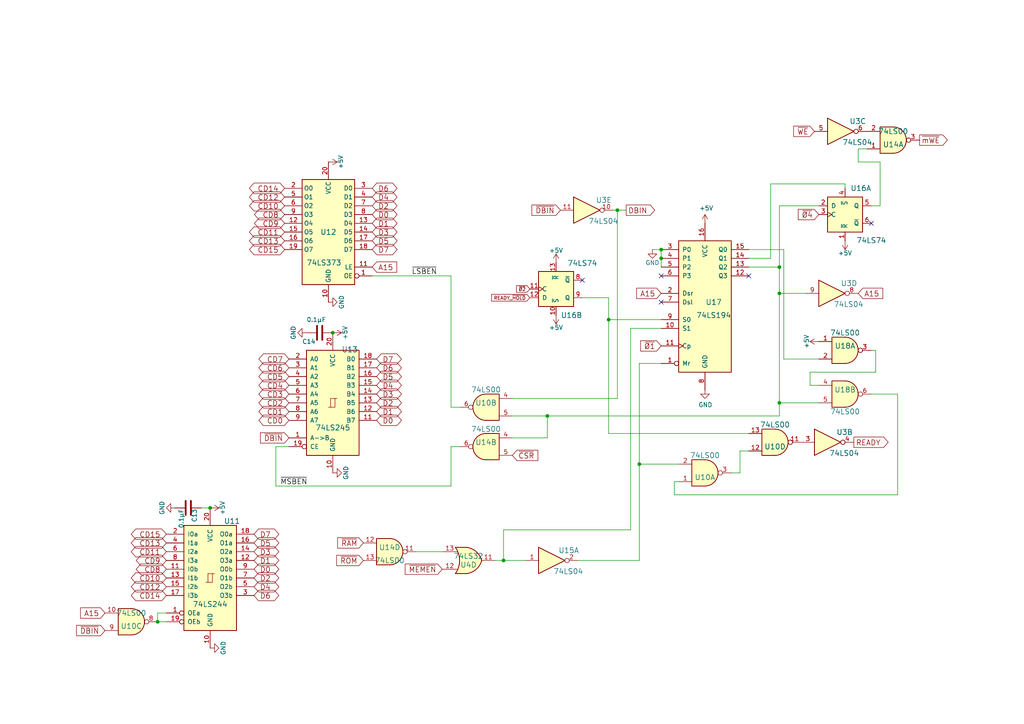
<source format=kicad_sch>
(kicad_sch
	(version 20231120)
	(generator "eeschema")
	(generator_version "8.0")
	(uuid "7274c82d-0cb9-47de-b093-7d848f491410")
	(paper "A4")
	(title_block
		(title "TI-99/22")
		(date "2023-01-21")
		(rev "0.96")
		(company "Dan Werner - https://github.com/danwerner21/ti99_22")
		(comment 1 "Schematic for Keyboard, Joystick and Cassette port.")
		(comment 3 "was based on the HackMac KiCAD Design")
		(comment 4 "Based Robert Krenicki's design which")
		(comment 5 "Original - https://github.com/rkrenicki/TI99-Motherboard")
	)
	(lib_symbols
		(symbol "74xx:74LS00"
			(pin_names
				(offset 1.016)
			)
			(exclude_from_sim no)
			(in_bom yes)
			(on_board yes)
			(property "Reference" "U"
				(at 0 1.27 0)
				(effects
					(font
						(size 1.27 1.27)
					)
				)
			)
			(property "Value" "74LS00"
				(at 0 -1.27 0)
				(effects
					(font
						(size 1.27 1.27)
					)
				)
			)
			(property "Footprint" ""
				(at 0 0 0)
				(effects
					(font
						(size 1.27 1.27)
					)
					(hide yes)
				)
			)
			(property "Datasheet" "http://www.ti.com/lit/gpn/sn74ls00"
				(at 0 0 0)
				(effects
					(font
						(size 1.27 1.27)
					)
					(hide yes)
				)
			)
			(property "Description" "quad 2-input NAND gate"
				(at 0 0 0)
				(effects
					(font
						(size 1.27 1.27)
					)
					(hide yes)
				)
			)
			(property "ki_locked" ""
				(at 0 0 0)
				(effects
					(font
						(size 1.27 1.27)
					)
				)
			)
			(property "ki_keywords" "TTL nand 2-input"
				(at 0 0 0)
				(effects
					(font
						(size 1.27 1.27)
					)
					(hide yes)
				)
			)
			(property "ki_fp_filters" "DIP*W7.62mm* SO14*"
				(at 0 0 0)
				(effects
					(font
						(size 1.27 1.27)
					)
					(hide yes)
				)
			)
			(symbol "74LS00_1_1"
				(arc
					(start 0 -3.81)
					(mid 3.7934 0)
					(end 0 3.81)
					(stroke
						(width 0.254)
						(type default)
					)
					(fill
						(type background)
					)
				)
				(polyline
					(pts
						(xy 0 3.81) (xy -3.81 3.81) (xy -3.81 -3.81) (xy 0 -3.81)
					)
					(stroke
						(width 0.254)
						(type default)
					)
					(fill
						(type background)
					)
				)
				(pin input line
					(at -7.62 2.54 0)
					(length 3.81)
					(name "~"
						(effects
							(font
								(size 1.27 1.27)
							)
						)
					)
					(number "1"
						(effects
							(font
								(size 1.27 1.27)
							)
						)
					)
				)
				(pin input line
					(at -7.62 -2.54 0)
					(length 3.81)
					(name "~"
						(effects
							(font
								(size 1.27 1.27)
							)
						)
					)
					(number "2"
						(effects
							(font
								(size 1.27 1.27)
							)
						)
					)
				)
				(pin output inverted
					(at 7.62 0 180)
					(length 3.81)
					(name "~"
						(effects
							(font
								(size 1.27 1.27)
							)
						)
					)
					(number "3"
						(effects
							(font
								(size 1.27 1.27)
							)
						)
					)
				)
			)
			(symbol "74LS00_1_2"
				(arc
					(start -3.81 -3.81)
					(mid -2.589 0)
					(end -3.81 3.81)
					(stroke
						(width 0.254)
						(type default)
					)
					(fill
						(type none)
					)
				)
				(arc
					(start -0.6096 -3.81)
					(mid 2.1855 -2.584)
					(end 3.81 0)
					(stroke
						(width 0.254)
						(type default)
					)
					(fill
						(type background)
					)
				)
				(polyline
					(pts
						(xy -3.81 -3.81) (xy -0.635 -3.81)
					)
					(stroke
						(width 0.254)
						(type default)
					)
					(fill
						(type background)
					)
				)
				(polyline
					(pts
						(xy -3.81 3.81) (xy -0.635 3.81)
					)
					(stroke
						(width 0.254)
						(type default)
					)
					(fill
						(type background)
					)
				)
				(polyline
					(pts
						(xy -0.635 3.81) (xy -3.81 3.81) (xy -3.81 3.81) (xy -3.556 3.4036) (xy -3.0226 2.2606) (xy -2.6924 1.0414)
						(xy -2.6162 -0.254) (xy -2.7686 -1.4986) (xy -3.175 -2.7178) (xy -3.81 -3.81) (xy -3.81 -3.81)
						(xy -0.635 -3.81)
					)
					(stroke
						(width -25.4)
						(type default)
					)
					(fill
						(type background)
					)
				)
				(arc
					(start 3.81 0)
					(mid 2.1928 2.5925)
					(end -0.6096 3.81)
					(stroke
						(width 0.254)
						(type default)
					)
					(fill
						(type background)
					)
				)
				(pin input inverted
					(at -7.62 2.54 0)
					(length 4.318)
					(name "~"
						(effects
							(font
								(size 1.27 1.27)
							)
						)
					)
					(number "1"
						(effects
							(font
								(size 1.27 1.27)
							)
						)
					)
				)
				(pin input inverted
					(at -7.62 -2.54 0)
					(length 4.318)
					(name "~"
						(effects
							(font
								(size 1.27 1.27)
							)
						)
					)
					(number "2"
						(effects
							(font
								(size 1.27 1.27)
							)
						)
					)
				)
				(pin output line
					(at 7.62 0 180)
					(length 3.81)
					(name "~"
						(effects
							(font
								(size 1.27 1.27)
							)
						)
					)
					(number "3"
						(effects
							(font
								(size 1.27 1.27)
							)
						)
					)
				)
			)
			(symbol "74LS00_2_1"
				(arc
					(start 0 -3.81)
					(mid 3.7934 0)
					(end 0 3.81)
					(stroke
						(width 0.254)
						(type default)
					)
					(fill
						(type background)
					)
				)
				(polyline
					(pts
						(xy 0 3.81) (xy -3.81 3.81) (xy -3.81 -3.81) (xy 0 -3.81)
					)
					(stroke
						(width 0.254)
						(type default)
					)
					(fill
						(type background)
					)
				)
				(pin input line
					(at -7.62 2.54 0)
					(length 3.81)
					(name "~"
						(effects
							(font
								(size 1.27 1.27)
							)
						)
					)
					(number "4"
						(effects
							(font
								(size 1.27 1.27)
							)
						)
					)
				)
				(pin input line
					(at -7.62 -2.54 0)
					(length 3.81)
					(name "~"
						(effects
							(font
								(size 1.27 1.27)
							)
						)
					)
					(number "5"
						(effects
							(font
								(size 1.27 1.27)
							)
						)
					)
				)
				(pin output inverted
					(at 7.62 0 180)
					(length 3.81)
					(name "~"
						(effects
							(font
								(size 1.27 1.27)
							)
						)
					)
					(number "6"
						(effects
							(font
								(size 1.27 1.27)
							)
						)
					)
				)
			)
			(symbol "74LS00_2_2"
				(arc
					(start -3.81 -3.81)
					(mid -2.589 0)
					(end -3.81 3.81)
					(stroke
						(width 0.254)
						(type default)
					)
					(fill
						(type none)
					)
				)
				(arc
					(start -0.6096 -3.81)
					(mid 2.1855 -2.584)
					(end 3.81 0)
					(stroke
						(width 0.254)
						(type default)
					)
					(fill
						(type background)
					)
				)
				(polyline
					(pts
						(xy -3.81 -3.81) (xy -0.635 -3.81)
					)
					(stroke
						(width 0.254)
						(type default)
					)
					(fill
						(type background)
					)
				)
				(polyline
					(pts
						(xy -3.81 3.81) (xy -0.635 3.81)
					)
					(stroke
						(width 0.254)
						(type default)
					)
					(fill
						(type background)
					)
				)
				(polyline
					(pts
						(xy -0.635 3.81) (xy -3.81 3.81) (xy -3.81 3.81) (xy -3.556 3.4036) (xy -3.0226 2.2606) (xy -2.6924 1.0414)
						(xy -2.6162 -0.254) (xy -2.7686 -1.4986) (xy -3.175 -2.7178) (xy -3.81 -3.81) (xy -3.81 -3.81)
						(xy -0.635 -3.81)
					)
					(stroke
						(width -25.4)
						(type default)
					)
					(fill
						(type background)
					)
				)
				(arc
					(start 3.81 0)
					(mid 2.1928 2.5925)
					(end -0.6096 3.81)
					(stroke
						(width 0.254)
						(type default)
					)
					(fill
						(type background)
					)
				)
				(pin input inverted
					(at -7.62 2.54 0)
					(length 4.318)
					(name "~"
						(effects
							(font
								(size 1.27 1.27)
							)
						)
					)
					(number "4"
						(effects
							(font
								(size 1.27 1.27)
							)
						)
					)
				)
				(pin input inverted
					(at -7.62 -2.54 0)
					(length 4.318)
					(name "~"
						(effects
							(font
								(size 1.27 1.27)
							)
						)
					)
					(number "5"
						(effects
							(font
								(size 1.27 1.27)
							)
						)
					)
				)
				(pin output line
					(at 7.62 0 180)
					(length 3.81)
					(name "~"
						(effects
							(font
								(size 1.27 1.27)
							)
						)
					)
					(number "6"
						(effects
							(font
								(size 1.27 1.27)
							)
						)
					)
				)
			)
			(symbol "74LS00_3_1"
				(arc
					(start 0 -3.81)
					(mid 3.7934 0)
					(end 0 3.81)
					(stroke
						(width 0.254)
						(type default)
					)
					(fill
						(type background)
					)
				)
				(polyline
					(pts
						(xy 0 3.81) (xy -3.81 3.81) (xy -3.81 -3.81) (xy 0 -3.81)
					)
					(stroke
						(width 0.254)
						(type default)
					)
					(fill
						(type background)
					)
				)
				(pin input line
					(at -7.62 -2.54 0)
					(length 3.81)
					(name "~"
						(effects
							(font
								(size 1.27 1.27)
							)
						)
					)
					(number "10"
						(effects
							(font
								(size 1.27 1.27)
							)
						)
					)
				)
				(pin output inverted
					(at 7.62 0 180)
					(length 3.81)
					(name "~"
						(effects
							(font
								(size 1.27 1.27)
							)
						)
					)
					(number "8"
						(effects
							(font
								(size 1.27 1.27)
							)
						)
					)
				)
				(pin input line
					(at -7.62 2.54 0)
					(length 3.81)
					(name "~"
						(effects
							(font
								(size 1.27 1.27)
							)
						)
					)
					(number "9"
						(effects
							(font
								(size 1.27 1.27)
							)
						)
					)
				)
			)
			(symbol "74LS00_3_2"
				(arc
					(start -3.81 -3.81)
					(mid -2.589 0)
					(end -3.81 3.81)
					(stroke
						(width 0.254)
						(type default)
					)
					(fill
						(type none)
					)
				)
				(arc
					(start -0.6096 -3.81)
					(mid 2.1855 -2.584)
					(end 3.81 0)
					(stroke
						(width 0.254)
						(type default)
					)
					(fill
						(type background)
					)
				)
				(polyline
					(pts
						(xy -3.81 -3.81) (xy -0.635 -3.81)
					)
					(stroke
						(width 0.254)
						(type default)
					)
					(fill
						(type background)
					)
				)
				(polyline
					(pts
						(xy -3.81 3.81) (xy -0.635 3.81)
					)
					(stroke
						(width 0.254)
						(type default)
					)
					(fill
						(type background)
					)
				)
				(polyline
					(pts
						(xy -0.635 3.81) (xy -3.81 3.81) (xy -3.81 3.81) (xy -3.556 3.4036) (xy -3.0226 2.2606) (xy -2.6924 1.0414)
						(xy -2.6162 -0.254) (xy -2.7686 -1.4986) (xy -3.175 -2.7178) (xy -3.81 -3.81) (xy -3.81 -3.81)
						(xy -0.635 -3.81)
					)
					(stroke
						(width -25.4)
						(type default)
					)
					(fill
						(type background)
					)
				)
				(arc
					(start 3.81 0)
					(mid 2.1928 2.5925)
					(end -0.6096 3.81)
					(stroke
						(width 0.254)
						(type default)
					)
					(fill
						(type background)
					)
				)
				(pin input inverted
					(at -7.62 -2.54 0)
					(length 4.318)
					(name "~"
						(effects
							(font
								(size 1.27 1.27)
							)
						)
					)
					(number "10"
						(effects
							(font
								(size 1.27 1.27)
							)
						)
					)
				)
				(pin output line
					(at 7.62 0 180)
					(length 3.81)
					(name "~"
						(effects
							(font
								(size 1.27 1.27)
							)
						)
					)
					(number "8"
						(effects
							(font
								(size 1.27 1.27)
							)
						)
					)
				)
				(pin input inverted
					(at -7.62 2.54 0)
					(length 4.318)
					(name "~"
						(effects
							(font
								(size 1.27 1.27)
							)
						)
					)
					(number "9"
						(effects
							(font
								(size 1.27 1.27)
							)
						)
					)
				)
			)
			(symbol "74LS00_4_1"
				(arc
					(start 0 -3.81)
					(mid 3.7934 0)
					(end 0 3.81)
					(stroke
						(width 0.254)
						(type default)
					)
					(fill
						(type background)
					)
				)
				(polyline
					(pts
						(xy 0 3.81) (xy -3.81 3.81) (xy -3.81 -3.81) (xy 0 -3.81)
					)
					(stroke
						(width 0.254)
						(type default)
					)
					(fill
						(type background)
					)
				)
				(pin output inverted
					(at 7.62 0 180)
					(length 3.81)
					(name "~"
						(effects
							(font
								(size 1.27 1.27)
							)
						)
					)
					(number "11"
						(effects
							(font
								(size 1.27 1.27)
							)
						)
					)
				)
				(pin input line
					(at -7.62 2.54 0)
					(length 3.81)
					(name "~"
						(effects
							(font
								(size 1.27 1.27)
							)
						)
					)
					(number "12"
						(effects
							(font
								(size 1.27 1.27)
							)
						)
					)
				)
				(pin input line
					(at -7.62 -2.54 0)
					(length 3.81)
					(name "~"
						(effects
							(font
								(size 1.27 1.27)
							)
						)
					)
					(number "13"
						(effects
							(font
								(size 1.27 1.27)
							)
						)
					)
				)
			)
			(symbol "74LS00_4_2"
				(arc
					(start -3.81 -3.81)
					(mid -2.589 0)
					(end -3.81 3.81)
					(stroke
						(width 0.254)
						(type default)
					)
					(fill
						(type none)
					)
				)
				(arc
					(start -0.6096 -3.81)
					(mid 2.1855 -2.584)
					(end 3.81 0)
					(stroke
						(width 0.254)
						(type default)
					)
					(fill
						(type background)
					)
				)
				(polyline
					(pts
						(xy -3.81 -3.81) (xy -0.635 -3.81)
					)
					(stroke
						(width 0.254)
						(type default)
					)
					(fill
						(type background)
					)
				)
				(polyline
					(pts
						(xy -3.81 3.81) (xy -0.635 3.81)
					)
					(stroke
						(width 0.254)
						(type default)
					)
					(fill
						(type background)
					)
				)
				(polyline
					(pts
						(xy -0.635 3.81) (xy -3.81 3.81) (xy -3.81 3.81) (xy -3.556 3.4036) (xy -3.0226 2.2606) (xy -2.6924 1.0414)
						(xy -2.6162 -0.254) (xy -2.7686 -1.4986) (xy -3.175 -2.7178) (xy -3.81 -3.81) (xy -3.81 -3.81)
						(xy -0.635 -3.81)
					)
					(stroke
						(width -25.4)
						(type default)
					)
					(fill
						(type background)
					)
				)
				(arc
					(start 3.81 0)
					(mid 2.1928 2.5925)
					(end -0.6096 3.81)
					(stroke
						(width 0.254)
						(type default)
					)
					(fill
						(type background)
					)
				)
				(pin output line
					(at 7.62 0 180)
					(length 3.81)
					(name "~"
						(effects
							(font
								(size 1.27 1.27)
							)
						)
					)
					(number "11"
						(effects
							(font
								(size 1.27 1.27)
							)
						)
					)
				)
				(pin input inverted
					(at -7.62 2.54 0)
					(length 4.318)
					(name "~"
						(effects
							(font
								(size 1.27 1.27)
							)
						)
					)
					(number "12"
						(effects
							(font
								(size 1.27 1.27)
							)
						)
					)
				)
				(pin input inverted
					(at -7.62 -2.54 0)
					(length 4.318)
					(name "~"
						(effects
							(font
								(size 1.27 1.27)
							)
						)
					)
					(number "13"
						(effects
							(font
								(size 1.27 1.27)
							)
						)
					)
				)
			)
			(symbol "74LS00_5_0"
				(pin power_in line
					(at 0 12.7 270)
					(length 5.08)
					(name "VCC"
						(effects
							(font
								(size 1.27 1.27)
							)
						)
					)
					(number "14"
						(effects
							(font
								(size 1.27 1.27)
							)
						)
					)
				)
				(pin power_in line
					(at 0 -12.7 90)
					(length 5.08)
					(name "GND"
						(effects
							(font
								(size 1.27 1.27)
							)
						)
					)
					(number "7"
						(effects
							(font
								(size 1.27 1.27)
							)
						)
					)
				)
			)
			(symbol "74LS00_5_1"
				(rectangle
					(start -5.08 7.62)
					(end 5.08 -7.62)
					(stroke
						(width 0.254)
						(type default)
					)
					(fill
						(type background)
					)
				)
			)
		)
		(symbol "74xx:74LS04"
			(exclude_from_sim no)
			(in_bom yes)
			(on_board yes)
			(property "Reference" "U"
				(at 0 1.27 0)
				(effects
					(font
						(size 1.27 1.27)
					)
				)
			)
			(property "Value" "74LS04"
				(at 0 -1.27 0)
				(effects
					(font
						(size 1.27 1.27)
					)
				)
			)
			(property "Footprint" ""
				(at 0 0 0)
				(effects
					(font
						(size 1.27 1.27)
					)
					(hide yes)
				)
			)
			(property "Datasheet" "http://www.ti.com/lit/gpn/sn74LS04"
				(at 0 0 0)
				(effects
					(font
						(size 1.27 1.27)
					)
					(hide yes)
				)
			)
			(property "Description" "Hex Inverter"
				(at 0 0 0)
				(effects
					(font
						(size 1.27 1.27)
					)
					(hide yes)
				)
			)
			(property "ki_locked" ""
				(at 0 0 0)
				(effects
					(font
						(size 1.27 1.27)
					)
				)
			)
			(property "ki_keywords" "TTL not inv"
				(at 0 0 0)
				(effects
					(font
						(size 1.27 1.27)
					)
					(hide yes)
				)
			)
			(property "ki_fp_filters" "DIP*W7.62mm* SSOP?14* TSSOP?14*"
				(at 0 0 0)
				(effects
					(font
						(size 1.27 1.27)
					)
					(hide yes)
				)
			)
			(symbol "74LS04_1_0"
				(polyline
					(pts
						(xy -3.81 3.81) (xy -3.81 -3.81) (xy 3.81 0) (xy -3.81 3.81)
					)
					(stroke
						(width 0.254)
						(type default)
					)
					(fill
						(type background)
					)
				)
				(pin input line
					(at -7.62 0 0)
					(length 3.81)
					(name "~"
						(effects
							(font
								(size 1.27 1.27)
							)
						)
					)
					(number "1"
						(effects
							(font
								(size 1.27 1.27)
							)
						)
					)
				)
				(pin output inverted
					(at 7.62 0 180)
					(length 3.81)
					(name "~"
						(effects
							(font
								(size 1.27 1.27)
							)
						)
					)
					(number "2"
						(effects
							(font
								(size 1.27 1.27)
							)
						)
					)
				)
			)
			(symbol "74LS04_2_0"
				(polyline
					(pts
						(xy -3.81 3.81) (xy -3.81 -3.81) (xy 3.81 0) (xy -3.81 3.81)
					)
					(stroke
						(width 0.254)
						(type default)
					)
					(fill
						(type background)
					)
				)
				(pin input line
					(at -7.62 0 0)
					(length 3.81)
					(name "~"
						(effects
							(font
								(size 1.27 1.27)
							)
						)
					)
					(number "3"
						(effects
							(font
								(size 1.27 1.27)
							)
						)
					)
				)
				(pin output inverted
					(at 7.62 0 180)
					(length 3.81)
					(name "~"
						(effects
							(font
								(size 1.27 1.27)
							)
						)
					)
					(number "4"
						(effects
							(font
								(size 1.27 1.27)
							)
						)
					)
				)
			)
			(symbol "74LS04_3_0"
				(polyline
					(pts
						(xy -3.81 3.81) (xy -3.81 -3.81) (xy 3.81 0) (xy -3.81 3.81)
					)
					(stroke
						(width 0.254)
						(type default)
					)
					(fill
						(type background)
					)
				)
				(pin input line
					(at -7.62 0 0)
					(length 3.81)
					(name "~"
						(effects
							(font
								(size 1.27 1.27)
							)
						)
					)
					(number "5"
						(effects
							(font
								(size 1.27 1.27)
							)
						)
					)
				)
				(pin output inverted
					(at 7.62 0 180)
					(length 3.81)
					(name "~"
						(effects
							(font
								(size 1.27 1.27)
							)
						)
					)
					(number "6"
						(effects
							(font
								(size 1.27 1.27)
							)
						)
					)
				)
			)
			(symbol "74LS04_4_0"
				(polyline
					(pts
						(xy -3.81 3.81) (xy -3.81 -3.81) (xy 3.81 0) (xy -3.81 3.81)
					)
					(stroke
						(width 0.254)
						(type default)
					)
					(fill
						(type background)
					)
				)
				(pin output inverted
					(at 7.62 0 180)
					(length 3.81)
					(name "~"
						(effects
							(font
								(size 1.27 1.27)
							)
						)
					)
					(number "8"
						(effects
							(font
								(size 1.27 1.27)
							)
						)
					)
				)
				(pin input line
					(at -7.62 0 0)
					(length 3.81)
					(name "~"
						(effects
							(font
								(size 1.27 1.27)
							)
						)
					)
					(number "9"
						(effects
							(font
								(size 1.27 1.27)
							)
						)
					)
				)
			)
			(symbol "74LS04_5_0"
				(polyline
					(pts
						(xy -3.81 3.81) (xy -3.81 -3.81) (xy 3.81 0) (xy -3.81 3.81)
					)
					(stroke
						(width 0.254)
						(type default)
					)
					(fill
						(type background)
					)
				)
				(pin output inverted
					(at 7.62 0 180)
					(length 3.81)
					(name "~"
						(effects
							(font
								(size 1.27 1.27)
							)
						)
					)
					(number "10"
						(effects
							(font
								(size 1.27 1.27)
							)
						)
					)
				)
				(pin input line
					(at -7.62 0 0)
					(length 3.81)
					(name "~"
						(effects
							(font
								(size 1.27 1.27)
							)
						)
					)
					(number "11"
						(effects
							(font
								(size 1.27 1.27)
							)
						)
					)
				)
			)
			(symbol "74LS04_6_0"
				(polyline
					(pts
						(xy -3.81 3.81) (xy -3.81 -3.81) (xy 3.81 0) (xy -3.81 3.81)
					)
					(stroke
						(width 0.254)
						(type default)
					)
					(fill
						(type background)
					)
				)
				(pin output inverted
					(at 7.62 0 180)
					(length 3.81)
					(name "~"
						(effects
							(font
								(size 1.27 1.27)
							)
						)
					)
					(number "12"
						(effects
							(font
								(size 1.27 1.27)
							)
						)
					)
				)
				(pin input line
					(at -7.62 0 0)
					(length 3.81)
					(name "~"
						(effects
							(font
								(size 1.27 1.27)
							)
						)
					)
					(number "13"
						(effects
							(font
								(size 1.27 1.27)
							)
						)
					)
				)
			)
			(symbol "74LS04_7_0"
				(pin power_in line
					(at 0 12.7 270)
					(length 5.08)
					(name "VCC"
						(effects
							(font
								(size 1.27 1.27)
							)
						)
					)
					(number "14"
						(effects
							(font
								(size 1.27 1.27)
							)
						)
					)
				)
				(pin power_in line
					(at 0 -12.7 90)
					(length 5.08)
					(name "GND"
						(effects
							(font
								(size 1.27 1.27)
							)
						)
					)
					(number "7"
						(effects
							(font
								(size 1.27 1.27)
							)
						)
					)
				)
			)
			(symbol "74LS04_7_1"
				(rectangle
					(start -5.08 7.62)
					(end 5.08 -7.62)
					(stroke
						(width 0.254)
						(type default)
					)
					(fill
						(type background)
					)
				)
			)
		)
		(symbol "74xx:74LS194"
			(pin_names
				(offset 1.016)
			)
			(exclude_from_sim no)
			(in_bom yes)
			(on_board yes)
			(property "Reference" "U"
				(at -7.62 19.05 0)
				(effects
					(font
						(size 1.27 1.27)
					)
				)
			)
			(property "Value" "74LS194"
				(at -7.62 -21.59 0)
				(effects
					(font
						(size 1.27 1.27)
					)
				)
			)
			(property "Footprint" ""
				(at 0 0 0)
				(effects
					(font
						(size 1.27 1.27)
					)
					(hide yes)
				)
			)
			(property "Datasheet" "http://www.ti.com/lit/gpn/sn74LS194"
				(at 0 0 0)
				(effects
					(font
						(size 1.27 1.27)
					)
					(hide yes)
				)
			)
			(property "Description" "Shift Register 4-bit Bidirectional"
				(at 0 0 0)
				(effects
					(font
						(size 1.27 1.27)
					)
					(hide yes)
				)
			)
			(property "ki_locked" ""
				(at 0 0 0)
				(effects
					(font
						(size 1.27 1.27)
					)
				)
			)
			(property "ki_keywords" "TTL RS SR4"
				(at 0 0 0)
				(effects
					(font
						(size 1.27 1.27)
					)
					(hide yes)
				)
			)
			(property "ki_fp_filters" "DIP?16*"
				(at 0 0 0)
				(effects
					(font
						(size 1.27 1.27)
					)
					(hide yes)
				)
			)
			(symbol "74LS194_1_0"
				(pin input inverted
					(at -12.7 -17.78 0)
					(length 5.08)
					(name "Mr"
						(effects
							(font
								(size 1.27 1.27)
							)
						)
					)
					(number "1"
						(effects
							(font
								(size 1.27 1.27)
							)
						)
					)
				)
				(pin input line
					(at -12.7 -7.62 0)
					(length 5.08)
					(name "S1"
						(effects
							(font
								(size 1.27 1.27)
							)
						)
					)
					(number "10"
						(effects
							(font
								(size 1.27 1.27)
							)
						)
					)
				)
				(pin input clock
					(at -12.7 -12.7 0)
					(length 5.08)
					(name "Cp"
						(effects
							(font
								(size 1.27 1.27)
							)
						)
					)
					(number "11"
						(effects
							(font
								(size 1.27 1.27)
							)
						)
					)
				)
				(pin output line
					(at 12.7 7.62 180)
					(length 5.08)
					(name "Q3"
						(effects
							(font
								(size 1.27 1.27)
							)
						)
					)
					(number "12"
						(effects
							(font
								(size 1.27 1.27)
							)
						)
					)
				)
				(pin output line
					(at 12.7 10.16 180)
					(length 5.08)
					(name "Q2"
						(effects
							(font
								(size 1.27 1.27)
							)
						)
					)
					(number "13"
						(effects
							(font
								(size 1.27 1.27)
							)
						)
					)
				)
				(pin output line
					(at 12.7 12.7 180)
					(length 5.08)
					(name "Q1"
						(effects
							(font
								(size 1.27 1.27)
							)
						)
					)
					(number "14"
						(effects
							(font
								(size 1.27 1.27)
							)
						)
					)
				)
				(pin output line
					(at 12.7 15.24 180)
					(length 5.08)
					(name "Q0"
						(effects
							(font
								(size 1.27 1.27)
							)
						)
					)
					(number "15"
						(effects
							(font
								(size 1.27 1.27)
							)
						)
					)
				)
				(pin power_in line
					(at 0 22.86 270)
					(length 5.08)
					(name "VCC"
						(effects
							(font
								(size 1.27 1.27)
							)
						)
					)
					(number "16"
						(effects
							(font
								(size 1.27 1.27)
							)
						)
					)
				)
				(pin input line
					(at -12.7 2.54 0)
					(length 5.08)
					(name "Dsr"
						(effects
							(font
								(size 1.27 1.27)
							)
						)
					)
					(number "2"
						(effects
							(font
								(size 1.27 1.27)
							)
						)
					)
				)
				(pin input line
					(at -12.7 15.24 0)
					(length 5.08)
					(name "P0"
						(effects
							(font
								(size 1.27 1.27)
							)
						)
					)
					(number "3"
						(effects
							(font
								(size 1.27 1.27)
							)
						)
					)
				)
				(pin input line
					(at -12.7 12.7 0)
					(length 5.08)
					(name "P1"
						(effects
							(font
								(size 1.27 1.27)
							)
						)
					)
					(number "4"
						(effects
							(font
								(size 1.27 1.27)
							)
						)
					)
				)
				(pin input line
					(at -12.7 10.16 0)
					(length 5.08)
					(name "P2"
						(effects
							(font
								(size 1.27 1.27)
							)
						)
					)
					(number "5"
						(effects
							(font
								(size 1.27 1.27)
							)
						)
					)
				)
				(pin input line
					(at -12.7 7.62 0)
					(length 5.08)
					(name "P3"
						(effects
							(font
								(size 1.27 1.27)
							)
						)
					)
					(number "6"
						(effects
							(font
								(size 1.27 1.27)
							)
						)
					)
				)
				(pin input line
					(at -12.7 0 0)
					(length 5.08)
					(name "Dsl"
						(effects
							(font
								(size 1.27 1.27)
							)
						)
					)
					(number "7"
						(effects
							(font
								(size 1.27 1.27)
							)
						)
					)
				)
				(pin power_in line
					(at 0 -25.4 90)
					(length 5.08)
					(name "GND"
						(effects
							(font
								(size 1.27 1.27)
							)
						)
					)
					(number "8"
						(effects
							(font
								(size 1.27 1.27)
							)
						)
					)
				)
				(pin input line
					(at -12.7 -5.08 0)
					(length 5.08)
					(name "S0"
						(effects
							(font
								(size 1.27 1.27)
							)
						)
					)
					(number "9"
						(effects
							(font
								(size 1.27 1.27)
							)
						)
					)
				)
			)
			(symbol "74LS194_1_1"
				(rectangle
					(start -7.62 17.78)
					(end 7.62 -20.32)
					(stroke
						(width 0.254)
						(type default)
					)
					(fill
						(type background)
					)
				)
			)
		)
		(symbol "74xx:74LS244"
			(pin_names
				(offset 1.016)
			)
			(exclude_from_sim no)
			(in_bom yes)
			(on_board yes)
			(property "Reference" "U"
				(at -7.62 16.51 0)
				(effects
					(font
						(size 1.27 1.27)
					)
				)
			)
			(property "Value" "74LS244"
				(at -7.62 -16.51 0)
				(effects
					(font
						(size 1.27 1.27)
					)
				)
			)
			(property "Footprint" ""
				(at 0 0 0)
				(effects
					(font
						(size 1.27 1.27)
					)
					(hide yes)
				)
			)
			(property "Datasheet" "http://www.ti.com/lit/ds/symlink/sn74ls244.pdf"
				(at 0 0 0)
				(effects
					(font
						(size 1.27 1.27)
					)
					(hide yes)
				)
			)
			(property "Description" "Octal Buffer and Line Driver With 3-State Output, active-low enables, non-inverting outputs"
				(at 0 0 0)
				(effects
					(font
						(size 1.27 1.27)
					)
					(hide yes)
				)
			)
			(property "ki_keywords" "7400 logic ttl low power schottky"
				(at 0 0 0)
				(effects
					(font
						(size 1.27 1.27)
					)
					(hide yes)
				)
			)
			(property "ki_fp_filters" "DIP?20*"
				(at 0 0 0)
				(effects
					(font
						(size 1.27 1.27)
					)
					(hide yes)
				)
			)
			(symbol "74LS244_1_0"
				(polyline
					(pts
						(xy -0.635 -1.27) (xy -0.635 1.27) (xy 0.635 1.27)
					)
					(stroke
						(width 0)
						(type default)
					)
					(fill
						(type none)
					)
				)
				(polyline
					(pts
						(xy -1.27 -1.27) (xy 0.635 -1.27) (xy 0.635 1.27) (xy 1.27 1.27)
					)
					(stroke
						(width 0)
						(type default)
					)
					(fill
						(type none)
					)
				)
				(pin input inverted
					(at -12.7 -10.16 0)
					(length 5.08)
					(name "OEa"
						(effects
							(font
								(size 1.27 1.27)
							)
						)
					)
					(number "1"
						(effects
							(font
								(size 1.27 1.27)
							)
						)
					)
				)
				(pin power_in line
					(at 0 -20.32 90)
					(length 5.08)
					(name "GND"
						(effects
							(font
								(size 1.27 1.27)
							)
						)
					)
					(number "10"
						(effects
							(font
								(size 1.27 1.27)
							)
						)
					)
				)
				(pin input line
					(at -12.7 2.54 0)
					(length 5.08)
					(name "I0b"
						(effects
							(font
								(size 1.27 1.27)
							)
						)
					)
					(number "11"
						(effects
							(font
								(size 1.27 1.27)
							)
						)
					)
				)
				(pin tri_state line
					(at 12.7 5.08 180)
					(length 5.08)
					(name "O3a"
						(effects
							(font
								(size 1.27 1.27)
							)
						)
					)
					(number "12"
						(effects
							(font
								(size 1.27 1.27)
							)
						)
					)
				)
				(pin input line
					(at -12.7 0 0)
					(length 5.08)
					(name "I1b"
						(effects
							(font
								(size 1.27 1.27)
							)
						)
					)
					(number "13"
						(effects
							(font
								(size 1.27 1.27)
							)
						)
					)
				)
				(pin tri_state line
					(at 12.7 7.62 180)
					(length 5.08)
					(name "O2a"
						(effects
							(font
								(size 1.27 1.27)
							)
						)
					)
					(number "14"
						(effects
							(font
								(size 1.27 1.27)
							)
						)
					)
				)
				(pin input line
					(at -12.7 -2.54 0)
					(length 5.08)
					(name "I2b"
						(effects
							(font
								(size 1.27 1.27)
							)
						)
					)
					(number "15"
						(effects
							(font
								(size 1.27 1.27)
							)
						)
					)
				)
				(pin tri_state line
					(at 12.7 10.16 180)
					(length 5.08)
					(name "O1a"
						(effects
							(font
								(size 1.27 1.27)
							)
						)
					)
					(number "16"
						(effects
							(font
								(size 1.27 1.27)
							)
						)
					)
				)
				(pin input line
					(at -12.7 -5.08 0)
					(length 5.08)
					(name "I3b"
						(effects
							(font
								(size 1.27 1.27)
							)
						)
					)
					(number "17"
						(effects
							(font
								(size 1.27 1.27)
							)
						)
					)
				)
				(pin tri_state line
					(at 12.7 12.7 180)
					(length 5.08)
					(name "O0a"
						(effects
							(font
								(size 1.27 1.27)
							)
						)
					)
					(number "18"
						(effects
							(font
								(size 1.27 1.27)
							)
						)
					)
				)
				(pin input inverted
					(at -12.7 -12.7 0)
					(length 5.08)
					(name "OEb"
						(effects
							(font
								(size 1.27 1.27)
							)
						)
					)
					(number "19"
						(effects
							(font
								(size 1.27 1.27)
							)
						)
					)
				)
				(pin input line
					(at -12.7 12.7 0)
					(length 5.08)
					(name "I0a"
						(effects
							(font
								(size 1.27 1.27)
							)
						)
					)
					(number "2"
						(effects
							(font
								(size 1.27 1.27)
							)
						)
					)
				)
				(pin power_in line
					(at 0 20.32 270)
					(length 5.08)
					(name "VCC"
						(effects
							(font
								(size 1.27 1.27)
							)
						)
					)
					(number "20"
						(effects
							(font
								(size 1.27 1.27)
							)
						)
					)
				)
				(pin tri_state line
					(at 12.7 -5.08 180)
					(length 5.08)
					(name "O3b"
						(effects
							(font
								(size 1.27 1.27)
							)
						)
					)
					(number "3"
						(effects
							(font
								(size 1.27 1.27)
							)
						)
					)
				)
				(pin input line
					(at -12.7 10.16 0)
					(length 5.08)
					(name "I1a"
						(effects
							(font
								(size 1.27 1.27)
							)
						)
					)
					(number "4"
						(effects
							(font
								(size 1.27 1.27)
							)
						)
					)
				)
				(pin tri_state line
					(at 12.7 -2.54 180)
					(length 5.08)
					(name "O2b"
						(effects
							(font
								(size 1.27 1.27)
							)
						)
					)
					(number "5"
						(effects
							(font
								(size 1.27 1.27)
							)
						)
					)
				)
				(pin input line
					(at -12.7 7.62 0)
					(length 5.08)
					(name "I2a"
						(effects
							(font
								(size 1.27 1.27)
							)
						)
					)
					(number "6"
						(effects
							(font
								(size 1.27 1.27)
							)
						)
					)
				)
				(pin tri_state line
					(at 12.7 0 180)
					(length 5.08)
					(name "O1b"
						(effects
							(font
								(size 1.27 1.27)
							)
						)
					)
					(number "7"
						(effects
							(font
								(size 1.27 1.27)
							)
						)
					)
				)
				(pin input line
					(at -12.7 5.08 0)
					(length 5.08)
					(name "I3a"
						(effects
							(font
								(size 1.27 1.27)
							)
						)
					)
					(number "8"
						(effects
							(font
								(size 1.27 1.27)
							)
						)
					)
				)
				(pin tri_state line
					(at 12.7 2.54 180)
					(length 5.08)
					(name "O0b"
						(effects
							(font
								(size 1.27 1.27)
							)
						)
					)
					(number "9"
						(effects
							(font
								(size 1.27 1.27)
							)
						)
					)
				)
			)
			(symbol "74LS244_1_1"
				(rectangle
					(start -7.62 15.24)
					(end 7.62 -15.24)
					(stroke
						(width 0.254)
						(type default)
					)
					(fill
						(type background)
					)
				)
			)
		)
		(symbol "74xx:74LS245"
			(pin_names
				(offset 1.016)
			)
			(exclude_from_sim no)
			(in_bom yes)
			(on_board yes)
			(property "Reference" "U"
				(at -7.62 16.51 0)
				(effects
					(font
						(size 1.27 1.27)
					)
				)
			)
			(property "Value" "74LS245"
				(at -7.62 -16.51 0)
				(effects
					(font
						(size 1.27 1.27)
					)
				)
			)
			(property "Footprint" ""
				(at 0 0 0)
				(effects
					(font
						(size 1.27 1.27)
					)
					(hide yes)
				)
			)
			(property "Datasheet" "http://www.ti.com/lit/gpn/sn74LS245"
				(at 0 0 0)
				(effects
					(font
						(size 1.27 1.27)
					)
					(hide yes)
				)
			)
			(property "Description" "Octal BUS Transceivers, 3-State outputs"
				(at 0 0 0)
				(effects
					(font
						(size 1.27 1.27)
					)
					(hide yes)
				)
			)
			(property "ki_locked" ""
				(at 0 0 0)
				(effects
					(font
						(size 1.27 1.27)
					)
				)
			)
			(property "ki_keywords" "TTL BUS 3State"
				(at 0 0 0)
				(effects
					(font
						(size 1.27 1.27)
					)
					(hide yes)
				)
			)
			(property "ki_fp_filters" "DIP?20*"
				(at 0 0 0)
				(effects
					(font
						(size 1.27 1.27)
					)
					(hide yes)
				)
			)
			(symbol "74LS245_1_0"
				(polyline
					(pts
						(xy -0.635 -1.27) (xy -0.635 1.27) (xy 0.635 1.27)
					)
					(stroke
						(width 0)
						(type default)
					)
					(fill
						(type none)
					)
				)
				(polyline
					(pts
						(xy -1.27 -1.27) (xy 0.635 -1.27) (xy 0.635 1.27) (xy 1.27 1.27)
					)
					(stroke
						(width 0)
						(type default)
					)
					(fill
						(type none)
					)
				)
				(pin input line
					(at -12.7 -10.16 0)
					(length 5.08)
					(name "A->B"
						(effects
							(font
								(size 1.27 1.27)
							)
						)
					)
					(number "1"
						(effects
							(font
								(size 1.27 1.27)
							)
						)
					)
				)
				(pin power_in line
					(at 0 -20.32 90)
					(length 5.08)
					(name "GND"
						(effects
							(font
								(size 1.27 1.27)
							)
						)
					)
					(number "10"
						(effects
							(font
								(size 1.27 1.27)
							)
						)
					)
				)
				(pin tri_state line
					(at 12.7 -5.08 180)
					(length 5.08)
					(name "B7"
						(effects
							(font
								(size 1.27 1.27)
							)
						)
					)
					(number "11"
						(effects
							(font
								(size 1.27 1.27)
							)
						)
					)
				)
				(pin tri_state line
					(at 12.7 -2.54 180)
					(length 5.08)
					(name "B6"
						(effects
							(font
								(size 1.27 1.27)
							)
						)
					)
					(number "12"
						(effects
							(font
								(size 1.27 1.27)
							)
						)
					)
				)
				(pin tri_state line
					(at 12.7 0 180)
					(length 5.08)
					(name "B5"
						(effects
							(font
								(size 1.27 1.27)
							)
						)
					)
					(number "13"
						(effects
							(font
								(size 1.27 1.27)
							)
						)
					)
				)
				(pin tri_state line
					(at 12.7 2.54 180)
					(length 5.08)
					(name "B4"
						(effects
							(font
								(size 1.27 1.27)
							)
						)
					)
					(number "14"
						(effects
							(font
								(size 1.27 1.27)
							)
						)
					)
				)
				(pin tri_state line
					(at 12.7 5.08 180)
					(length 5.08)
					(name "B3"
						(effects
							(font
								(size 1.27 1.27)
							)
						)
					)
					(number "15"
						(effects
							(font
								(size 1.27 1.27)
							)
						)
					)
				)
				(pin tri_state line
					(at 12.7 7.62 180)
					(length 5.08)
					(name "B2"
						(effects
							(font
								(size 1.27 1.27)
							)
						)
					)
					(number "16"
						(effects
							(font
								(size 1.27 1.27)
							)
						)
					)
				)
				(pin tri_state line
					(at 12.7 10.16 180)
					(length 5.08)
					(name "B1"
						(effects
							(font
								(size 1.27 1.27)
							)
						)
					)
					(number "17"
						(effects
							(font
								(size 1.27 1.27)
							)
						)
					)
				)
				(pin tri_state line
					(at 12.7 12.7 180)
					(length 5.08)
					(name "B0"
						(effects
							(font
								(size 1.27 1.27)
							)
						)
					)
					(number "18"
						(effects
							(font
								(size 1.27 1.27)
							)
						)
					)
				)
				(pin input inverted
					(at -12.7 -12.7 0)
					(length 5.08)
					(name "CE"
						(effects
							(font
								(size 1.27 1.27)
							)
						)
					)
					(number "19"
						(effects
							(font
								(size 1.27 1.27)
							)
						)
					)
				)
				(pin tri_state line
					(at -12.7 12.7 0)
					(length 5.08)
					(name "A0"
						(effects
							(font
								(size 1.27 1.27)
							)
						)
					)
					(number "2"
						(effects
							(font
								(size 1.27 1.27)
							)
						)
					)
				)
				(pin power_in line
					(at 0 20.32 270)
					(length 5.08)
					(name "VCC"
						(effects
							(font
								(size 1.27 1.27)
							)
						)
					)
					(number "20"
						(effects
							(font
								(size 1.27 1.27)
							)
						)
					)
				)
				(pin tri_state line
					(at -12.7 10.16 0)
					(length 5.08)
					(name "A1"
						(effects
							(font
								(size 1.27 1.27)
							)
						)
					)
					(number "3"
						(effects
							(font
								(size 1.27 1.27)
							)
						)
					)
				)
				(pin tri_state line
					(at -12.7 7.62 0)
					(length 5.08)
					(name "A2"
						(effects
							(font
								(size 1.27 1.27)
							)
						)
					)
					(number "4"
						(effects
							(font
								(size 1.27 1.27)
							)
						)
					)
				)
				(pin tri_state line
					(at -12.7 5.08 0)
					(length 5.08)
					(name "A3"
						(effects
							(font
								(size 1.27 1.27)
							)
						)
					)
					(number "5"
						(effects
							(font
								(size 1.27 1.27)
							)
						)
					)
				)
				(pin tri_state line
					(at -12.7 2.54 0)
					(length 5.08)
					(name "A4"
						(effects
							(font
								(size 1.27 1.27)
							)
						)
					)
					(number "6"
						(effects
							(font
								(size 1.27 1.27)
							)
						)
					)
				)
				(pin tri_state line
					(at -12.7 0 0)
					(length 5.08)
					(name "A5"
						(effects
							(font
								(size 1.27 1.27)
							)
						)
					)
					(number "7"
						(effects
							(font
								(size 1.27 1.27)
							)
						)
					)
				)
				(pin tri_state line
					(at -12.7 -2.54 0)
					(length 5.08)
					(name "A6"
						(effects
							(font
								(size 1.27 1.27)
							)
						)
					)
					(number "8"
						(effects
							(font
								(size 1.27 1.27)
							)
						)
					)
				)
				(pin tri_state line
					(at -12.7 -5.08 0)
					(length 5.08)
					(name "A7"
						(effects
							(font
								(size 1.27 1.27)
							)
						)
					)
					(number "9"
						(effects
							(font
								(size 1.27 1.27)
							)
						)
					)
				)
			)
			(symbol "74LS245_1_1"
				(rectangle
					(start -7.62 15.24)
					(end 7.62 -15.24)
					(stroke
						(width 0.254)
						(type default)
					)
					(fill
						(type background)
					)
				)
			)
		)
		(symbol "74xx:74LS32"
			(pin_names
				(offset 1.016)
			)
			(exclude_from_sim no)
			(in_bom yes)
			(on_board yes)
			(property "Reference" "U"
				(at 0 1.27 0)
				(effects
					(font
						(size 1.27 1.27)
					)
				)
			)
			(property "Value" "74LS32"
				(at 0 -1.27 0)
				(effects
					(font
						(size 1.27 1.27)
					)
				)
			)
			(property "Footprint" ""
				(at 0 0 0)
				(effects
					(font
						(size 1.27 1.27)
					)
					(hide yes)
				)
			)
			(property "Datasheet" "http://www.ti.com/lit/gpn/sn74LS32"
				(at 0 0 0)
				(effects
					(font
						(size 1.27 1.27)
					)
					(hide yes)
				)
			)
			(property "Description" "Quad 2-input OR"
				(at 0 0 0)
				(effects
					(font
						(size 1.27 1.27)
					)
					(hide yes)
				)
			)
			(property "ki_locked" ""
				(at 0 0 0)
				(effects
					(font
						(size 1.27 1.27)
					)
				)
			)
			(property "ki_keywords" "TTL Or2"
				(at 0 0 0)
				(effects
					(font
						(size 1.27 1.27)
					)
					(hide yes)
				)
			)
			(property "ki_fp_filters" "DIP?14*"
				(at 0 0 0)
				(effects
					(font
						(size 1.27 1.27)
					)
					(hide yes)
				)
			)
			(symbol "74LS32_1_1"
				(arc
					(start -3.81 -3.81)
					(mid -2.589 0)
					(end -3.81 3.81)
					(stroke
						(width 0.254)
						(type default)
					)
					(fill
						(type none)
					)
				)
				(arc
					(start -0.6096 -3.81)
					(mid 2.1855 -2.584)
					(end 3.81 0)
					(stroke
						(width 0.254)
						(type default)
					)
					(fill
						(type background)
					)
				)
				(polyline
					(pts
						(xy -3.81 -3.81) (xy -0.635 -3.81)
					)
					(stroke
						(width 0.254)
						(type default)
					)
					(fill
						(type background)
					)
				)
				(polyline
					(pts
						(xy -3.81 3.81) (xy -0.635 3.81)
					)
					(stroke
						(width 0.254)
						(type default)
					)
					(fill
						(type background)
					)
				)
				(polyline
					(pts
						(xy -0.635 3.81) (xy -3.81 3.81) (xy -3.81 3.81) (xy -3.556 3.4036) (xy -3.0226 2.2606) (xy -2.6924 1.0414)
						(xy -2.6162 -0.254) (xy -2.7686 -1.4986) (xy -3.175 -2.7178) (xy -3.81 -3.81) (xy -3.81 -3.81)
						(xy -0.635 -3.81)
					)
					(stroke
						(width -25.4)
						(type default)
					)
					(fill
						(type background)
					)
				)
				(arc
					(start 3.81 0)
					(mid 2.1928 2.5925)
					(end -0.6096 3.81)
					(stroke
						(width 0.254)
						(type default)
					)
					(fill
						(type background)
					)
				)
				(pin input line
					(at -7.62 2.54 0)
					(length 4.318)
					(name "~"
						(effects
							(font
								(size 1.27 1.27)
							)
						)
					)
					(number "1"
						(effects
							(font
								(size 1.27 1.27)
							)
						)
					)
				)
				(pin input line
					(at -7.62 -2.54 0)
					(length 4.318)
					(name "~"
						(effects
							(font
								(size 1.27 1.27)
							)
						)
					)
					(number "2"
						(effects
							(font
								(size 1.27 1.27)
							)
						)
					)
				)
				(pin output line
					(at 7.62 0 180)
					(length 3.81)
					(name "~"
						(effects
							(font
								(size 1.27 1.27)
							)
						)
					)
					(number "3"
						(effects
							(font
								(size 1.27 1.27)
							)
						)
					)
				)
			)
			(symbol "74LS32_1_2"
				(arc
					(start 0 -3.81)
					(mid 3.7934 0)
					(end 0 3.81)
					(stroke
						(width 0.254)
						(type default)
					)
					(fill
						(type background)
					)
				)
				(polyline
					(pts
						(xy 0 3.81) (xy -3.81 3.81) (xy -3.81 -3.81) (xy 0 -3.81)
					)
					(stroke
						(width 0.254)
						(type default)
					)
					(fill
						(type background)
					)
				)
				(pin input inverted
					(at -7.62 2.54 0)
					(length 3.81)
					(name "~"
						(effects
							(font
								(size 1.27 1.27)
							)
						)
					)
					(number "1"
						(effects
							(font
								(size 1.27 1.27)
							)
						)
					)
				)
				(pin input inverted
					(at -7.62 -2.54 0)
					(length 3.81)
					(name "~"
						(effects
							(font
								(size 1.27 1.27)
							)
						)
					)
					(number "2"
						(effects
							(font
								(size 1.27 1.27)
							)
						)
					)
				)
				(pin output inverted
					(at 7.62 0 180)
					(length 3.81)
					(name "~"
						(effects
							(font
								(size 1.27 1.27)
							)
						)
					)
					(number "3"
						(effects
							(font
								(size 1.27 1.27)
							)
						)
					)
				)
			)
			(symbol "74LS32_2_1"
				(arc
					(start -3.81 -3.81)
					(mid -2.589 0)
					(end -3.81 3.81)
					(stroke
						(width 0.254)
						(type default)
					)
					(fill
						(type none)
					)
				)
				(arc
					(start -0.6096 -3.81)
					(mid 2.1855 -2.584)
					(end 3.81 0)
					(stroke
						(width 0.254)
						(type default)
					)
					(fill
						(type background)
					)
				)
				(polyline
					(pts
						(xy -3.81 -3.81) (xy -0.635 -3.81)
					)
					(stroke
						(width 0.254)
						(type default)
					)
					(fill
						(type background)
					)
				)
				(polyline
					(pts
						(xy -3.81 3.81) (xy -0.635 3.81)
					)
					(stroke
						(width 0.254)
						(type default)
					)
					(fill
						(type background)
					)
				)
				(polyline
					(pts
						(xy -0.635 3.81) (xy -3.81 3.81) (xy -3.81 3.81) (xy -3.556 3.4036) (xy -3.0226 2.2606) (xy -2.6924 1.0414)
						(xy -2.6162 -0.254) (xy -2.7686 -1.4986) (xy -3.175 -2.7178) (xy -3.81 -3.81) (xy -3.81 -3.81)
						(xy -0.635 -3.81)
					)
					(stroke
						(width -25.4)
						(type default)
					)
					(fill
						(type background)
					)
				)
				(arc
					(start 3.81 0)
					(mid 2.1928 2.5925)
					(end -0.6096 3.81)
					(stroke
						(width 0.254)
						(type default)
					)
					(fill
						(type background)
					)
				)
				(pin input line
					(at -7.62 2.54 0)
					(length 4.318)
					(name "~"
						(effects
							(font
								(size 1.27 1.27)
							)
						)
					)
					(number "4"
						(effects
							(font
								(size 1.27 1.27)
							)
						)
					)
				)
				(pin input line
					(at -7.62 -2.54 0)
					(length 4.318)
					(name "~"
						(effects
							(font
								(size 1.27 1.27)
							)
						)
					)
					(number "5"
						(effects
							(font
								(size 1.27 1.27)
							)
						)
					)
				)
				(pin output line
					(at 7.62 0 180)
					(length 3.81)
					(name "~"
						(effects
							(font
								(size 1.27 1.27)
							)
						)
					)
					(number "6"
						(effects
							(font
								(size 1.27 1.27)
							)
						)
					)
				)
			)
			(symbol "74LS32_2_2"
				(arc
					(start 0 -3.81)
					(mid 3.7934 0)
					(end 0 3.81)
					(stroke
						(width 0.254)
						(type default)
					)
					(fill
						(type background)
					)
				)
				(polyline
					(pts
						(xy 0 3.81) (xy -3.81 3.81) (xy -3.81 -3.81) (xy 0 -3.81)
					)
					(stroke
						(width 0.254)
						(type default)
					)
					(fill
						(type background)
					)
				)
				(pin input inverted
					(at -7.62 2.54 0)
					(length 3.81)
					(name "~"
						(effects
							(font
								(size 1.27 1.27)
							)
						)
					)
					(number "4"
						(effects
							(font
								(size 1.27 1.27)
							)
						)
					)
				)
				(pin input inverted
					(at -7.62 -2.54 0)
					(length 3.81)
					(name "~"
						(effects
							(font
								(size 1.27 1.27)
							)
						)
					)
					(number "5"
						(effects
							(font
								(size 1.27 1.27)
							)
						)
					)
				)
				(pin output inverted
					(at 7.62 0 180)
					(length 3.81)
					(name "~"
						(effects
							(font
								(size 1.27 1.27)
							)
						)
					)
					(number "6"
						(effects
							(font
								(size 1.27 1.27)
							)
						)
					)
				)
			)
			(symbol "74LS32_3_1"
				(arc
					(start -3.81 -3.81)
					(mid -2.589 0)
					(end -3.81 3.81)
					(stroke
						(width 0.254)
						(type default)
					)
					(fill
						(type none)
					)
				)
				(arc
					(start -0.6096 -3.81)
					(mid 2.1855 -2.584)
					(end 3.81 0)
					(stroke
						(width 0.254)
						(type default)
					)
					(fill
						(type background)
					)
				)
				(polyline
					(pts
						(xy -3.81 -3.81) (xy -0.635 -3.81)
					)
					(stroke
						(width 0.254)
						(type default)
					)
					(fill
						(type background)
					)
				)
				(polyline
					(pts
						(xy -3.81 3.81) (xy -0.635 3.81)
					)
					(stroke
						(width 0.254)
						(type default)
					)
					(fill
						(type background)
					)
				)
				(polyline
					(pts
						(xy -0.635 3.81) (xy -3.81 3.81) (xy -3.81 3.81) (xy -3.556 3.4036) (xy -3.0226 2.2606) (xy -2.6924 1.0414)
						(xy -2.6162 -0.254) (xy -2.7686 -1.4986) (xy -3.175 -2.7178) (xy -3.81 -3.81) (xy -3.81 -3.81)
						(xy -0.635 -3.81)
					)
					(stroke
						(width -25.4)
						(type default)
					)
					(fill
						(type background)
					)
				)
				(arc
					(start 3.81 0)
					(mid 2.1928 2.5925)
					(end -0.6096 3.81)
					(stroke
						(width 0.254)
						(type default)
					)
					(fill
						(type background)
					)
				)
				(pin input line
					(at -7.62 -2.54 0)
					(length 4.318)
					(name "~"
						(effects
							(font
								(size 1.27 1.27)
							)
						)
					)
					(number "10"
						(effects
							(font
								(size 1.27 1.27)
							)
						)
					)
				)
				(pin output line
					(at 7.62 0 180)
					(length 3.81)
					(name "~"
						(effects
							(font
								(size 1.27 1.27)
							)
						)
					)
					(number "8"
						(effects
							(font
								(size 1.27 1.27)
							)
						)
					)
				)
				(pin input line
					(at -7.62 2.54 0)
					(length 4.318)
					(name "~"
						(effects
							(font
								(size 1.27 1.27)
							)
						)
					)
					(number "9"
						(effects
							(font
								(size 1.27 1.27)
							)
						)
					)
				)
			)
			(symbol "74LS32_3_2"
				(arc
					(start 0 -3.81)
					(mid 3.7934 0)
					(end 0 3.81)
					(stroke
						(width 0.254)
						(type default)
					)
					(fill
						(type background)
					)
				)
				(polyline
					(pts
						(xy 0 3.81) (xy -3.81 3.81) (xy -3.81 -3.81) (xy 0 -3.81)
					)
					(stroke
						(width 0.254)
						(type default)
					)
					(fill
						(type background)
					)
				)
				(pin input inverted
					(at -7.62 -2.54 0)
					(length 3.81)
					(name "~"
						(effects
							(font
								(size 1.27 1.27)
							)
						)
					)
					(number "10"
						(effects
							(font
								(size 1.27 1.27)
							)
						)
					)
				)
				(pin output inverted
					(at 7.62 0 180)
					(length 3.81)
					(name "~"
						(effects
							(font
								(size 1.27 1.27)
							)
						)
					)
					(number "8"
						(effects
							(font
								(size 1.27 1.27)
							)
						)
					)
				)
				(pin input inverted
					(at -7.62 2.54 0)
					(length 3.81)
					(name "~"
						(effects
							(font
								(size 1.27 1.27)
							)
						)
					)
					(number "9"
						(effects
							(font
								(size 1.27 1.27)
							)
						)
					)
				)
			)
			(symbol "74LS32_4_1"
				(arc
					(start -3.81 -3.81)
					(mid -2.589 0)
					(end -3.81 3.81)
					(stroke
						(width 0.254)
						(type default)
					)
					(fill
						(type none)
					)
				)
				(arc
					(start -0.6096 -3.81)
					(mid 2.1855 -2.584)
					(end 3.81 0)
					(stroke
						(width 0.254)
						(type default)
					)
					(fill
						(type background)
					)
				)
				(polyline
					(pts
						(xy -3.81 -3.81) (xy -0.635 -3.81)
					)
					(stroke
						(width 0.254)
						(type default)
					)
					(fill
						(type background)
					)
				)
				(polyline
					(pts
						(xy -3.81 3.81) (xy -0.635 3.81)
					)
					(stroke
						(width 0.254)
						(type default)
					)
					(fill
						(type background)
					)
				)
				(polyline
					(pts
						(xy -0.635 3.81) (xy -3.81 3.81) (xy -3.81 3.81) (xy -3.556 3.4036) (xy -3.0226 2.2606) (xy -2.6924 1.0414)
						(xy -2.6162 -0.254) (xy -2.7686 -1.4986) (xy -3.175 -2.7178) (xy -3.81 -3.81) (xy -3.81 -3.81)
						(xy -0.635 -3.81)
					)
					(stroke
						(width -25.4)
						(type default)
					)
					(fill
						(type background)
					)
				)
				(arc
					(start 3.81 0)
					(mid 2.1928 2.5925)
					(end -0.6096 3.81)
					(stroke
						(width 0.254)
						(type default)
					)
					(fill
						(type background)
					)
				)
				(pin output line
					(at 7.62 0 180)
					(length 3.81)
					(name "~"
						(effects
							(font
								(size 1.27 1.27)
							)
						)
					)
					(number "11"
						(effects
							(font
								(size 1.27 1.27)
							)
						)
					)
				)
				(pin input line
					(at -7.62 2.54 0)
					(length 4.318)
					(name "~"
						(effects
							(font
								(size 1.27 1.27)
							)
						)
					)
					(number "12"
						(effects
							(font
								(size 1.27 1.27)
							)
						)
					)
				)
				(pin input line
					(at -7.62 -2.54 0)
					(length 4.318)
					(name "~"
						(effects
							(font
								(size 1.27 1.27)
							)
						)
					)
					(number "13"
						(effects
							(font
								(size 1.27 1.27)
							)
						)
					)
				)
			)
			(symbol "74LS32_4_2"
				(arc
					(start 0 -3.81)
					(mid 3.7934 0)
					(end 0 3.81)
					(stroke
						(width 0.254)
						(type default)
					)
					(fill
						(type background)
					)
				)
				(polyline
					(pts
						(xy 0 3.81) (xy -3.81 3.81) (xy -3.81 -3.81) (xy 0 -3.81)
					)
					(stroke
						(width 0.254)
						(type default)
					)
					(fill
						(type background)
					)
				)
				(pin output inverted
					(at 7.62 0 180)
					(length 3.81)
					(name "~"
						(effects
							(font
								(size 1.27 1.27)
							)
						)
					)
					(number "11"
						(effects
							(font
								(size 1.27 1.27)
							)
						)
					)
				)
				(pin input inverted
					(at -7.62 2.54 0)
					(length 3.81)
					(name "~"
						(effects
							(font
								(size 1.27 1.27)
							)
						)
					)
					(number "12"
						(effects
							(font
								(size 1.27 1.27)
							)
						)
					)
				)
				(pin input inverted
					(at -7.62 -2.54 0)
					(length 3.81)
					(name "~"
						(effects
							(font
								(size 1.27 1.27)
							)
						)
					)
					(number "13"
						(effects
							(font
								(size 1.27 1.27)
							)
						)
					)
				)
			)
			(symbol "74LS32_5_0"
				(pin power_in line
					(at 0 12.7 270)
					(length 5.08)
					(name "VCC"
						(effects
							(font
								(size 1.27 1.27)
							)
						)
					)
					(number "14"
						(effects
							(font
								(size 1.27 1.27)
							)
						)
					)
				)
				(pin power_in line
					(at 0 -12.7 90)
					(length 5.08)
					(name "GND"
						(effects
							(font
								(size 1.27 1.27)
							)
						)
					)
					(number "7"
						(effects
							(font
								(size 1.27 1.27)
							)
						)
					)
				)
			)
			(symbol "74LS32_5_1"
				(rectangle
					(start -5.08 7.62)
					(end 5.08 -7.62)
					(stroke
						(width 0.254)
						(type default)
					)
					(fill
						(type background)
					)
				)
			)
		)
		(symbol "74xx:74LS373"
			(exclude_from_sim no)
			(in_bom yes)
			(on_board yes)
			(property "Reference" "U"
				(at -7.62 16.51 0)
				(effects
					(font
						(size 1.27 1.27)
					)
				)
			)
			(property "Value" "74LS373"
				(at -7.62 -16.51 0)
				(effects
					(font
						(size 1.27 1.27)
					)
				)
			)
			(property "Footprint" ""
				(at 0 0 0)
				(effects
					(font
						(size 1.27 1.27)
					)
					(hide yes)
				)
			)
			(property "Datasheet" "http://www.ti.com/lit/gpn/sn74LS373"
				(at 0 0 0)
				(effects
					(font
						(size 1.27 1.27)
					)
					(hide yes)
				)
			)
			(property "Description" "8-bit Latch, 3-state outputs"
				(at 0 0 0)
				(effects
					(font
						(size 1.27 1.27)
					)
					(hide yes)
				)
			)
			(property "ki_keywords" "TTL REG DFF DFF8 LATCH"
				(at 0 0 0)
				(effects
					(font
						(size 1.27 1.27)
					)
					(hide yes)
				)
			)
			(property "ki_fp_filters" "DIP?20* SOIC?20* SO?20* SSOP?20* TSSOP?20*"
				(at 0 0 0)
				(effects
					(font
						(size 1.27 1.27)
					)
					(hide yes)
				)
			)
			(symbol "74LS373_1_0"
				(pin input inverted
					(at -12.7 -12.7 0)
					(length 5.08)
					(name "OE"
						(effects
							(font
								(size 1.27 1.27)
							)
						)
					)
					(number "1"
						(effects
							(font
								(size 1.27 1.27)
							)
						)
					)
				)
				(pin power_in line
					(at 0 -20.32 90)
					(length 5.08)
					(name "GND"
						(effects
							(font
								(size 1.27 1.27)
							)
						)
					)
					(number "10"
						(effects
							(font
								(size 1.27 1.27)
							)
						)
					)
				)
				(pin input line
					(at -12.7 -10.16 0)
					(length 5.08)
					(name "LE"
						(effects
							(font
								(size 1.27 1.27)
							)
						)
					)
					(number "11"
						(effects
							(font
								(size 1.27 1.27)
							)
						)
					)
				)
				(pin tri_state line
					(at 12.7 2.54 180)
					(length 5.08)
					(name "O4"
						(effects
							(font
								(size 1.27 1.27)
							)
						)
					)
					(number "12"
						(effects
							(font
								(size 1.27 1.27)
							)
						)
					)
				)
				(pin input line
					(at -12.7 2.54 0)
					(length 5.08)
					(name "D4"
						(effects
							(font
								(size 1.27 1.27)
							)
						)
					)
					(number "13"
						(effects
							(font
								(size 1.27 1.27)
							)
						)
					)
				)
				(pin input line
					(at -12.7 0 0)
					(length 5.08)
					(name "D5"
						(effects
							(font
								(size 1.27 1.27)
							)
						)
					)
					(number "14"
						(effects
							(font
								(size 1.27 1.27)
							)
						)
					)
				)
				(pin tri_state line
					(at 12.7 0 180)
					(length 5.08)
					(name "O5"
						(effects
							(font
								(size 1.27 1.27)
							)
						)
					)
					(number "15"
						(effects
							(font
								(size 1.27 1.27)
							)
						)
					)
				)
				(pin tri_state line
					(at 12.7 -2.54 180)
					(length 5.08)
					(name "O6"
						(effects
							(font
								(size 1.27 1.27)
							)
						)
					)
					(number "16"
						(effects
							(font
								(size 1.27 1.27)
							)
						)
					)
				)
				(pin input line
					(at -12.7 -2.54 0)
					(length 5.08)
					(name "D6"
						(effects
							(font
								(size 1.27 1.27)
							)
						)
					)
					(number "17"
						(effects
							(font
								(size 1.27 1.27)
							)
						)
					)
				)
				(pin input line
					(at -12.7 -5.08 0)
					(length 5.08)
					(name "D7"
						(effects
							(font
								(size 1.27 1.27)
							)
						)
					)
					(number "18"
						(effects
							(font
								(size 1.27 1.27)
							)
						)
					)
				)
				(pin tri_state line
					(at 12.7 -5.08 180)
					(length 5.08)
					(name "O7"
						(effects
							(font
								(size 1.27 1.27)
							)
						)
					)
					(number "19"
						(effects
							(font
								(size 1.27 1.27)
							)
						)
					)
				)
				(pin tri_state line
					(at 12.7 12.7 180)
					(length 5.08)
					(name "O0"
						(effects
							(font
								(size 1.27 1.27)
							)
						)
					)
					(number "2"
						(effects
							(font
								(size 1.27 1.27)
							)
						)
					)
				)
				(pin power_in line
					(at 0 20.32 270)
					(length 5.08)
					(name "VCC"
						(effects
							(font
								(size 1.27 1.27)
							)
						)
					)
					(number "20"
						(effects
							(font
								(size 1.27 1.27)
							)
						)
					)
				)
				(pin input line
					(at -12.7 12.7 0)
					(length 5.08)
					(name "D0"
						(effects
							(font
								(size 1.27 1.27)
							)
						)
					)
					(number "3"
						(effects
							(font
								(size 1.27 1.27)
							)
						)
					)
				)
				(pin input line
					(at -12.7 10.16 0)
					(length 5.08)
					(name "D1"
						(effects
							(font
								(size 1.27 1.27)
							)
						)
					)
					(number "4"
						(effects
							(font
								(size 1.27 1.27)
							)
						)
					)
				)
				(pin tri_state line
					(at 12.7 10.16 180)
					(length 5.08)
					(name "O1"
						(effects
							(font
								(size 1.27 1.27)
							)
						)
					)
					(number "5"
						(effects
							(font
								(size 1.27 1.27)
							)
						)
					)
				)
				(pin tri_state line
					(at 12.7 7.62 180)
					(length 5.08)
					(name "O2"
						(effects
							(font
								(size 1.27 1.27)
							)
						)
					)
					(number "6"
						(effects
							(font
								(size 1.27 1.27)
							)
						)
					)
				)
				(pin input line
					(at -12.7 7.62 0)
					(length 5.08)
					(name "D2"
						(effects
							(font
								(size 1.27 1.27)
							)
						)
					)
					(number "7"
						(effects
							(font
								(size 1.27 1.27)
							)
						)
					)
				)
				(pin input line
					(at -12.7 5.08 0)
					(length 5.08)
					(name "D3"
						(effects
							(font
								(size 1.27 1.27)
							)
						)
					)
					(number "8"
						(effects
							(font
								(size 1.27 1.27)
							)
						)
					)
				)
				(pin tri_state line
					(at 12.7 5.08 180)
					(length 5.08)
					(name "O3"
						(effects
							(font
								(size 1.27 1.27)
							)
						)
					)
					(number "9"
						(effects
							(font
								(size 1.27 1.27)
							)
						)
					)
				)
			)
			(symbol "74LS373_1_1"
				(rectangle
					(start -7.62 15.24)
					(end 7.62 -15.24)
					(stroke
						(width 0.254)
						(type default)
					)
					(fill
						(type background)
					)
				)
			)
		)
		(symbol "74xx:74LS74"
			(pin_names
				(offset 1.016)
			)
			(exclude_from_sim no)
			(in_bom yes)
			(on_board yes)
			(property "Reference" "U"
				(at -7.62 8.89 0)
				(effects
					(font
						(size 1.27 1.27)
					)
				)
			)
			(property "Value" "74LS74"
				(at -7.62 -8.89 0)
				(effects
					(font
						(size 1.27 1.27)
					)
				)
			)
			(property "Footprint" ""
				(at 0 0 0)
				(effects
					(font
						(size 1.27 1.27)
					)
					(hide yes)
				)
			)
			(property "Datasheet" "74xx/74hc_hct74.pdf"
				(at 0 0 0)
				(effects
					(font
						(size 1.27 1.27)
					)
					(hide yes)
				)
			)
			(property "Description" "Dual D Flip-flop, Set & Reset"
				(at 0 0 0)
				(effects
					(font
						(size 1.27 1.27)
					)
					(hide yes)
				)
			)
			(property "ki_locked" ""
				(at 0 0 0)
				(effects
					(font
						(size 1.27 1.27)
					)
				)
			)
			(property "ki_keywords" "TTL DFF"
				(at 0 0 0)
				(effects
					(font
						(size 1.27 1.27)
					)
					(hide yes)
				)
			)
			(property "ki_fp_filters" "DIP*W7.62mm*"
				(at 0 0 0)
				(effects
					(font
						(size 1.27 1.27)
					)
					(hide yes)
				)
			)
			(symbol "74LS74_1_0"
				(pin input line
					(at 0 -7.62 90)
					(length 2.54)
					(name "~{R}"
						(effects
							(font
								(size 1.27 1.27)
							)
						)
					)
					(number "1"
						(effects
							(font
								(size 1.27 1.27)
							)
						)
					)
				)
				(pin input line
					(at -7.62 2.54 0)
					(length 2.54)
					(name "D"
						(effects
							(font
								(size 1.27 1.27)
							)
						)
					)
					(number "2"
						(effects
							(font
								(size 1.27 1.27)
							)
						)
					)
				)
				(pin input clock
					(at -7.62 0 0)
					(length 2.54)
					(name "C"
						(effects
							(font
								(size 1.27 1.27)
							)
						)
					)
					(number "3"
						(effects
							(font
								(size 1.27 1.27)
							)
						)
					)
				)
				(pin input line
					(at 0 7.62 270)
					(length 2.54)
					(name "~{S}"
						(effects
							(font
								(size 1.27 1.27)
							)
						)
					)
					(number "4"
						(effects
							(font
								(size 1.27 1.27)
							)
						)
					)
				)
				(pin output line
					(at 7.62 2.54 180)
					(length 2.54)
					(name "Q"
						(effects
							(font
								(size 1.27 1.27)
							)
						)
					)
					(number "5"
						(effects
							(font
								(size 1.27 1.27)
							)
						)
					)
				)
				(pin output line
					(at 7.62 -2.54 180)
					(length 2.54)
					(name "~{Q}"
						(effects
							(font
								(size 1.27 1.27)
							)
						)
					)
					(number "6"
						(effects
							(font
								(size 1.27 1.27)
							)
						)
					)
				)
			)
			(symbol "74LS74_1_1"
				(rectangle
					(start -5.08 5.08)
					(end 5.08 -5.08)
					(stroke
						(width 0.254)
						(type default)
					)
					(fill
						(type background)
					)
				)
			)
			(symbol "74LS74_2_0"
				(pin input line
					(at 0 7.62 270)
					(length 2.54)
					(name "~{S}"
						(effects
							(font
								(size 1.27 1.27)
							)
						)
					)
					(number "10"
						(effects
							(font
								(size 1.27 1.27)
							)
						)
					)
				)
				(pin input clock
					(at -7.62 0 0)
					(length 2.54)
					(name "C"
						(effects
							(font
								(size 1.27 1.27)
							)
						)
					)
					(number "11"
						(effects
							(font
								(size 1.27 1.27)
							)
						)
					)
				)
				(pin input line
					(at -7.62 2.54 0)
					(length 2.54)
					(name "D"
						(effects
							(font
								(size 1.27 1.27)
							)
						)
					)
					(number "12"
						(effects
							(font
								(size 1.27 1.27)
							)
						)
					)
				)
				(pin input line
					(at 0 -7.62 90)
					(length 2.54)
					(name "~{R}"
						(effects
							(font
								(size 1.27 1.27)
							)
						)
					)
					(number "13"
						(effects
							(font
								(size 1.27 1.27)
							)
						)
					)
				)
				(pin output line
					(at 7.62 -2.54 180)
					(length 2.54)
					(name "~{Q}"
						(effects
							(font
								(size 1.27 1.27)
							)
						)
					)
					(number "8"
						(effects
							(font
								(size 1.27 1.27)
							)
						)
					)
				)
				(pin output line
					(at 7.62 2.54 180)
					(length 2.54)
					(name "Q"
						(effects
							(font
								(size 1.27 1.27)
							)
						)
					)
					(number "9"
						(effects
							(font
								(size 1.27 1.27)
							)
						)
					)
				)
			)
			(symbol "74LS74_2_1"
				(rectangle
					(start -5.08 5.08)
					(end 5.08 -5.08)
					(stroke
						(width 0.254)
						(type default)
					)
					(fill
						(type background)
					)
				)
			)
			(symbol "74LS74_3_0"
				(pin power_in line
					(at 0 10.16 270)
					(length 2.54)
					(name "VCC"
						(effects
							(font
								(size 1.27 1.27)
							)
						)
					)
					(number "14"
						(effects
							(font
								(size 1.27 1.27)
							)
						)
					)
				)
				(pin power_in line
					(at 0 -10.16 90)
					(length 2.54)
					(name "GND"
						(effects
							(font
								(size 1.27 1.27)
							)
						)
					)
					(number "7"
						(effects
							(font
								(size 1.27 1.27)
							)
						)
					)
				)
			)
			(symbol "74LS74_3_1"
				(rectangle
					(start -5.08 7.62)
					(end 5.08 -7.62)
					(stroke
						(width 0.254)
						(type default)
					)
					(fill
						(type background)
					)
				)
			)
		)
		(symbol "Device:C"
			(pin_numbers hide)
			(pin_names
				(offset 0.254)
			)
			(exclude_from_sim no)
			(in_bom yes)
			(on_board yes)
			(property "Reference" "C"
				(at 0.635 2.54 0)
				(effects
					(font
						(size 1.27 1.27)
					)
					(justify left)
				)
			)
			(property "Value" "C"
				(at 0.635 -2.54 0)
				(effects
					(font
						(size 1.27 1.27)
					)
					(justify left)
				)
			)
			(property "Footprint" ""
				(at 0.9652 -3.81 0)
				(effects
					(font
						(size 1.27 1.27)
					)
					(hide yes)
				)
			)
			(property "Datasheet" "~"
				(at 0 0 0)
				(effects
					(font
						(size 1.27 1.27)
					)
					(hide yes)
				)
			)
			(property "Description" "Unpolarized capacitor"
				(at 0 0 0)
				(effects
					(font
						(size 1.27 1.27)
					)
					(hide yes)
				)
			)
			(property "ki_keywords" "cap capacitor"
				(at 0 0 0)
				(effects
					(font
						(size 1.27 1.27)
					)
					(hide yes)
				)
			)
			(property "ki_fp_filters" "C_*"
				(at 0 0 0)
				(effects
					(font
						(size 1.27 1.27)
					)
					(hide yes)
				)
			)
			(symbol "C_0_1"
				(polyline
					(pts
						(xy -2.032 -0.762) (xy 2.032 -0.762)
					)
					(stroke
						(width 0.508)
						(type default)
					)
					(fill
						(type none)
					)
				)
				(polyline
					(pts
						(xy -2.032 0.762) (xy 2.032 0.762)
					)
					(stroke
						(width 0.508)
						(type default)
					)
					(fill
						(type none)
					)
				)
			)
			(symbol "C_1_1"
				(pin passive line
					(at 0 3.81 270)
					(length 2.794)
					(name "~"
						(effects
							(font
								(size 1.27 1.27)
							)
						)
					)
					(number "1"
						(effects
							(font
								(size 1.27 1.27)
							)
						)
					)
				)
				(pin passive line
					(at 0 -3.81 90)
					(length 2.794)
					(name "~"
						(effects
							(font
								(size 1.27 1.27)
							)
						)
					)
					(number "2"
						(effects
							(font
								(size 1.27 1.27)
							)
						)
					)
				)
			)
		)
		(symbol "power:+5V"
			(power)
			(pin_numbers hide)
			(pin_names
				(offset 0) hide)
			(exclude_from_sim no)
			(in_bom yes)
			(on_board yes)
			(property "Reference" "#PWR"
				(at 0 -3.81 0)
				(effects
					(font
						(size 1.27 1.27)
					)
					(hide yes)
				)
			)
			(property "Value" "+5V"
				(at 0 3.556 0)
				(effects
					(font
						(size 1.27 1.27)
					)
				)
			)
			(property "Footprint" ""
				(at 0 0 0)
				(effects
					(font
						(size 1.27 1.27)
					)
					(hide yes)
				)
			)
			(property "Datasheet" ""
				(at 0 0 0)
				(effects
					(font
						(size 1.27 1.27)
					)
					(hide yes)
				)
			)
			(property "Description" "Power symbol creates a global label with name \"+5V\""
				(at 0 0 0)
				(effects
					(font
						(size 1.27 1.27)
					)
					(hide yes)
				)
			)
			(property "ki_keywords" "global power"
				(at 0 0 0)
				(effects
					(font
						(size 1.27 1.27)
					)
					(hide yes)
				)
			)
			(symbol "+5V_0_1"
				(polyline
					(pts
						(xy -0.762 1.27) (xy 0 2.54)
					)
					(stroke
						(width 0)
						(type default)
					)
					(fill
						(type none)
					)
				)
				(polyline
					(pts
						(xy 0 0) (xy 0 2.54)
					)
					(stroke
						(width 0)
						(type default)
					)
					(fill
						(type none)
					)
				)
				(polyline
					(pts
						(xy 0 2.54) (xy 0.762 1.27)
					)
					(stroke
						(width 0)
						(type default)
					)
					(fill
						(type none)
					)
				)
			)
			(symbol "+5V_1_1"
				(pin power_in line
					(at 0 0 90)
					(length 0)
					(name "~"
						(effects
							(font
								(size 1.27 1.27)
							)
						)
					)
					(number "1"
						(effects
							(font
								(size 1.27 1.27)
							)
						)
					)
				)
			)
		)
		(symbol "power:GND"
			(power)
			(pin_numbers hide)
			(pin_names
				(offset 0) hide)
			(exclude_from_sim no)
			(in_bom yes)
			(on_board yes)
			(property "Reference" "#PWR"
				(at 0 -6.35 0)
				(effects
					(font
						(size 1.27 1.27)
					)
					(hide yes)
				)
			)
			(property "Value" "GND"
				(at 0 -3.81 0)
				(effects
					(font
						(size 1.27 1.27)
					)
				)
			)
			(property "Footprint" ""
				(at 0 0 0)
				(effects
					(font
						(size 1.27 1.27)
					)
					(hide yes)
				)
			)
			(property "Datasheet" ""
				(at 0 0 0)
				(effects
					(font
						(size 1.27 1.27)
					)
					(hide yes)
				)
			)
			(property "Description" "Power symbol creates a global label with name \"GND\" , ground"
				(at 0 0 0)
				(effects
					(font
						(size 1.27 1.27)
					)
					(hide yes)
				)
			)
			(property "ki_keywords" "global power"
				(at 0 0 0)
				(effects
					(font
						(size 1.27 1.27)
					)
					(hide yes)
				)
			)
			(symbol "GND_0_1"
				(polyline
					(pts
						(xy 0 0) (xy 0 -1.27) (xy 1.27 -1.27) (xy 0 -2.54) (xy -1.27 -1.27) (xy 0 -1.27)
					)
					(stroke
						(width 0)
						(type default)
					)
					(fill
						(type none)
					)
				)
			)
			(symbol "GND_1_1"
				(pin power_in line
					(at 0 0 270)
					(length 0)
					(name "~"
						(effects
							(font
								(size 1.27 1.27)
							)
						)
					)
					(number "1"
						(effects
							(font
								(size 1.27 1.27)
							)
						)
					)
				)
			)
		)
	)
	(junction
		(at 191.77 74.93)
		(diameter 0)
		(color 0 0 0 0)
		(uuid "3656bb3f-f8a4-4f3a-8e9a-ec6203c87a56")
	)
	(junction
		(at 158.75 120.65)
		(diameter 0)
		(color 0 0 0 0)
		(uuid "4d967454-338c-4b89-8534-9457e15bf2f2")
	)
	(junction
		(at 45.72 180.34)
		(diameter 0)
		(color 0 0 0 0)
		(uuid "5eedf685-0df3-4da8-aded-0e6ed1cb2507")
	)
	(junction
		(at 226.06 116.84)
		(diameter 0)
		(color 0 0 0 0)
		(uuid "7eb32ed1-4320-49ba-8487-1c88e4824fe3")
	)
	(junction
		(at 60.96 147.32)
		(diameter 0)
		(color 0 0 0 0)
		(uuid "87a0ffb1-5477-4b20-a3ac-fef5af129a33")
	)
	(junction
		(at 185.42 134.62)
		(diameter 0)
		(color 0 0 0 0)
		(uuid "9e427954-2486-4c91-89b5-6af73a073442")
	)
	(junction
		(at 179.07 60.96)
		(diameter 0)
		(color 0 0 0 0)
		(uuid "9f95f1fc-aa31-4ce6-996a-4b385731d8eb")
	)
	(junction
		(at 146.05 162.56)
		(diameter 0)
		(color 0 0 0 0)
		(uuid "a26bdee6-0e16-4ea6-87f7-fb32c714896e")
	)
	(junction
		(at 176.53 92.71)
		(diameter 0)
		(color 0 0 0 0)
		(uuid "d1817a81-d444-4cd9-95f6-174ec9e2a60e")
	)
	(junction
		(at 191.77 72.39)
		(diameter 0)
		(color 0 0 0 0)
		(uuid "d70d1cd3-1668-4688-8eb7-f773efb7bb87")
	)
	(junction
		(at 96.52 96.52)
		(diameter 0)
		(color 0 0 0 0)
		(uuid "dc5f5170-513e-455b-893b-4f2f930b1fba")
	)
	(junction
		(at 226.06 85.09)
		(diameter 0)
		(color 0 0 0 0)
		(uuid "e9a9fba3-7cfa-45ca-926c-a5a8ecd7e3a4")
	)
	(junction
		(at 226.06 77.47)
		(diameter 0)
		(color 0 0 0 0)
		(uuid "ec2e3d8a-128c-4be8-b432-9738bca934ae")
	)
	(no_connect
		(at 191.77 80.01)
		(uuid "68039801-1b0f-480a-861d-d55f24af0c17")
	)
	(no_connect
		(at 168.91 81.28)
		(uuid "7de6564c-7ad6-4d57-a54c-8d2835ff5cdc")
	)
	(no_connect
		(at 217.17 80.01)
		(uuid "af6ac8e6-193c-4bd2-ac0b-7f515b538a8b")
	)
	(no_connect
		(at 252.73 64.77)
		(uuid "dff67d5c-d976-4516-ae67-dbbdb70f8ddd")
	)
	(no_connect
		(at 191.77 87.63)
		(uuid "f6dcb5b4-0971-448a-b9ab-6db37a750704")
	)
	(wire
		(pts
			(xy 176.53 86.36) (xy 176.53 92.71)
		)
		(stroke
			(width 0)
			(type default)
		)
		(uuid "003974b6-cb8f-491b-a226-fc7891eb9a62")
	)
	(wire
		(pts
			(xy 80.01 129.54) (xy 83.82 129.54)
		)
		(stroke
			(width 0)
			(type default)
		)
		(uuid "046ca2d8-3ca1-4c64-8090-c45e9adcf30e")
	)
	(wire
		(pts
			(xy 167.64 162.56) (xy 185.42 162.56)
		)
		(stroke
			(width 0)
			(type default)
		)
		(uuid "0c9bbc06-f1c0-4359-8448-9c515b32a886")
	)
	(wire
		(pts
			(xy 107.95 80.01) (xy 130.81 80.01)
		)
		(stroke
			(width 0)
			(type default)
		)
		(uuid "0d095387-710d-4633-a6c3-04eab60b585a")
	)
	(wire
		(pts
			(xy 226.06 116.84) (xy 237.49 116.84)
		)
		(stroke
			(width 0)
			(type default)
		)
		(uuid "0f62e92c-dce6-45dc-a560-b9db10f66ff3")
	)
	(wire
		(pts
			(xy 195.58 139.7) (xy 196.85 139.7)
		)
		(stroke
			(width 0)
			(type default)
		)
		(uuid "0ff398d7-e6e2-4972-a7a4-438407886f34")
	)
	(wire
		(pts
			(xy 255.27 59.69) (xy 255.27 46.99)
		)
		(stroke
			(width 0)
			(type default)
		)
		(uuid "122b5574-57fe-4d2d-80bf-3cabd28e7128")
	)
	(wire
		(pts
			(xy 226.06 77.47) (xy 226.06 85.09)
		)
		(stroke
			(width 0)
			(type default)
		)
		(uuid "1527299a-08b3-47c3-929f-a75c83be365e")
	)
	(wire
		(pts
			(xy 185.42 134.62) (xy 196.85 134.62)
		)
		(stroke
			(width 0)
			(type default)
		)
		(uuid "153169ce-9fac-4868-bc4e-e1381c5bb726")
	)
	(wire
		(pts
			(xy 185.42 105.41) (xy 185.42 134.62)
		)
		(stroke
			(width 0)
			(type default)
		)
		(uuid "18dee026-9999-4f10-8c36-736131349406")
	)
	(wire
		(pts
			(xy 214.63 130.81) (xy 214.63 137.16)
		)
		(stroke
			(width 0)
			(type default)
		)
		(uuid "2276ec6c-cdcc-4369-86b4-8267d991001e")
	)
	(wire
		(pts
			(xy 120.65 160.02) (xy 128.27 160.02)
		)
		(stroke
			(width 0)
			(type default)
		)
		(uuid "22ab392d-1989-4185-9178-8083812ea067")
	)
	(wire
		(pts
			(xy 130.81 118.11) (xy 130.81 80.01)
		)
		(stroke
			(width 0)
			(type default)
		)
		(uuid "23345f3e-d08d-4834-b1dc-64de02569916")
	)
	(wire
		(pts
			(xy 248.92 46.99) (xy 255.27 46.99)
		)
		(stroke
			(width 0)
			(type default)
		)
		(uuid "251669f2-aed1-46fe-b2e4-9582ff1e4084")
	)
	(wire
		(pts
			(xy 176.53 92.71) (xy 176.53 125.73)
		)
		(stroke
			(width 0)
			(type default)
		)
		(uuid "2522909e-6f5c-4f36-9c3a-869dca14e50f")
	)
	(wire
		(pts
			(xy 234.95 111.76) (xy 234.95 107.95)
		)
		(stroke
			(width 0)
			(type default)
		)
		(uuid "2938bf2d-2d32-4cb0-9d4d-563ea28ffffa")
	)
	(wire
		(pts
			(xy 214.63 137.16) (xy 212.09 137.16)
		)
		(stroke
			(width 0)
			(type default)
		)
		(uuid "29987966-1d19-4068-93f6-a61cdfb40ffa")
	)
	(wire
		(pts
			(xy 148.59 120.65) (xy 158.75 120.65)
		)
		(stroke
			(width 0)
			(type default)
		)
		(uuid "2dc66f7e-d85d-4081-ae71-fd8851d6aeda")
	)
	(wire
		(pts
			(xy 45.72 177.8) (xy 45.72 180.34)
		)
		(stroke
			(width 0)
			(type default)
		)
		(uuid "311665d9-0fab-4325-8b46-f3638bf521df")
	)
	(wire
		(pts
			(xy 48.26 177.8) (xy 45.72 177.8)
		)
		(stroke
			(width 0)
			(type default)
		)
		(uuid "3198b8ca-7d11-4e0c-89a4-c173f9fcf724")
	)
	(wire
		(pts
			(xy 179.07 60.96) (xy 179.07 115.57)
		)
		(stroke
			(width 0)
			(type default)
		)
		(uuid "3a45fb3b-7899-44f2-a78a-f676359df67b")
	)
	(wire
		(pts
			(xy 143.51 162.56) (xy 146.05 162.56)
		)
		(stroke
			(width 0)
			(type default)
		)
		(uuid "3c121a93-b189-409b-a104-2bdd37ff0b51")
	)
	(wire
		(pts
			(xy 48.26 180.34) (xy 45.72 180.34)
		)
		(stroke
			(width 0)
			(type default)
		)
		(uuid "3c3e06bd-c8bb-4ec8-84e0-f7f9437909b3")
	)
	(wire
		(pts
			(xy 251.46 43.18) (xy 248.92 43.18)
		)
		(stroke
			(width 0)
			(type default)
		)
		(uuid "3c646c61-400f-4f60-98b8-05ed5e632a3f")
	)
	(wire
		(pts
			(xy 260.35 114.3) (xy 260.35 143.51)
		)
		(stroke
			(width 0)
			(type default)
		)
		(uuid "3d416885-b8b5-4f5c-bc29-39c6376095e8")
	)
	(wire
		(pts
			(xy 252.73 59.69) (xy 255.27 59.69)
		)
		(stroke
			(width 0)
			(type default)
		)
		(uuid "4f4bd227-fa4c-47f4-ad05-ee16ad4c58c2")
	)
	(wire
		(pts
			(xy 254 101.6) (xy 254 107.95)
		)
		(stroke
			(width 0)
			(type default)
		)
		(uuid "53fda1fb-12bd-4536-80e1-aab5c0e3fc58")
	)
	(wire
		(pts
			(xy 146.05 162.56) (xy 152.4 162.56)
		)
		(stroke
			(width 0)
			(type default)
		)
		(uuid "58a87288-e2bf-4c88-9871-a753efc69e9d")
	)
	(wire
		(pts
			(xy 237.49 59.69) (xy 226.06 59.69)
		)
		(stroke
			(width 0)
			(type default)
		)
		(uuid "5b70b09b-6762-4725-9d48-805300c0bdc8")
	)
	(wire
		(pts
			(xy 217.17 77.47) (xy 226.06 77.47)
		)
		(stroke
			(width 0)
			(type default)
		)
		(uuid "653e74f0-0a40-4ab5-8f5c-787bbaf1d723")
	)
	(wire
		(pts
			(xy 260.35 143.51) (xy 195.58 143.51)
		)
		(stroke
			(width 0)
			(type default)
		)
		(uuid "6b8ac91e-9d2b-49db-8a80-1da009ad1c5e")
	)
	(wire
		(pts
			(xy 179.07 60.96) (xy 177.8 60.96)
		)
		(stroke
			(width 0)
			(type default)
		)
		(uuid "6ba19f6c-fa3a-4bf3-8c57-119de0f02b65")
	)
	(wire
		(pts
			(xy 226.06 116.84) (xy 226.06 120.65)
		)
		(stroke
			(width 0)
			(type default)
		)
		(uuid "6f5a9f10-1b2c-4916-b4e5-cb5bd0f851a0")
	)
	(wire
		(pts
			(xy 148.59 127) (xy 158.75 127)
		)
		(stroke
			(width 0)
			(type default)
		)
		(uuid "6fd21292-6577-40e1-bbda-18906b5e9f6f")
	)
	(wire
		(pts
			(xy 130.81 140.97) (xy 130.81 129.54)
		)
		(stroke
			(width 0)
			(type default)
		)
		(uuid "799d9f4a-bb6b-44d5-9f4c-3a30db59943d")
	)
	(wire
		(pts
			(xy 191.77 92.71) (xy 176.53 92.71)
		)
		(stroke
			(width 0)
			(type default)
		)
		(uuid "7c0866b5-b180-4be6-9e62-43f5b191d6d4")
	)
	(wire
		(pts
			(xy 191.77 74.93) (xy 191.77 77.47)
		)
		(stroke
			(width 0)
			(type default)
		)
		(uuid "7d2eba81-aa80-4257-a5a7-9a6179da897e")
	)
	(wire
		(pts
			(xy 227.33 72.39) (xy 227.33 104.14)
		)
		(stroke
			(width 0)
			(type default)
		)
		(uuid "81b95d0d-8967-4ed1-8d40-39925d015ae8")
	)
	(wire
		(pts
			(xy 227.33 72.39) (xy 217.17 72.39)
		)
		(stroke
			(width 0)
			(type default)
		)
		(uuid "83a363ef-2850-4113-853b-2966af02d72d")
	)
	(wire
		(pts
			(xy 245.11 54.61) (xy 245.11 53.34)
		)
		(stroke
			(width 0)
			(type default)
		)
		(uuid "8765371a-21c2-4fe3-a3af-88f5eb1f02a0")
	)
	(wire
		(pts
			(xy 237.49 111.76) (xy 234.95 111.76)
		)
		(stroke
			(width 0)
			(type default)
		)
		(uuid "89bd1fdd-6a91-474e-8495-7a2ba7eb6260")
	)
	(wire
		(pts
			(xy 248.92 43.18) (xy 248.92 46.99)
		)
		(stroke
			(width 0)
			(type default)
		)
		(uuid "8aeda7bd-b078-427a-a185-d5bc595c6436")
	)
	(wire
		(pts
			(xy 252.73 101.6) (xy 254 101.6)
		)
		(stroke
			(width 0)
			(type default)
		)
		(uuid "8b022692-69b7-4bd6-bf38-57edecf356fa")
	)
	(wire
		(pts
			(xy 223.52 74.93) (xy 223.52 53.34)
		)
		(stroke
			(width 0)
			(type default)
		)
		(uuid "8ef1307e-4e79-474d-a93c-be38f714571c")
	)
	(wire
		(pts
			(xy 226.06 120.65) (xy 158.75 120.65)
		)
		(stroke
			(width 0)
			(type default)
		)
		(uuid "90fd611c-300b-48cf-a7c4-0d604953cd00")
	)
	(wire
		(pts
			(xy 234.95 107.95) (xy 254 107.95)
		)
		(stroke
			(width 0)
			(type default)
		)
		(uuid "929c74c0-78bf-4efe-a778-fa328e951865")
	)
	(wire
		(pts
			(xy 191.77 72.39) (xy 191.77 74.93)
		)
		(stroke
			(width 0)
			(type default)
		)
		(uuid "961b4579-9ee8-407a-89a7-81f36f1ad865")
	)
	(wire
		(pts
			(xy 146.05 153.67) (xy 146.05 162.56)
		)
		(stroke
			(width 0)
			(type default)
		)
		(uuid "9b07d532-5f76-4469-8dbf-25ac27eef589")
	)
	(wire
		(pts
			(xy 182.88 153.67) (xy 146.05 153.67)
		)
		(stroke
			(width 0)
			(type default)
		)
		(uuid "a12b751e-ae7a-468c-af3d-31ed4d501b01")
	)
	(wire
		(pts
			(xy 80.01 140.97) (xy 80.01 129.54)
		)
		(stroke
			(width 0)
			(type default)
		)
		(uuid "a4541b62-7a39-4707-9c6f-80dce1be9cee")
	)
	(wire
		(pts
			(xy 182.88 95.25) (xy 191.77 95.25)
		)
		(stroke
			(width 0)
			(type default)
		)
		(uuid "a647641f-bf16-4177-91ee-b01f347ff91c")
	)
	(wire
		(pts
			(xy 233.68 85.09) (xy 226.06 85.09)
		)
		(stroke
			(width 0)
			(type default)
		)
		(uuid "aa288a22-ea1d-474d-8dae-efe971580843")
	)
	(wire
		(pts
			(xy 80.01 140.97) (xy 130.81 140.97)
		)
		(stroke
			(width 0)
			(type default)
		)
		(uuid "ab0ea55a-63b3-4ece-836d-2844713a821f")
	)
	(wire
		(pts
			(xy 217.17 130.81) (xy 214.63 130.81)
		)
		(stroke
			(width 0)
			(type default)
		)
		(uuid "b121f1ff-8472-460b-ab2d-5110ddd1ca28")
	)
	(wire
		(pts
			(xy 217.17 74.93) (xy 223.52 74.93)
		)
		(stroke
			(width 0)
			(type default)
		)
		(uuid "b24c67bf-acb7-486e-9d7b-fb513b8c7fc6")
	)
	(wire
		(pts
			(xy 176.53 125.73) (xy 217.17 125.73)
		)
		(stroke
			(width 0)
			(type default)
		)
		(uuid "b606e532-e4c7-444d-b9ff-879f52cfde92")
	)
	(wire
		(pts
			(xy 58.42 147.32) (xy 60.96 147.32)
		)
		(stroke
			(width 0)
			(type default)
		)
		(uuid "b9c0c276-e6f1-47dd-b072-0f92904248ca")
	)
	(wire
		(pts
			(xy 130.81 129.54) (xy 133.35 129.54)
		)
		(stroke
			(width 0)
			(type default)
		)
		(uuid "c220da05-2a98-47be-9327-0c73c5263c41")
	)
	(wire
		(pts
			(xy 227.33 104.14) (xy 237.49 104.14)
		)
		(stroke
			(width 0)
			(type default)
		)
		(uuid "c62adb8b-b306-48da-b0ae-f6a287e54f62")
	)
	(wire
		(pts
			(xy 195.58 143.51) (xy 195.58 139.7)
		)
		(stroke
			(width 0)
			(type default)
		)
		(uuid "c7f7bd58-1ebd-40fd-a39d-a95530a751b6")
	)
	(wire
		(pts
			(xy 179.07 60.96) (xy 181.61 60.96)
		)
		(stroke
			(width 0)
			(type default)
		)
		(uuid "c81031ca-cd56-4ea3-b0db-833cbbdd7b2e")
	)
	(wire
		(pts
			(xy 226.06 85.09) (xy 226.06 116.84)
		)
		(stroke
			(width 0)
			(type default)
		)
		(uuid "d372e2ac-d81e-48b7-8c55-9bbe58eeffc3")
	)
	(wire
		(pts
			(xy 148.59 115.57) (xy 179.07 115.57)
		)
		(stroke
			(width 0)
			(type default)
		)
		(uuid "d5a7688c-7438-4b6d-999f-4f2a3cb18fd6")
	)
	(wire
		(pts
			(xy 226.06 59.69) (xy 226.06 77.47)
		)
		(stroke
			(width 0)
			(type default)
		)
		(uuid "da337fe1-c322-4637-ad26-2622b82ac8ee")
	)
	(wire
		(pts
			(xy 185.42 134.62) (xy 185.42 162.56)
		)
		(stroke
			(width 0)
			(type default)
		)
		(uuid "db532ed2-914c-41b4-b389-de2bf235d0a7")
	)
	(wire
		(pts
			(xy 185.42 105.41) (xy 191.77 105.41)
		)
		(stroke
			(width 0)
			(type default)
		)
		(uuid "e07c4b69-e0b4-4217-9b28-38d44f166b31")
	)
	(wire
		(pts
			(xy 168.91 86.36) (xy 176.53 86.36)
		)
		(stroke
			(width 0)
			(type default)
		)
		(uuid "e42fd0d4-9927-4308-81d9-4cca814c8ea9")
	)
	(wire
		(pts
			(xy 130.81 118.11) (xy 133.35 118.11)
		)
		(stroke
			(width 0)
			(type default)
		)
		(uuid "ea7c53f9-3aa8-4198-9879-de95a5257915")
	)
	(wire
		(pts
			(xy 189.23 72.39) (xy 191.77 72.39)
		)
		(stroke
			(width 0)
			(type default)
		)
		(uuid "eb6a726e-fed9-4891-95fa-b4d4a5f77b35")
	)
	(wire
		(pts
			(xy 245.11 53.34) (xy 223.52 53.34)
		)
		(stroke
			(width 0)
			(type default)
		)
		(uuid "ed952427-2217-4500-9bbc-0c2746b198ad")
	)
	(wire
		(pts
			(xy 252.73 114.3) (xy 260.35 114.3)
		)
		(stroke
			(width 0)
			(type default)
		)
		(uuid "f030cfe8-f922-4a12-a58d-2ff6e60a9bb9")
	)
	(wire
		(pts
			(xy 158.75 127) (xy 158.75 120.65)
		)
		(stroke
			(width 0)
			(type default)
		)
		(uuid "fc4f0835-889b-4d2e-876e-ca524c79ae62")
	)
	(wire
		(pts
			(xy 182.88 95.25) (xy 182.88 153.67)
		)
		(stroke
			(width 0)
			(type default)
		)
		(uuid "fd4dd248-3e78-4985-a4fc-58bc05b74cbf")
	)
	(label "~{MSBEN}"
		(at 81.28 140.97 0)
		(fields_autoplaced yes)
		(effects
			(font
				(size 1.524 1.524)
			)
			(justify left bottom)
		)
		(uuid "36696ac6-2db1-4b52-ae3d-9f3c89d2042f")
	)
	(label "~{LSBEN}"
		(at 119.38 80.01 0)
		(fields_autoplaced yes)
		(effects
			(font
				(size 1.524 1.524)
			)
			(justify left bottom)
		)
		(uuid "4c8704fa-310a-4c01-8dc1-2b7e2727fea0")
	)
	(global_label "~{DBIN}"
		(shape input)
		(at 30.48 182.88 180)
		(fields_autoplaced yes)
		(effects
			(font
				(size 1.524 1.524)
			)
			(justify right)
		)
		(uuid "004b7456-c25a-480f-88f6-723c1bcd9939")
		(property "Intersheetrefs" "${INTERSHEET_REFS}"
			(at 22.3129 182.88 0)
			(effects
				(font
					(size 1.27 1.27)
				)
				(justify right)
				(hide yes)
			)
		)
	)
	(global_label "D7"
		(shape bidirectional)
		(at 109.22 104.14 0)
		(fields_autoplaced yes)
		(effects
			(font
				(size 1.524 1.524)
			)
			(justify left)
		)
		(uuid "042fe62b-53aa-4e86-97d0-9ccb1e16a895")
		(property "Intersheetrefs" "${INTERSHEET_REFS}"
			(at 116.1352 104.14 0)
			(effects
				(font
					(size 1.27 1.27)
				)
				(justify left)
				(hide yes)
			)
		)
	)
	(global_label "~{Ø2}"
		(shape input)
		(at 153.67 83.82 180)
		(fields_autoplaced yes)
		(effects
			(font
				(size 0.9906 0.9906)
			)
			(justify right)
		)
		(uuid "0a8dfc5c-35dc-4e44-a2bf-5968ebf90cca")
		(property "Intersheetrefs" "${INTERSHEET_REFS}"
			(at 149.8708 83.82 0)
			(effects
				(font
					(size 1.27 1.27)
				)
				(justify right)
				(hide yes)
			)
		)
	)
	(global_label "D0"
		(shape bidirectional)
		(at 109.22 121.92 0)
		(fields_autoplaced yes)
		(effects
			(font
				(size 1.524 1.524)
			)
			(justify left)
		)
		(uuid "0cc094e7-c1c0-457d-bd94-3db91c23be55")
		(property "Intersheetrefs" "${INTERSHEET_REFS}"
			(at 116.1352 121.92 0)
			(effects
				(font
					(size 1.27 1.27)
				)
				(justify left)
				(hide yes)
			)
		)
	)
	(global_label "D7"
		(shape bidirectional)
		(at 73.66 154.94 0)
		(fields_autoplaced yes)
		(effects
			(font
				(size 1.524 1.524)
			)
			(justify left)
		)
		(uuid "0e592cd4-1950-44ef-9727-8e526f4c4e12")
		(property "Intersheetrefs" "${INTERSHEET_REFS}"
			(at 80.5752 154.94 0)
			(effects
				(font
					(size 1.27 1.27)
				)
				(justify left)
				(hide yes)
			)
		)
	)
	(global_label "CD4"
		(shape bidirectional)
		(at 83.82 111.76 180)
		(fields_autoplaced yes)
		(effects
			(font
				(size 1.524 1.524)
			)
			(justify right)
		)
		(uuid "0fc912fd-5036-4a55-b598-a9af40810824")
		(property "Intersheetrefs" "${INTERSHEET_REFS}"
			(at 75.3808 111.76 0)
			(effects
				(font
					(size 1.27 1.27)
				)
				(justify right)
				(hide yes)
			)
		)
	)
	(global_label "D1"
		(shape bidirectional)
		(at 107.95 64.77 0)
		(fields_autoplaced yes)
		(effects
			(font
				(size 1.524 1.524)
			)
			(justify left)
		)
		(uuid "16d5bf81-590a-4149-97e0-64f3b3ad6f52")
		(property "Intersheetrefs" "${INTERSHEET_REFS}"
			(at 114.8652 64.77 0)
			(effects
				(font
					(size 1.27 1.27)
				)
				(justify left)
				(hide yes)
			)
		)
	)
	(global_label "D0"
		(shape bidirectional)
		(at 107.95 62.23 0)
		(fields_autoplaced yes)
		(effects
			(font
				(size 1.524 1.524)
			)
			(justify left)
		)
		(uuid "18cf1537-83e6-4374-a277-6e3e21479ab0")
		(property "Intersheetrefs" "${INTERSHEET_REFS}"
			(at 114.8652 62.23 0)
			(effects
				(font
					(size 1.27 1.27)
				)
				(justify left)
				(hide yes)
			)
		)
	)
	(global_label "A15"
		(shape input)
		(at 107.95 77.47 0)
		(fields_autoplaced yes)
		(effects
			(font
				(size 1.524 1.524)
			)
			(justify left)
		)
		(uuid "2151a218-87ec-4d43-b5fa-736242c52602")
		(property "Intersheetrefs" "${INTERSHEET_REFS}"
			(at 114.9559 77.47 0)
			(effects
				(font
					(size 1.27 1.27)
				)
				(justify left)
				(hide yes)
			)
		)
	)
	(global_label "~{RAM}"
		(shape input)
		(at 105.41 157.48 180)
		(fields_autoplaced yes)
		(effects
			(font
				(size 1.524 1.524)
			)
			(justify right)
		)
		(uuid "21573090-1953-4b11-9042-108ae79fe9c5")
		(property "Intersheetrefs" "${INTERSHEET_REFS}"
			(at 98.0412 157.48 0)
			(effects
				(font
					(size 1.27 1.27)
				)
				(justify right)
				(hide yes)
			)
		)
	)
	(global_label "~{Ø4}"
		(shape input)
		(at 237.49 62.23 180)
		(fields_autoplaced yes)
		(effects
			(font
				(size 1.524 1.524)
			)
			(justify right)
		)
		(uuid "28b01cd2-da3a-46ec-8825-b0f31a0b8987")
		(property "Intersheetrefs" "${INTERSHEET_REFS}"
			(at 231.6452 62.23 0)
			(effects
				(font
					(size 1.27 1.27)
				)
				(justify right)
				(hide yes)
			)
		)
	)
	(global_label "CD3"
		(shape bidirectional)
		(at 83.82 114.3 180)
		(fields_autoplaced yes)
		(effects
			(font
				(size 1.524 1.524)
			)
			(justify right)
		)
		(uuid "2a6ee718-8cdf-4fa6-be7c-8fe885d98fd7")
		(property "Intersheetrefs" "${INTERSHEET_REFS}"
			(at 75.3808 114.3 0)
			(effects
				(font
					(size 1.27 1.27)
				)
				(justify right)
				(hide yes)
			)
		)
	)
	(global_label "~{MEMEN}"
		(shape input)
		(at 128.27 165.1 180)
		(fields_autoplaced yes)
		(effects
			(font
				(size 1.524 1.524)
			)
			(justify right)
		)
		(uuid "2cd3975a-2259-4fa9-8133-e1586b9b9618")
		(property "Intersheetrefs" "${INTERSHEET_REFS}"
			(at 117.6354 165.1 0)
			(effects
				(font
					(size 1.27 1.27)
				)
				(justify right)
				(hide yes)
			)
		)
	)
	(global_label "CD12"
		(shape bidirectional)
		(at 82.55 57.15 180)
		(fields_autoplaced yes)
		(effects
			(font
				(size 1.524 1.524)
			)
			(justify right)
		)
		(uuid "2d0d333a-99a0-4575-9433-710c8cc7ac0b")
		(property "Intersheetrefs" "${INTERSHEET_REFS}"
			(at 72.6594 57.15 0)
			(effects
				(font
					(size 1.27 1.27)
				)
				(justify right)
				(hide yes)
			)
		)
	)
	(global_label "D4"
		(shape bidirectional)
		(at 107.95 57.15 0)
		(fields_autoplaced yes)
		(effects
			(font
				(size 1.524 1.524)
			)
			(justify left)
		)
		(uuid "2d4d8c24-5b38-445b-8733-2a81ba21d33e")
		(property "Intersheetrefs" "${INTERSHEET_REFS}"
			(at 114.8652 57.15 0)
			(effects
				(font
					(size 1.27 1.27)
				)
				(justify left)
				(hide yes)
			)
		)
	)
	(global_label "READY"
		(shape output)
		(at 247.65 128.27 0)
		(fields_autoplaced yes)
		(effects
			(font
				(size 1.524 1.524)
			)
			(justify left)
		)
		(uuid "300aa512-2f66-4c26-a530-50c091b3a099")
		(property "Intersheetrefs" "${INTERSHEET_REFS}"
			(at 257.4863 128.27 0)
			(effects
				(font
					(size 1.27 1.27)
				)
				(justify left)
				(hide yes)
			)
		)
	)
	(global_label "A15"
		(shape input)
		(at 248.92 85.09 0)
		(fields_autoplaced yes)
		(effects
			(font
				(size 1.524 1.524)
			)
			(justify left)
		)
		(uuid "34ddb753-e57c-4ca8-a67b-d7cdf62cae93")
		(property "Intersheetrefs" "${INTERSHEET_REFS}"
			(at 255.9259 85.09 0)
			(effects
				(font
					(size 1.27 1.27)
				)
				(justify left)
				(hide yes)
			)
		)
	)
	(global_label "D3"
		(shape bidirectional)
		(at 109.22 114.3 0)
		(fields_autoplaced yes)
		(effects
			(font
				(size 1.524 1.524)
			)
			(justify left)
		)
		(uuid "35343f32-90ff-4059-a108-111fb444c3d2")
		(property "Intersheetrefs" "${INTERSHEET_REFS}"
			(at 116.1352 114.3 0)
			(effects
				(font
					(size 1.27 1.27)
				)
				(justify left)
				(hide yes)
			)
		)
	)
	(global_label "CD8"
		(shape bidirectional)
		(at 48.26 165.1 180)
		(fields_autoplaced yes)
		(effects
			(font
				(size 1.524 1.524)
			)
			(justify right)
		)
		(uuid "39845449-7a31-4262-86b1-e7af14a6659f")
		(property "Intersheetrefs" "${INTERSHEET_REFS}"
			(at 39.8208 165.1 0)
			(effects
				(font
					(size 1.27 1.27)
				)
				(justify right)
				(hide yes)
			)
		)
	)
	(global_label "A15"
		(shape input)
		(at 30.48 177.8 180)
		(fields_autoplaced yes)
		(effects
			(font
				(size 1.524 1.524)
			)
			(justify right)
		)
		(uuid "3b6dda98-f455-4961-854e-3c4cceecffcc")
		(property "Intersheetrefs" "${INTERSHEET_REFS}"
			(at 23.4741 177.8 0)
			(effects
				(font
					(size 1.27 1.27)
				)
				(justify right)
				(hide yes)
			)
		)
	)
	(global_label "CD1"
		(shape bidirectional)
		(at 83.82 119.38 180)
		(fields_autoplaced yes)
		(effects
			(font
				(size 1.524 1.524)
			)
			(justify right)
		)
		(uuid "3c66e6e2-f12d-4b23-910e-e478d272dfd5")
		(property "Intersheetrefs" "${INTERSHEET_REFS}"
			(at 75.3808 119.38 0)
			(effects
				(font
					(size 1.27 1.27)
				)
				(justify right)
				(hide yes)
			)
		)
	)
	(global_label "CD13"
		(shape bidirectional)
		(at 48.26 157.48 180)
		(fields_autoplaced yes)
		(effects
			(font
				(size 1.524 1.524)
			)
			(justify right)
		)
		(uuid "3f1ab70d-3263-42b5-9c61-0360188ff2b7")
		(property "Intersheetrefs" "${INTERSHEET_REFS}"
			(at 38.3694 157.48 0)
			(effects
				(font
					(size 1.27 1.27)
				)
				(justify right)
				(hide yes)
			)
		)
	)
	(global_label "D0"
		(shape bidirectional)
		(at 73.66 165.1 0)
		(fields_autoplaced yes)
		(effects
			(font
				(size 1.524 1.524)
			)
			(justify left)
		)
		(uuid "4b471778-f61d-4b9d-a507-3d4f82ec4b7c")
		(property "Intersheetrefs" "${INTERSHEET_REFS}"
			(at 80.5752 165.1 0)
			(effects
				(font
					(size 1.27 1.27)
				)
				(justify left)
				(hide yes)
			)
		)
	)
	(global_label "CD9"
		(shape bidirectional)
		(at 48.26 162.56 180)
		(fields_autoplaced yes)
		(effects
			(font
				(size 1.524 1.524)
			)
			(justify right)
		)
		(uuid "4f2f68c4-6fa0-45ce-b5c2-e911daddcd12")
		(property "Intersheetrefs" "${INTERSHEET_REFS}"
			(at 39.8208 162.56 0)
			(effects
				(font
					(size 1.27 1.27)
				)
				(justify right)
				(hide yes)
			)
		)
	)
	(global_label "CD14"
		(shape bidirectional)
		(at 82.55 54.61 180)
		(fields_autoplaced yes)
		(effects
			(font
				(size 1.524 1.524)
			)
			(justify right)
		)
		(uuid "57543893-39bf-4d83-b4e0-8d020b4a6d48")
		(property "Intersheetrefs" "${INTERSHEET_REFS}"
			(at 72.6594 54.61 0)
			(effects
				(font
					(size 1.27 1.27)
				)
				(justify right)
				(hide yes)
			)
		)
	)
	(global_label "DBIN"
		(shape output)
		(at 181.61 60.96 0)
		(fields_autoplaced yes)
		(effects
			(font
				(size 1.524 1.524)
			)
			(justify left)
		)
		(uuid "5cff09b0-b3d4-41a7-a6a4-7f917b40eda9")
		(property "Intersheetrefs" "${INTERSHEET_REFS}"
			(at 189.7771 60.96 0)
			(effects
				(font
					(size 1.27 1.27)
				)
				(justify left)
				(hide yes)
			)
		)
	)
	(global_label "D3"
		(shape bidirectional)
		(at 107.95 67.31 0)
		(fields_autoplaced yes)
		(effects
			(font
				(size 1.524 1.524)
			)
			(justify left)
		)
		(uuid "5fe7a4eb-9f04-4df6-a1fa-36c071e280d7")
		(property "Intersheetrefs" "${INTERSHEET_REFS}"
			(at 114.8652 67.31 0)
			(effects
				(font
					(size 1.27 1.27)
				)
				(justify left)
				(hide yes)
			)
		)
	)
	(global_label "CD13"
		(shape bidirectional)
		(at 82.55 69.85 180)
		(fields_autoplaced yes)
		(effects
			(font
				(size 1.524 1.524)
			)
			(justify right)
		)
		(uuid "629fdb7a-7978-43d0-987e-b84465775826")
		(property "Intersheetrefs" "${INTERSHEET_REFS}"
			(at 72.6594 69.85 0)
			(effects
				(font
					(size 1.27 1.27)
				)
				(justify right)
				(hide yes)
			)
		)
	)
	(global_label "D6"
		(shape bidirectional)
		(at 107.95 54.61 0)
		(fields_autoplaced yes)
		(effects
			(font
				(size 1.524 1.524)
			)
			(justify left)
		)
		(uuid "64256223-cf3b-4a78-97d3-f1dca769968f")
		(property "Intersheetrefs" "${INTERSHEET_REFS}"
			(at 114.8652 54.61 0)
			(effects
				(font
					(size 1.27 1.27)
				)
				(justify left)
				(hide yes)
			)
		)
	)
	(global_label "~{mWE}"
		(shape output)
		(at 266.7 40.64 0)
		(fields_autoplaced yes)
		(effects
			(font
				(size 1.524 1.524)
			)
			(justify left)
		)
		(uuid "64d1d0fe-4fd6-4a55-8314-56a651e1ccab")
		(property "Intersheetrefs" "${INTERSHEET_REFS}"
			(at 274.6494 40.64 0)
			(effects
				(font
					(size 1.27 1.27)
				)
				(justify left)
				(hide yes)
			)
		)
	)
	(global_label "CD11"
		(shape bidirectional)
		(at 48.26 160.02 180)
		(fields_autoplaced yes)
		(effects
			(font
				(size 1.524 1.524)
			)
			(justify right)
		)
		(uuid "692d87e9-6b70-46cc-9c78-b75193a484cc")
		(property "Intersheetrefs" "${INTERSHEET_REFS}"
			(at 38.3694 160.02 0)
			(effects
				(font
					(size 1.27 1.27)
				)
				(justify right)
				(hide yes)
			)
		)
	)
	(global_label "CD2"
		(shape bidirectional)
		(at 83.82 116.84 180)
		(fields_autoplaced yes)
		(effects
			(font
				(size 1.524 1.524)
			)
			(justify right)
		)
		(uuid "6b69fc79-c78f-4df1-9a05-c51d4173705f")
		(property "Intersheetrefs" "${INTERSHEET_REFS}"
			(at 75.3808 116.84 0)
			(effects
				(font
					(size 1.27 1.27)
				)
				(justify right)
				(hide yes)
			)
		)
	)
	(global_label "D3"
		(shape bidirectional)
		(at 73.66 160.02 0)
		(fields_autoplaced yes)
		(effects
			(font
				(size 1.524 1.524)
			)
			(justify left)
		)
		(uuid "6ea0f2f7-b064-4b8f-bd17-48195d1c83d1")
		(property "Intersheetrefs" "${INTERSHEET_REFS}"
			(at 80.5752 160.02 0)
			(effects
				(font
					(size 1.27 1.27)
				)
				(justify left)
				(hide yes)
			)
		)
	)
	(global_label "D2"
		(shape bidirectional)
		(at 107.95 59.69 0)
		(fields_autoplaced yes)
		(effects
			(font
				(size 1.524 1.524)
			)
			(justify left)
		)
		(uuid "7806469b-c133-4e19-b2d5-f2b690b4b2f3")
		(property "Intersheetrefs" "${INTERSHEET_REFS}"
			(at 114.8652 59.69 0)
			(effects
				(font
					(size 1.27 1.27)
				)
				(justify left)
				(hide yes)
			)
		)
	)
	(global_label "D2"
		(shape bidirectional)
		(at 109.22 116.84 0)
		(fields_autoplaced yes)
		(effects
			(font
				(size 1.524 1.524)
			)
			(justify left)
		)
		(uuid "7b75907b-b2ae-4362-89fa-d520339aaa5c")
		(property "Intersheetrefs" "${INTERSHEET_REFS}"
			(at 116.1352 116.84 0)
			(effects
				(font
					(size 1.27 1.27)
				)
				(justify left)
				(hide yes)
			)
		)
	)
	(global_label "D7"
		(shape bidirectional)
		(at 107.95 72.39 0)
		(fields_autoplaced yes)
		(effects
			(font
				(size 1.524 1.524)
			)
			(justify left)
		)
		(uuid "7e498af5-a41b-4f8f-8a13-10c00a9160aa")
		(property "Intersheetrefs" "${INTERSHEET_REFS}"
			(at 114.8652 72.39 0)
			(effects
				(font
					(size 1.27 1.27)
				)
				(justify left)
				(hide yes)
			)
		)
	)
	(global_label "~{DBIN}"
		(shape input)
		(at 162.56 60.96 180)
		(fields_autoplaced yes)
		(effects
			(font
				(size 1.524 1.524)
			)
			(justify right)
		)
		(uuid "832b5a8c-7fe2-47ff-beee-cebf840750bb")
		(property "Intersheetrefs" "${INTERSHEET_REFS}"
			(at 154.3929 60.96 0)
			(effects
				(font
					(size 1.27 1.27)
				)
				(justify right)
				(hide yes)
			)
		)
	)
	(global_label "~{CSR}"
		(shape input)
		(at 148.59 132.08 0)
		(fields_autoplaced yes)
		(effects
			(font
				(size 1.524 1.524)
			)
			(justify left)
		)
		(uuid "8615dae0-65cf-4932-8e6f-9a0f32429a5e")
		(property "Intersheetrefs" "${INTERSHEET_REFS}"
			(at 155.8862 132.08 0)
			(effects
				(font
					(size 1.27 1.27)
				)
				(justify left)
				(hide yes)
			)
		)
	)
	(global_label "CD6"
		(shape bidirectional)
		(at 83.82 106.68 180)
		(fields_autoplaced yes)
		(effects
			(font
				(size 1.524 1.524)
			)
			(justify right)
		)
		(uuid "8ade7975-64a0-440a-8545-11958836bf48")
		(property "Intersheetrefs" "${INTERSHEET_REFS}"
			(at 75.3808 106.68 0)
			(effects
				(font
					(size 1.27 1.27)
				)
				(justify right)
				(hide yes)
			)
		)
	)
	(global_label "D5"
		(shape bidirectional)
		(at 109.22 109.22 0)
		(fields_autoplaced yes)
		(effects
			(font
				(size 1.524 1.524)
			)
			(justify left)
		)
		(uuid "9666bb6a-0c1d-4c92-be6d-94a465ec5c51")
		(property "Intersheetrefs" "${INTERSHEET_REFS}"
			(at 116.1352 109.22 0)
			(effects
				(font
					(size 1.27 1.27)
				)
				(justify left)
				(hide yes)
			)
		)
	)
	(global_label "~{Ø1}"
		(shape input)
		(at 191.77 100.33 180)
		(fields_autoplaced yes)
		(effects
			(font
				(size 1.524 1.524)
			)
			(justify right)
		)
		(uuid "97e5f992-979e-4291-bd9a-a77c3fd4b1b5")
		(property "Intersheetrefs" "${INTERSHEET_REFS}"
			(at 185.9252 100.33 0)
			(effects
				(font
					(size 1.27 1.27)
				)
				(justify right)
				(hide yes)
			)
		)
	)
	(global_label "CD15"
		(shape bidirectional)
		(at 82.55 72.39 180)
		(fields_autoplaced yes)
		(effects
			(font
				(size 1.524 1.524)
			)
			(justify right)
		)
		(uuid "9bb406d9-c650-4e67-9a26-3195d4de542e")
		(property "Intersheetrefs" "${INTERSHEET_REFS}"
			(at 72.6594 72.39 0)
			(effects
				(font
					(size 1.27 1.27)
				)
				(justify right)
				(hide yes)
			)
		)
	)
	(global_label "D1"
		(shape bidirectional)
		(at 109.22 119.38 0)
		(fields_autoplaced yes)
		(effects
			(font
				(size 1.524 1.524)
			)
			(justify left)
		)
		(uuid "9c0314b1-f82f-432d-95a0-65e191202552")
		(property "Intersheetrefs" "${INTERSHEET_REFS}"
			(at 116.1352 119.38 0)
			(effects
				(font
					(size 1.27 1.27)
				)
				(justify left)
				(hide yes)
			)
		)
	)
	(global_label "~{WE}"
		(shape input)
		(at 236.22 38.1 180)
		(fields_autoplaced yes)
		(effects
			(font
				(size 1.524 1.524)
			)
			(justify right)
		)
		(uuid "a323243c-4cab-4689-aa04-1e663cf86177")
		(property "Intersheetrefs" "${INTERSHEET_REFS}"
			(at 230.3026 38.1 0)
			(effects
				(font
					(size 1.27 1.27)
				)
				(justify right)
				(hide yes)
			)
		)
	)
	(global_label "CD8"
		(shape bidirectional)
		(at 82.55 62.23 180)
		(fields_autoplaced yes)
		(effects
			(font
				(size 1.524 1.524)
			)
			(justify right)
		)
		(uuid "a5e6f7cb-0a81-4357-a11f-231d23300342")
		(property "Intersheetrefs" "${INTERSHEET_REFS}"
			(at 74.1108 62.23 0)
			(effects
				(font
					(size 1.27 1.27)
				)
				(justify right)
				(hide yes)
			)
		)
	)
	(global_label "CD10"
		(shape bidirectional)
		(at 82.55 59.69 180)
		(fields_autoplaced yes)
		(effects
			(font
				(size 1.524 1.524)
			)
			(justify right)
		)
		(uuid "b4675fcd-90dd-499b-8feb-46b51a88378c")
		(property "Intersheetrefs" "${INTERSHEET_REFS}"
			(at 72.6594 59.69 0)
			(effects
				(font
					(size 1.27 1.27)
				)
				(justify right)
				(hide yes)
			)
		)
	)
	(global_label "D6"
		(shape bidirectional)
		(at 109.22 106.68 0)
		(fields_autoplaced yes)
		(effects
			(font
				(size 1.524 1.524)
			)
			(justify left)
		)
		(uuid "b853d9ac-7829-468f-99ac-dc9996502e94")
		(property "Intersheetrefs" "${INTERSHEET_REFS}"
			(at 116.1352 106.68 0)
			(effects
				(font
					(size 1.27 1.27)
				)
				(justify left)
				(hide yes)
			)
		)
	)
	(global_label "CD10"
		(shape bidirectional)
		(at 48.26 167.64 180)
		(fields_autoplaced yes)
		(effects
			(font
				(size 1.524 1.524)
			)
			(justify right)
		)
		(uuid "b8e1a8b8-63f0-4e53-a6cb-c8edf9a649c4")
		(property "Intersheetrefs" "${INTERSHEET_REFS}"
			(at 38.3694 167.64 0)
			(effects
				(font
					(size 1.27 1.27)
				)
				(justify right)
				(hide yes)
			)
		)
	)
	(global_label "CD15"
		(shape bidirectional)
		(at 48.26 154.94 180)
		(fields_autoplaced yes)
		(effects
			(font
				(size 1.524 1.524)
			)
			(justify right)
		)
		(uuid "bde3f73b-f869-498d-a8d7-18346cb7179e")
		(property "Intersheetrefs" "${INTERSHEET_REFS}"
			(at 38.3694 154.94 0)
			(effects
				(font
					(size 1.27 1.27)
				)
				(justify right)
				(hide yes)
			)
		)
	)
	(global_label "D2"
		(shape bidirectional)
		(at 73.66 167.64 0)
		(fields_autoplaced yes)
		(effects
			(font
				(size 1.524 1.524)
			)
			(justify left)
		)
		(uuid "be5bbcc0-5b09-43de-a42f-297f80f602a5")
		(property "Intersheetrefs" "${INTERSHEET_REFS}"
			(at 80.5752 167.64 0)
			(effects
				(font
					(size 1.27 1.27)
				)
				(justify left)
				(hide yes)
			)
		)
	)
	(global_label "~{ROM}"
		(shape input)
		(at 105.41 162.56 180)
		(fields_autoplaced yes)
		(effects
			(font
				(size 1.524 1.524)
			)
			(justify right)
		)
		(uuid "c5565d96-c729-4597-a74f-7f75befcc39d")
		(property "Intersheetrefs" "${INTERSHEET_REFS}"
			(at 97.7509 162.56 0)
			(effects
				(font
					(size 1.27 1.27)
				)
				(justify right)
				(hide yes)
			)
		)
	)
	(global_label "CD14"
		(shape bidirectional)
		(at 48.26 172.72 180)
		(fields_autoplaced yes)
		(effects
			(font
				(size 1.524 1.524)
			)
			(justify right)
		)
		(uuid "c6bba6d7-3631-448e-9df8-b5a9e3238ade")
		(property "Intersheetrefs" "${INTERSHEET_REFS}"
			(at 38.3694 172.72 0)
			(effects
				(font
					(size 1.27 1.27)
				)
				(justify right)
				(hide yes)
			)
		)
	)
	(global_label "CD9"
		(shape bidirectional)
		(at 82.55 64.77 180)
		(fields_autoplaced yes)
		(effects
			(font
				(size 1.524 1.524)
			)
			(justify right)
		)
		(uuid "c8072c34-0f81-4552-9fbe-4bfe60c53e21")
		(property "Intersheetrefs" "${INTERSHEET_REFS}"
			(at 74.1108 64.77 0)
			(effects
				(font
					(size 1.27 1.27)
				)
				(justify right)
				(hide yes)
			)
		)
	)
	(global_label "READY_~{HOLD}"
		(shape input)
		(at 153.67 86.36 180)
		(fields_autoplaced yes)
		(effects
			(font
				(size 0.9906 0.9906)
			)
			(justify right)
		)
		(uuid "c9badf80-21f8-404a-b5df-18e98bffebf9")
		(property "Intersheetrefs" "${INTERSHEET_REFS}"
			(at 142.6535 86.36 0)
			(effects
				(font
					(size 1.27 1.27)
				)
				(justify right)
				(hide yes)
			)
		)
	)
	(global_label "D4"
		(shape bidirectional)
		(at 73.66 170.18 0)
		(fields_autoplaced yes)
		(effects
			(font
				(size 1.524 1.524)
			)
			(justify left)
		)
		(uuid "cdfb661b-489b-4b76-99f4-62b92bb1ab18")
		(property "Intersheetrefs" "${INTERSHEET_REFS}"
			(at 80.5752 170.18 0)
			(effects
				(font
					(size 1.27 1.27)
				)
				(justify left)
				(hide yes)
			)
		)
	)
	(global_label "CD11"
		(shape bidirectional)
		(at 82.55 67.31 180)
		(fields_autoplaced yes)
		(effects
			(font
				(size 1.524 1.524)
			)
			(justify right)
		)
		(uuid "d53baa32-ba88-4646-9db3-0e9b0f0da4f0")
		(property "Intersheetrefs" "${INTERSHEET_REFS}"
			(at 72.6594 67.31 0)
			(effects
				(font
					(size 1.27 1.27)
				)
				(justify right)
				(hide yes)
			)
		)
	)
	(global_label "D5"
		(shape bidirectional)
		(at 107.95 69.85 0)
		(fields_autoplaced yes)
		(effects
			(font
				(size 1.524 1.524)
			)
			(justify left)
		)
		(uuid "db902262-2864-4997-aeff-8abaa132424a")
		(property "Intersheetrefs" "${INTERSHEET_REFS}"
			(at 114.8652 69.85 0)
			(effects
				(font
					(size 1.27 1.27)
				)
				(justify left)
				(hide yes)
			)
		)
	)
	(global_label "~{DBIN}"
		(shape input)
		(at 83.82 127 180)
		(fields_autoplaced yes)
		(effects
			(font
				(size 1.524 1.524)
			)
			(justify right)
		)
		(uuid "e07e1653-d05d-4bf2-bea3-6515a06de065")
		(property "Intersheetrefs" "${INTERSHEET_REFS}"
			(at 75.6529 127 0)
			(effects
				(font
					(size 1.27 1.27)
				)
				(justify right)
				(hide yes)
			)
		)
	)
	(global_label "CD12"
		(shape bidirectional)
		(at 48.26 170.18 180)
		(fields_autoplaced yes)
		(effects
			(font
				(size 1.524 1.524)
			)
			(justify right)
		)
		(uuid "e4184668-3bdd-4cb2-a053-4f3d5e57b541")
		(property "Intersheetrefs" "${INTERSHEET_REFS}"
			(at 38.3694 170.18 0)
			(effects
				(font
					(size 1.27 1.27)
				)
				(justify right)
				(hide yes)
			)
		)
	)
	(global_label "D4"
		(shape bidirectional)
		(at 109.22 111.76 0)
		(fields_autoplaced yes)
		(effects
			(font
				(size 1.524 1.524)
			)
			(justify left)
		)
		(uuid "e46ecd61-0bbe-4b9f-a151-a2cacac5967b")
		(property "Intersheetrefs" "${INTERSHEET_REFS}"
			(at 116.1352 111.76 0)
			(effects
				(font
					(size 1.27 1.27)
				)
				(justify left)
				(hide yes)
			)
		)
	)
	(global_label "D6"
		(shape bidirectional)
		(at 73.66 172.72 0)
		(fields_autoplaced yes)
		(effects
			(font
				(size 1.524 1.524)
			)
			(justify left)
		)
		(uuid "e77c17df-b20e-4e7d-b937-f281c75a0014")
		(property "Intersheetrefs" "${INTERSHEET_REFS}"
			(at 80.5752 172.72 0)
			(effects
				(font
					(size 1.27 1.27)
				)
				(justify left)
				(hide yes)
			)
		)
	)
	(global_label "CD7"
		(shape bidirectional)
		(at 83.82 104.14 180)
		(fields_autoplaced yes)
		(effects
			(font
				(size 1.524 1.524)
			)
			(justify right)
		)
		(uuid "e7893166-2c2c-41b4-bd84-76ebc2e06551")
		(property "Intersheetrefs" "${INTERSHEET_REFS}"
			(at 75.3808 104.14 0)
			(effects
				(font
					(size 1.27 1.27)
				)
				(justify right)
				(hide yes)
			)
		)
	)
	(global_label "D5"
		(shape bidirectional)
		(at 73.66 157.48 0)
		(fields_autoplaced yes)
		(effects
			(font
				(size 1.524 1.524)
			)
			(justify left)
		)
		(uuid "e80b0e91-f15f-4e36-9a9c-b2cfd5a01d2a")
		(property "Intersheetrefs" "${INTERSHEET_REFS}"
			(at 80.5752 157.48 0)
			(effects
				(font
					(size 1.27 1.27)
				)
				(justify left)
				(hide yes)
			)
		)
	)
	(global_label "A15"
		(shape input)
		(at 191.77 85.09 180)
		(fields_autoplaced yes)
		(effects
			(font
				(size 1.524 1.524)
			)
			(justify right)
		)
		(uuid "eafb53d1-7486-4935-b154-2efbffbed6ca")
		(property "Intersheetrefs" "${INTERSHEET_REFS}"
			(at 184.7641 85.09 0)
			(effects
				(font
					(size 1.27 1.27)
				)
				(justify right)
				(hide yes)
			)
		)
	)
	(global_label "CD0"
		(shape bidirectional)
		(at 83.82 121.92 180)
		(fields_autoplaced yes)
		(effects
			(font
				(size 1.524 1.524)
			)
			(justify right)
		)
		(uuid "eb1b2aa2-a3cc-4a96-87ec-70fcae365f0f")
		(property "Intersheetrefs" "${INTERSHEET_REFS}"
			(at 75.3808 121.92 0)
			(effects
				(font
					(size 1.27 1.27)
				)
				(justify right)
				(hide yes)
			)
		)
	)
	(global_label "CD5"
		(shape bidirectional)
		(at 83.82 109.22 180)
		(fields_autoplaced yes)
		(effects
			(font
				(size 1.524 1.524)
			)
			(justify right)
		)
		(uuid "f47374c3-cb2a-4769-880f-830c9b19222e")
		(property "Intersheetrefs" "${INTERSHEET_REFS}"
			(at 75.3808 109.22 0)
			(effects
				(font
					(size 1.27 1.27)
				)
				(justify right)
				(hide yes)
			)
		)
	)
	(global_label "D1"
		(shape bidirectional)
		(at 73.66 162.56 0)
		(fields_autoplaced yes)
		(effects
			(font
				(size 1.524 1.524)
			)
			(justify left)
		)
		(uuid "f8621ac5-1e7e-4e87-8c69-5fd403df9470")
		(property "Intersheetrefs" "${INTERSHEET_REFS}"
			(at 80.5752 162.56 0)
			(effects
				(font
					(size 1.27 1.27)
				)
				(justify left)
				(hide yes)
			)
		)
	)
	(symbol
		(lib_id "74xx:74LS245")
		(at 96.52 116.84 0)
		(unit 1)
		(exclude_from_sim no)
		(in_bom yes)
		(on_board yes)
		(dnp no)
		(uuid "00000000-0000-0000-0000-00005606b75f")
		(property "Reference" "U13"
			(at 99.06 102.235 0)
			(effects
				(font
					(size 1.524 1.524)
				)
				(justify left bottom)
			)
		)
		(property "Value" "74LS245"
			(at 91.44 123.19 0)
			(effects
				(font
					(size 1.524 1.524)
				)
				(justify left top)
			)
		)
		(property "Footprint" "Custom:STD_DDW_DIP20"
			(at 96.52 116.84 0)
			(effects
				(font
					(size 1.524 1.524)
				)
				(hide yes)
			)
		)
		(property "Datasheet" ""
			(at 96.52 116.84 0)
			(effects
				(font
					(size 1.524 1.524)
				)
			)
		)
		(property "Description" ""
			(at 96.52 116.84 0)
			(effects
				(font
					(size 1.27 1.27)
				)
				(hide yes)
			)
		)
		(pin "1"
			(uuid "31a06fd6-3720-44fe-b22b-da4078bbe57c")
		)
		(pin "10"
			(uuid "b1a13497-3e76-4f59-b695-b1d09db4382b")
		)
		(pin "11"
			(uuid "1d1e12a4-e0ee-4c7a-93dd-ce99cf42e6aa")
		)
		(pin "12"
			(uuid "5d6a69a8-0bd0-4b11-9901-f99098549864")
		)
		(pin "13"
			(uuid "bc412e19-fb3a-4ea2-b5b9-d835f500f7d2")
		)
		(pin "14"
			(uuid "96b68647-ec02-4f9d-b974-1f9120d9eda5")
		)
		(pin "15"
			(uuid "430aab46-b4f1-4ca8-a6b3-d0d1a5a942b8")
		)
		(pin "16"
			(uuid "a10133f1-2f69-47ec-9423-262deaddc6b8")
		)
		(pin "17"
			(uuid "c67be1d3-51ca-4feb-aa97-2e3ae71fa0a3")
		)
		(pin "18"
			(uuid "337bdb2d-6304-4cf6-92bd-d4bbdac648a0")
		)
		(pin "19"
			(uuid "507c36a6-40b7-48fe-a404-eaa93e1a3074")
		)
		(pin "2"
			(uuid "c3326bb9-3240-443c-ad0c-c11a037637bb")
		)
		(pin "20"
			(uuid "4f420387-7207-4f95-9315-c3ed841304ed")
		)
		(pin "3"
			(uuid "fd7c8b7d-d7ba-4163-8bba-603621fa5dc4")
		)
		(pin "4"
			(uuid "eb432f16-df2d-43d5-a65c-95f16ec91060")
		)
		(pin "5"
			(uuid "10924d01-5893-4e04-8ca8-4d82a6bb3aed")
		)
		(pin "6"
			(uuid "af841cc7-411b-4fa7-bf12-b2b6bf90990e")
		)
		(pin "7"
			(uuid "1ce8eb5c-0705-4afb-a412-5034d0e17fc1")
		)
		(pin "8"
			(uuid "b71998a2-dc31-488e-96c8-f96d58289595")
		)
		(pin "9"
			(uuid "75fd788e-4019-4a8b-8c6e-bbd9bbed7d42")
		)
		(instances
			(project ""
				(path "/10b20c6b-8045-46d1-a965-0d7dd9a1b5fa/00000000-0000-0000-0000-00005607313d"
					(reference "U13")
					(unit 1)
				)
			)
		)
	)
	(symbol
		(lib_id "74xx:74LS373")
		(at 95.25 67.31 0)
		(mirror y)
		(unit 1)
		(exclude_from_sim no)
		(in_bom yes)
		(on_board yes)
		(dnp no)
		(uuid "00000000-0000-0000-0000-00005606b7a8")
		(property "Reference" "U12"
			(at 95.25 67.31 0)
			(effects
				(font
					(size 1.524 1.524)
				)
			)
		)
		(property "Value" "74LS373"
			(at 93.98 76.2 0)
			(effects
				(font
					(size 1.524 1.524)
				)
			)
		)
		(property "Footprint" "Custom:STD_DDW_DIP20"
			(at 95.25 67.31 0)
			(effects
				(font
					(size 1.524 1.524)
				)
				(hide yes)
			)
		)
		(property "Datasheet" ""
			(at 95.25 67.31 0)
			(effects
				(font
					(size 1.524 1.524)
				)
			)
		)
		(property "Description" ""
			(at 95.25 67.31 0)
			(effects
				(font
					(size 1.27 1.27)
				)
				(hide yes)
			)
		)
		(pin "1"
			(uuid "d154ea11-c3c4-4175-94f0-50fe293d10f2")
		)
		(pin "10"
			(uuid "fe6b8c7e-aa72-4fff-98ca-16156b30f6a4")
		)
		(pin "11"
			(uuid "6d29c678-9200-4512-bb40-8c207a73c88e")
		)
		(pin "12"
			(uuid "d348c6a5-d0a3-4779-af6c-408ef5da93f9")
		)
		(pin "13"
			(uuid "277a4914-638a-4692-82bc-9b0a3897a914")
		)
		(pin "14"
			(uuid "57fbed25-6dba-42f1-84f1-002a8e5e6d1c")
		)
		(pin "15"
			(uuid "67531c0a-106e-4568-bf21-bbc8c4c7d623")
		)
		(pin "16"
			(uuid "ea155132-fee9-46d9-92fa-aae6922023bb")
		)
		(pin "17"
			(uuid "45ca1f4a-173f-4489-88f4-cd794594e9bb")
		)
		(pin "18"
			(uuid "17e3aec3-463a-413a-ad84-5d17666d7b02")
		)
		(pin "19"
			(uuid "94e8f302-3c76-4404-a686-b790e2a596ea")
		)
		(pin "2"
			(uuid "bf097d0c-a33c-4472-9084-ab26a6ae4ebc")
		)
		(pin "20"
			(uuid "cc7704af-2b4a-450d-a2d9-d83e60d7d9d6")
		)
		(pin "3"
			(uuid "aef228d7-d435-43bd-aa7e-5425adb958c8")
		)
		(pin "4"
			(uuid "0f682530-4ef4-4f1e-b88f-dc35a39d51bf")
		)
		(pin "5"
			(uuid "5d62295b-cc84-41b4-b16a-5ad62096c8ee")
		)
		(pin "6"
			(uuid "d76084b0-f822-4141-b201-900c4e62c39e")
		)
		(pin "7"
			(uuid "d6c9d899-52ac-4c55-bffe-00bcf46151bc")
		)
		(pin "8"
			(uuid "db79fb29-2771-4f8b-ab3e-4285b725096b")
		)
		(pin "9"
			(uuid "f30c7a7f-7781-425e-8012-ba0bf4ec6b61")
		)
		(instances
			(project ""
				(path "/10b20c6b-8045-46d1-a965-0d7dd9a1b5fa/00000000-0000-0000-0000-00005607313d"
					(reference "U12")
					(unit 1)
				)
			)
		)
	)
	(symbol
		(lib_id "74xx:74LS244")
		(at 60.96 167.64 0)
		(unit 1)
		(exclude_from_sim no)
		(in_bom yes)
		(on_board yes)
		(dnp no)
		(uuid "00000000-0000-0000-0000-00005606b7c8")
		(property "Reference" "U11"
			(at 67.31 151.13 0)
			(effects
				(font
					(size 1.524 1.524)
				)
			)
		)
		(property "Value" "74LS244"
			(at 60.96 175.26 0)
			(effects
				(font
					(size 1.524 1.524)
				)
			)
		)
		(property "Footprint" "Custom:STD_DDW_DIP20"
			(at 60.96 167.64 0)
			(effects
				(font
					(size 1.524 1.524)
				)
				(hide yes)
			)
		)
		(property "Datasheet" ""
			(at 60.96 167.64 0)
			(effects
				(font
					(size 1.524 1.524)
				)
			)
		)
		(property "Description" ""
			(at 60.96 167.64 0)
			(effects
				(font
					(size 1.27 1.27)
				)
				(hide yes)
			)
		)
		(pin "1"
			(uuid "003d2e36-1aba-4fb0-a566-9ed46c8ef689")
		)
		(pin "10"
			(uuid "20a2cd27-c3aa-4164-abcb-eca325717cd8")
		)
		(pin "11"
			(uuid "2a3e567b-2a0f-4261-8935-9478cab65d14")
		)
		(pin "12"
			(uuid "7eb26de3-554b-46f9-bdf1-c02615325e27")
		)
		(pin "13"
			(uuid "ff0c0050-e752-4b68-b0eb-450596c9463c")
		)
		(pin "14"
			(uuid "78f1c4c6-80cc-4a0d-aca6-7dfcfce5fc96")
		)
		(pin "15"
			(uuid "770a6991-2600-4276-a86b-0d66ea4184f2")
		)
		(pin "16"
			(uuid "919157cf-f3d2-4cb0-a017-178db57ce45d")
		)
		(pin "17"
			(uuid "8ccef8da-3bf2-42d5-882c-51cd198b66f7")
		)
		(pin "18"
			(uuid "9d5f618e-b1d6-4d50-beab-45f9203dd230")
		)
		(pin "19"
			(uuid "d9c964c7-f961-4657-a80a-957a41feae2a")
		)
		(pin "2"
			(uuid "cac4ded2-e9a5-48e9-83c5-c5543924f793")
		)
		(pin "20"
			(uuid "5f64e86b-e99b-47cc-ae6c-3b992cf96697")
		)
		(pin "3"
			(uuid "dbbd160f-7240-4bed-bdc1-13963605680d")
		)
		(pin "4"
			(uuid "4f622e72-af33-430d-ab90-6efa65396503")
		)
		(pin "5"
			(uuid "7c040c1f-ddff-4aed-90e7-860e7144434f")
		)
		(pin "6"
			(uuid "cdb33e69-9124-44b7-8240-f0a2802b2629")
		)
		(pin "7"
			(uuid "a403b69e-a8bd-41fa-94e4-87309b1628a5")
		)
		(pin "8"
			(uuid "b4abddae-51ad-4f78-a119-ea4f6edd5876")
		)
		(pin "9"
			(uuid "80c29df6-b247-40b7-a4d2-3b1301e170dc")
		)
		(instances
			(project ""
				(path "/10b20c6b-8045-46d1-a965-0d7dd9a1b5fa/00000000-0000-0000-0000-00005607313d"
					(reference "U11")
					(unit 1)
				)
			)
		)
	)
	(symbol
		(lib_id "power:GND")
		(at 96.52 137.16 90)
		(unit 1)
		(exclude_from_sim no)
		(in_bom yes)
		(on_board yes)
		(dnp no)
		(uuid "00000000-0000-0000-0000-00005606de79")
		(property "Reference" "#PWR037"
			(at 102.87 137.16 0)
			(effects
				(font
					(size 1.27 1.27)
				)
				(hide yes)
			)
		)
		(property "Value" "GND"
			(at 100.33 137.16 0)
			(effects
				(font
					(size 1.27 1.27)
				)
			)
		)
		(property "Footprint" ""
			(at 96.52 137.16 0)
			(effects
				(font
					(size 1.27 1.27)
				)
				(hide yes)
			)
		)
		(property "Datasheet" ""
			(at 96.52 137.16 0)
			(effects
				(font
					(size 1.27 1.27)
				)
				(hide yes)
			)
		)
		(property "Description" "Power symbol creates a global label with name \"GND\" , ground"
			(at 96.52 137.16 0)
			(effects
				(font
					(size 1.27 1.27)
				)
				(hide yes)
			)
		)
		(pin "1"
			(uuid "7ef6b5ac-f53c-480d-bf26-92c7a0d37d38")
		)
		(instances
			(project ""
				(path "/10b20c6b-8045-46d1-a965-0d7dd9a1b5fa/00000000-0000-0000-0000-00005607313d"
					(reference "#PWR037")
					(unit 1)
				)
			)
		)
	)
	(symbol
		(lib_id "power:GND")
		(at 95.25 87.63 90)
		(unit 1)
		(exclude_from_sim no)
		(in_bom yes)
		(on_board yes)
		(dnp no)
		(uuid "00000000-0000-0000-0000-00005606de91")
		(property "Reference" "#PWR035"
			(at 101.6 87.63 0)
			(effects
				(font
					(size 1.27 1.27)
				)
				(hide yes)
			)
		)
		(property "Value" "GND"
			(at 99.06 87.63 0)
			(effects
				(font
					(size 1.27 1.27)
				)
			)
		)
		(property "Footprint" ""
			(at 95.25 87.63 0)
			(effects
				(font
					(size 1.27 1.27)
				)
				(hide yes)
			)
		)
		(property "Datasheet" ""
			(at 95.25 87.63 0)
			(effects
				(font
					(size 1.27 1.27)
				)
				(hide yes)
			)
		)
		(property "Description" "Power symbol creates a global label with name \"GND\" , ground"
			(at 95.25 87.63 0)
			(effects
				(font
					(size 1.27 1.27)
				)
				(hide yes)
			)
		)
		(pin "1"
			(uuid "766b890f-da2c-48bd-b6ee-8bd0f2c43b93")
		)
		(instances
			(project ""
				(path "/10b20c6b-8045-46d1-a965-0d7dd9a1b5fa/00000000-0000-0000-0000-00005607313d"
					(reference "#PWR035")
					(unit 1)
				)
			)
		)
	)
	(symbol
		(lib_id "power:GND")
		(at 60.96 187.96 90)
		(unit 1)
		(exclude_from_sim no)
		(in_bom yes)
		(on_board yes)
		(dnp no)
		(uuid "00000000-0000-0000-0000-00005606dea7")
		(property "Reference" "#PWR032"
			(at 67.31 187.96 0)
			(effects
				(font
					(size 1.27 1.27)
				)
				(hide yes)
			)
		)
		(property "Value" "GND"
			(at 64.77 187.96 0)
			(effects
				(font
					(size 1.27 1.27)
				)
			)
		)
		(property "Footprint" ""
			(at 60.96 187.96 0)
			(effects
				(font
					(size 1.27 1.27)
				)
				(hide yes)
			)
		)
		(property "Datasheet" ""
			(at 60.96 187.96 0)
			(effects
				(font
					(size 1.27 1.27)
				)
				(hide yes)
			)
		)
		(property "Description" "Power symbol creates a global label with name \"GND\" , ground"
			(at 60.96 187.96 0)
			(effects
				(font
					(size 1.27 1.27)
				)
				(hide yes)
			)
		)
		(pin "1"
			(uuid "b05c0657-5a37-485e-adea-fa0ebfc933b9")
		)
		(instances
			(project ""
				(path "/10b20c6b-8045-46d1-a965-0d7dd9a1b5fa/00000000-0000-0000-0000-00005607313d"
					(reference "#PWR032")
					(unit 1)
				)
			)
		)
	)
	(symbol
		(lib_id "power:+5V")
		(at 60.96 147.32 270)
		(unit 1)
		(exclude_from_sim no)
		(in_bom yes)
		(on_board yes)
		(dnp no)
		(uuid "00000000-0000-0000-0000-00005606e023")
		(property "Reference" "#PWR031"
			(at 57.15 147.32 0)
			(effects
				(font
					(size 1.27 1.27)
				)
				(hide yes)
			)
		)
		(property "Value" "+5V"
			(at 64.516 147.32 0)
			(effects
				(font
					(size 1.27 1.27)
				)
			)
		)
		(property "Footprint" ""
			(at 60.96 147.32 0)
			(effects
				(font
					(size 1.27 1.27)
				)
				(hide yes)
			)
		)
		(property "Datasheet" ""
			(at 60.96 147.32 0)
			(effects
				(font
					(size 1.27 1.27)
				)
				(hide yes)
			)
		)
		(property "Description" "Power symbol creates a global label with name \"+5V\""
			(at 60.96 147.32 0)
			(effects
				(font
					(size 1.27 1.27)
				)
				(hide yes)
			)
		)
		(pin "1"
			(uuid "dd0a91a3-a7c9-4395-9216-f0c225ff992a")
		)
		(instances
			(project ""
				(path "/10b20c6b-8045-46d1-a965-0d7dd9a1b5fa/00000000-0000-0000-0000-00005607313d"
					(reference "#PWR031")
					(unit 1)
				)
			)
		)
	)
	(symbol
		(lib_id "power:+5V")
		(at 95.25 46.99 270)
		(unit 1)
		(exclude_from_sim no)
		(in_bom yes)
		(on_board yes)
		(dnp no)
		(uuid "00000000-0000-0000-0000-00005606e047")
		(property "Reference" "#PWR034"
			(at 91.44 46.99 0)
			(effects
				(font
					(size 1.27 1.27)
				)
				(hide yes)
			)
		)
		(property "Value" "+5V"
			(at 98.806 46.99 0)
			(effects
				(font
					(size 1.27 1.27)
				)
			)
		)
		(property "Footprint" ""
			(at 95.25 46.99 0)
			(effects
				(font
					(size 1.27 1.27)
				)
				(hide yes)
			)
		)
		(property "Datasheet" ""
			(at 95.25 46.99 0)
			(effects
				(font
					(size 1.27 1.27)
				)
				(hide yes)
			)
		)
		(property "Description" "Power symbol creates a global label with name \"+5V\""
			(at 95.25 46.99 0)
			(effects
				(font
					(size 1.27 1.27)
				)
				(hide yes)
			)
		)
		(pin "1"
			(uuid "d7789c7f-4b1f-4f06-b1e3-baaa617e712e")
		)
		(instances
			(project ""
				(path "/10b20c6b-8045-46d1-a965-0d7dd9a1b5fa/00000000-0000-0000-0000-00005607313d"
					(reference "#PWR034")
					(unit 1)
				)
			)
		)
	)
	(symbol
		(lib_id "power:+5V")
		(at 96.52 96.52 270)
		(unit 1)
		(exclude_from_sim no)
		(in_bom yes)
		(on_board yes)
		(dnp no)
		(uuid "00000000-0000-0000-0000-00005606e078")
		(property "Reference" "#PWR036"
			(at 92.71 96.52 0)
			(effects
				(font
					(size 1.27 1.27)
				)
				(hide yes)
			)
		)
		(property "Value" "+5V"
			(at 100.076 96.52 0)
			(effects
				(font
					(size 1.27 1.27)
				)
			)
		)
		(property "Footprint" ""
			(at 96.52 96.52 0)
			(effects
				(font
					(size 1.27 1.27)
				)
				(hide yes)
			)
		)
		(property "Datasheet" ""
			(at 96.52 96.52 0)
			(effects
				(font
					(size 1.27 1.27)
				)
				(hide yes)
			)
		)
		(property "Description" "Power symbol creates a global label with name \"+5V\""
			(at 96.52 96.52 0)
			(effects
				(font
					(size 1.27 1.27)
				)
				(hide yes)
			)
		)
		(pin "1"
			(uuid "574fe8fe-3d5d-4ba7-b2ce-d9e8ad093adf")
		)
		(instances
			(project ""
				(path "/10b20c6b-8045-46d1-a965-0d7dd9a1b5fa/00000000-0000-0000-0000-00005607313d"
					(reference "#PWR036")
					(unit 1)
				)
			)
		)
	)
	(symbol
		(lib_id "Device:C")
		(at 54.61 147.32 270)
		(unit 1)
		(exclude_from_sim no)
		(in_bom yes)
		(on_board yes)
		(dnp no)
		(uuid "00000000-0000-0000-0000-00005606e313")
		(property "Reference" "C13"
			(at 56.388 147.574 0)
			(effects
				(font
					(size 1.27 1.27)
				)
				(justify left)
			)
		)
		(property "Value" "0.1µF"
			(at 52.578 147.574 0)
			(effects
				(font
					(size 1.27 1.27)
				)
				(justify left)
			)
		)
		(property "Footprint" "Custom:STD_DDW_CAP"
			(at 50.8 148.2852 0)
			(effects
				(font
					(size 1.27 1.27)
				)
				(hide yes)
			)
		)
		(property "Datasheet" "~"
			(at 54.61 147.32 0)
			(effects
				(font
					(size 1.27 1.27)
				)
				(hide yes)
			)
		)
		(property "Description" ""
			(at 54.61 147.32 0)
			(effects
				(font
					(size 1.27 1.27)
				)
				(hide yes)
			)
		)
		(pin "1"
			(uuid "d1c3fdda-f91d-46b3-8903-4960f9091474")
		)
		(pin "2"
			(uuid "d158b209-ab08-48e6-a076-7173febbc173")
		)
		(instances
			(project ""
				(path "/10b20c6b-8045-46d1-a965-0d7dd9a1b5fa/00000000-0000-0000-0000-00005607313d"
					(reference "C13")
					(unit 1)
				)
			)
		)
	)
	(symbol
		(lib_id "power:GND")
		(at 50.8 147.32 270)
		(unit 1)
		(exclude_from_sim no)
		(in_bom yes)
		(on_board yes)
		(dnp no)
		(uuid "00000000-0000-0000-0000-00005606e406")
		(property "Reference" "#PWR030"
			(at 44.45 147.32 0)
			(effects
				(font
					(size 1.27 1.27)
				)
				(hide yes)
			)
		)
		(property "Value" "GND"
			(at 46.99 147.32 0)
			(effects
				(font
					(size 1.27 1.27)
				)
			)
		)
		(property "Footprint" ""
			(at 50.8 147.32 0)
			(effects
				(font
					(size 1.27 1.27)
				)
				(hide yes)
			)
		)
		(property "Datasheet" ""
			(at 50.8 147.32 0)
			(effects
				(font
					(size 1.27 1.27)
				)
				(hide yes)
			)
		)
		(property "Description" "Power symbol creates a global label with name \"GND\" , ground"
			(at 50.8 147.32 0)
			(effects
				(font
					(size 1.27 1.27)
				)
				(hide yes)
			)
		)
		(pin "1"
			(uuid "657be381-5cef-4797-aa32-2b668422ad0f")
		)
		(instances
			(project ""
				(path "/10b20c6b-8045-46d1-a965-0d7dd9a1b5fa/00000000-0000-0000-0000-00005607313d"
					(reference "#PWR030")
					(unit 1)
				)
			)
		)
	)
	(symbol
		(lib_id "power:GND")
		(at 88.9 96.52 270)
		(unit 1)
		(exclude_from_sim no)
		(in_bom yes)
		(on_board yes)
		(dnp no)
		(uuid "00000000-0000-0000-0000-00005606e4aa")
		(property "Reference" "#PWR033"
			(at 82.55 96.52 0)
			(effects
				(font
					(size 1.27 1.27)
				)
				(hide yes)
			)
		)
		(property "Value" "GND"
			(at 85.09 96.52 0)
			(effects
				(font
					(size 1.27 1.27)
				)
			)
		)
		(property "Footprint" ""
			(at 88.9 96.52 0)
			(effects
				(font
					(size 1.27 1.27)
				)
				(hide yes)
			)
		)
		(property "Datasheet" ""
			(at 88.9 96.52 0)
			(effects
				(font
					(size 1.27 1.27)
				)
				(hide yes)
			)
		)
		(property "Description" "Power symbol creates a global label with name \"GND\" , ground"
			(at 88.9 96.52 0)
			(effects
				(font
					(size 1.27 1.27)
				)
				(hide yes)
			)
		)
		(pin "1"
			(uuid "5249af4a-6ea1-4113-92b3-00d666ff9ad6")
		)
		(instances
			(project ""
				(path "/10b20c6b-8045-46d1-a965-0d7dd9a1b5fa/00000000-0000-0000-0000-00005607313d"
					(reference "#PWR033")
					(unit 1)
				)
			)
		)
	)
	(symbol
		(lib_id "Device:C")
		(at 92.71 96.52 270)
		(unit 1)
		(exclude_from_sim no)
		(in_bom yes)
		(on_board yes)
		(dnp no)
		(uuid "00000000-0000-0000-0000-00005606e4d0")
		(property "Reference" "C14"
			(at 87.63 99.06 90)
			(effects
				(font
					(size 1.27 1.27)
				)
				(justify left)
			)
		)
		(property "Value" "0.1µF"
			(at 88.9 92.71 90)
			(effects
				(font
					(size 1.27 1.27)
				)
				(justify left)
			)
		)
		(property "Footprint" "Custom:STD_DDW_CAP"
			(at 88.9 97.4852 0)
			(effects
				(font
					(size 1.27 1.27)
				)
				(hide yes)
			)
		)
		(property "Datasheet" "~"
			(at 92.71 96.52 0)
			(effects
				(font
					(size 1.27 1.27)
				)
				(hide yes)
			)
		)
		(property "Description" ""
			(at 92.71 96.52 0)
			(effects
				(font
					(size 1.27 1.27)
				)
				(hide yes)
			)
		)
		(pin "1"
			(uuid "ba652f01-eff8-486a-ad05-0601e550fdde")
		)
		(pin "2"
			(uuid "883c72b4-8dbb-4f2d-9757-348db85e8e2a")
		)
		(instances
			(project ""
				(path "/10b20c6b-8045-46d1-a965-0d7dd9a1b5fa/00000000-0000-0000-0000-00005607313d"
					(reference "C14")
					(unit 1)
				)
			)
		)
	)
	(symbol
		(lib_id "74xx:74LS04")
		(at 170.18 60.96 0)
		(unit 5)
		(exclude_from_sim no)
		(in_bom yes)
		(on_board yes)
		(dnp no)
		(uuid "00000000-0000-0000-0000-00005606f172")
		(property "Reference" "U3"
			(at 175.133 58.039 0)
			(effects
				(font
					(size 1.524 1.524)
				)
			)
		)
		(property "Value" "74LS04"
			(at 175.006 64.135 0)
			(effects
				(font
					(size 1.524 1.524)
				)
			)
		)
		(property "Footprint" "Custom:STD_DDW_DIP14"
			(at 170.18 60.96 0)
			(effects
				(font
					(size 1.524 1.524)
				)
				(hide yes)
			)
		)
		(property "Datasheet" ""
			(at 170.18 60.96 0)
			(effects
				(font
					(size 1.524 1.524)
				)
			)
		)
		(property "Description" ""
			(at 170.18 60.96 0)
			(effects
				(font
					(size 1.27 1.27)
				)
				(hide yes)
			)
		)
		(pin "1"
			(uuid "199ee06b-67f6-4d28-add1-666b6068f688")
		)
		(pin "2"
			(uuid "aea93a13-1c5d-4f47-8d47-ce627d5c9dfb")
		)
		(pin "3"
			(uuid "c5f7696a-07cd-4d6f-a483-632d69e1803b")
		)
		(pin "4"
			(uuid "bb03bb1a-8e6d-4043-a89e-0a8b129a9b6f")
		)
		(pin "5"
			(uuid "40f4cf6d-f0cf-4491-a560-b91f8e27176c")
		)
		(pin "6"
			(uuid "aaa391a9-13d3-44d3-98bb-432f905eec42")
		)
		(pin "8"
			(uuid "1504d157-cc8d-427c-b569-859f3baa262f")
		)
		(pin "9"
			(uuid "de522872-fcbc-4532-9826-973bba48ca44")
		)
		(pin "10"
			(uuid "2925f224-440f-4469-b284-e060cd95b32a")
		)
		(pin "11"
			(uuid "8455c001-2ac9-4e12-b18f-2b6245b4b1b8")
		)
		(pin "12"
			(uuid "70539b07-d0e1-4c8f-aa80-29a392611fce")
		)
		(pin "13"
			(uuid "576b8371-e537-430f-95a2-a2bf81b81286")
		)
		(pin "14"
			(uuid "2bdd75f8-3875-454d-8ee5-86b476e62add")
		)
		(pin "7"
			(uuid "90929889-b396-49ed-a63f-df913e919e35")
		)
		(instances
			(project ""
				(path "/10b20c6b-8045-46d1-a965-0d7dd9a1b5fa/00000000-0000-0000-0000-00005607313d"
					(reference "U3")
					(unit 5)
				)
			)
		)
	)
	(symbol
		(lib_id "74xx:74LS74")
		(at 161.29 83.82 0)
		(mirror x)
		(unit 2)
		(exclude_from_sim no)
		(in_bom yes)
		(on_board yes)
		(dnp no)
		(uuid "00000000-0000-0000-0000-00005609db20")
		(property "Reference" "U16"
			(at 168.91 91.44 0)
			(effects
				(font
					(size 1.524 1.524)
				)
				(justify right)
			)
		)
		(property "Value" "74LS74"
			(at 168.91 76.327 0)
			(effects
				(font
					(size 1.524 1.524)
				)
			)
		)
		(property "Footprint" "Custom:STD_DDW_DIP14"
			(at 161.29 83.82 0)
			(effects
				(font
					(size 1.524 1.524)
				)
				(hide yes)
			)
		)
		(property "Datasheet" ""
			(at 161.29 83.82 0)
			(effects
				(font
					(size 1.524 1.524)
				)
			)
		)
		(property "Description" ""
			(at 161.29 83.82 0)
			(effects
				(font
					(size 1.27 1.27)
				)
				(hide yes)
			)
		)
		(pin "1"
			(uuid "bd21236f-8863-43e3-9156-3ca1500ae335")
		)
		(pin "2"
			(uuid "7b15c2e1-1650-4f4d-a641-b795ac1c56a9")
		)
		(pin "3"
			(uuid "fcaa762a-df7a-40a8-a6c6-cc508b2d6f47")
		)
		(pin "4"
			(uuid "4670da27-34db-421b-9cc1-6ff97ee5030f")
		)
		(pin "5"
			(uuid "a8afc269-e867-460d-9d25-b0070d73e604")
		)
		(pin "6"
			(uuid "8351ca5c-6c72-49ab-bce4-337a20cf803b")
		)
		(pin "10"
			(uuid "3d1134d0-6c97-4810-8ed8-3e980e55edea")
		)
		(pin "11"
			(uuid "aa5abb0b-a1bf-4c32-aa1a-3c3fa7fcfd10")
		)
		(pin "12"
			(uuid "6595f369-9327-4b17-bbf3-3aced532b7bb")
		)
		(pin "13"
			(uuid "c3622343-5ad4-40ea-b125-0bc5d5e05b0e")
		)
		(pin "8"
			(uuid "3acc7025-ece3-40e5-90a2-e2fa9f35dd32")
		)
		(pin "9"
			(uuid "42b31109-a63a-4677-96b1-3e977f162310")
		)
		(pin "14"
			(uuid "44e7b107-27ae-4cac-a97a-370a35ce3ecb")
		)
		(pin "7"
			(uuid "e509c3e1-aecf-42ec-8e18-644068cb7407")
		)
		(instances
			(project ""
				(path "/10b20c6b-8045-46d1-a965-0d7dd9a1b5fa/00000000-0000-0000-0000-00005607313d"
					(reference "U16")
					(unit 2)
				)
			)
		)
	)
	(symbol
		(lib_id "power:+5V")
		(at 161.29 76.2 0)
		(unit 1)
		(exclude_from_sim no)
		(in_bom yes)
		(on_board yes)
		(dnp no)
		(uuid "00000000-0000-0000-0000-00005609dfb7")
		(property "Reference" "#PWR038"
			(at 161.29 80.01 0)
			(effects
				(font
					(size 1.27 1.27)
				)
				(hide yes)
			)
		)
		(property "Value" "+5V"
			(at 161.29 72.644 0)
			(effects
				(font
					(size 1.27 1.27)
				)
			)
		)
		(property "Footprint" ""
			(at 161.29 76.2 0)
			(effects
				(font
					(size 1.27 1.27)
				)
				(hide yes)
			)
		)
		(property "Datasheet" ""
			(at 161.29 76.2 0)
			(effects
				(font
					(size 1.27 1.27)
				)
				(hide yes)
			)
		)
		(property "Description" "Power symbol creates a global label with name \"+5V\""
			(at 161.29 76.2 0)
			(effects
				(font
					(size 1.27 1.27)
				)
				(hide yes)
			)
		)
		(pin "1"
			(uuid "4d3c302a-f53f-4e75-b9ad-479d2f52c2ef")
		)
		(instances
			(project ""
				(path "/10b20c6b-8045-46d1-a965-0d7dd9a1b5fa/00000000-0000-0000-0000-00005607313d"
					(reference "#PWR038")
					(unit 1)
				)
			)
		)
	)
	(symbol
		(lib_id "power:+5V")
		(at 161.29 91.44 180)
		(unit 1)
		(exclude_from_sim no)
		(in_bom yes)
		(on_board yes)
		(dnp no)
		(uuid "00000000-0000-0000-0000-00005609dfef")
		(property "Reference" "#PWR039"
			(at 161.29 87.63 0)
			(effects
				(font
					(size 1.27 1.27)
				)
				(hide yes)
			)
		)
		(property "Value" "+5V"
			(at 161.29 94.996 0)
			(effects
				(font
					(size 1.27 1.27)
				)
			)
		)
		(property "Footprint" ""
			(at 161.29 91.44 0)
			(effects
				(font
					(size 1.27 1.27)
				)
				(hide yes)
			)
		)
		(property "Datasheet" ""
			(at 161.29 91.44 0)
			(effects
				(font
					(size 1.27 1.27)
				)
				(hide yes)
			)
		)
		(property "Description" "Power symbol creates a global label with name \"+5V\""
			(at 161.29 91.44 0)
			(effects
				(font
					(size 1.27 1.27)
				)
				(hide yes)
			)
		)
		(pin "1"
			(uuid "8fc6cf0c-cb0f-4a37-bed8-38111c613187")
		)
		(instances
			(project ""
				(path "/10b20c6b-8045-46d1-a965-0d7dd9a1b5fa/00000000-0000-0000-0000-00005607313d"
					(reference "#PWR039")
					(unit 1)
				)
			)
		)
	)
	(symbol
		(lib_id "power:+5V")
		(at 245.11 69.85 180)
		(unit 1)
		(exclude_from_sim no)
		(in_bom yes)
		(on_board yes)
		(dnp no)
		(uuid "00000000-0000-0000-0000-00005609e320")
		(property "Reference" "#PWR044"
			(at 245.11 66.04 0)
			(effects
				(font
					(size 1.27 1.27)
				)
				(hide yes)
			)
		)
		(property "Value" "+5V"
			(at 245.11 73.406 0)
			(effects
				(font
					(size 1.27 1.27)
				)
			)
		)
		(property "Footprint" ""
			(at 245.11 69.85 0)
			(effects
				(font
					(size 1.27 1.27)
				)
				(hide yes)
			)
		)
		(property "Datasheet" ""
			(at 245.11 69.85 0)
			(effects
				(font
					(size 1.27 1.27)
				)
				(hide yes)
			)
		)
		(property "Description" "Power symbol creates a global label with name \"+5V\""
			(at 245.11 69.85 0)
			(effects
				(font
					(size 1.27 1.27)
				)
				(hide yes)
			)
		)
		(pin "1"
			(uuid "495a1a90-0a14-41e9-9cb2-547ed4e927f1")
		)
		(instances
			(project ""
				(path "/10b20c6b-8045-46d1-a965-0d7dd9a1b5fa/00000000-0000-0000-0000-00005607313d"
					(reference "#PWR044")
					(unit 1)
				)
			)
		)
	)
	(symbol
		(lib_id "74xx:74LS04")
		(at 241.3 85.09 0)
		(unit 4)
		(exclude_from_sim no)
		(in_bom yes)
		(on_board yes)
		(dnp no)
		(uuid "00000000-0000-0000-0000-0000560b404a")
		(property "Reference" "U3"
			(at 246.253 82.169 0)
			(effects
				(font
					(size 1.524 1.524)
				)
			)
		)
		(property "Value" "74LS04"
			(at 246.126 88.265 0)
			(effects
				(font
					(size 1.524 1.524)
				)
			)
		)
		(property "Footprint" "Custom:STD_DDW_DIP14"
			(at 241.3 85.09 0)
			(effects
				(font
					(size 1.524 1.524)
				)
				(hide yes)
			)
		)
		(property "Datasheet" ""
			(at 241.3 85.09 0)
			(effects
				(font
					(size 1.524 1.524)
				)
			)
		)
		(property "Description" ""
			(at 241.3 85.09 0)
			(effects
				(font
					(size 1.27 1.27)
				)
				(hide yes)
			)
		)
		(pin "1"
			(uuid "53366b96-ffd8-411e-9551-d606d8bbf47d")
		)
		(pin "2"
			(uuid "38a72489-1c79-4ae1-8b06-8c0b3eefd5d2")
		)
		(pin "3"
			(uuid "178cfa98-e473-4a49-95b3-f9b726b37316")
		)
		(pin "4"
			(uuid "fc828159-9b3c-4900-8ffc-0d026bb83d7c")
		)
		(pin "5"
			(uuid "333b0381-99e5-4e03-bba0-f97781342bf6")
		)
		(pin "6"
			(uuid "56a8850c-9a87-4f44-9fe9-e9d2b5a5d9eb")
		)
		(pin "8"
			(uuid "c5a01f98-82aa-4185-bc9d-ae400d2c132b")
		)
		(pin "9"
			(uuid "8b9168d8-f03f-455f-a2f0-61061d7635ed")
		)
		(pin "10"
			(uuid "b6fad9fd-ec3c-4721-9d57-1f8708e13583")
		)
		(pin "11"
			(uuid "46390c42-1b77-48fc-aac7-77612667f854")
		)
		(pin "12"
			(uuid "16ed31a3-e2bd-454c-bba9-bc8a28d2597c")
		)
		(pin "13"
			(uuid "c629f9ee-b0de-40b2-be35-d64703ecd3b6")
		)
		(pin "14"
			(uuid "6e9d63e2-a3a3-44e9-8239-d8c1c4a3546a")
		)
		(pin "7"
			(uuid "d3b9f73d-be41-4404-bbc3-2563106a665c")
		)
		(instances
			(project ""
				(path "/10b20c6b-8045-46d1-a965-0d7dd9a1b5fa/00000000-0000-0000-0000-00005607313d"
					(reference "U3")
					(unit 4)
				)
			)
		)
	)
	(symbol
		(lib_id "74xx:74LS194")
		(at 204.47 87.63 0)
		(unit 1)
		(exclude_from_sim no)
		(in_bom yes)
		(on_board yes)
		(dnp no)
		(uuid "00000000-0000-0000-0000-0000560b435b")
		(property "Reference" "U17"
			(at 207.01 87.63 0)
			(effects
				(font
					(size 1.524 1.524)
				)
			)
		)
		(property "Value" "74LS194"
			(at 207.01 91.44 0)
			(effects
				(font
					(size 1.524 1.524)
				)
			)
		)
		(property "Footprint" "Custom:STD_DDW_DIP16"
			(at 204.47 87.63 0)
			(effects
				(font
					(size 1.524 1.524)
				)
				(hide yes)
			)
		)
		(property "Datasheet" ""
			(at 204.47 87.63 0)
			(effects
				(font
					(size 1.524 1.524)
				)
			)
		)
		(property "Description" ""
			(at 204.47 87.63 0)
			(effects
				(font
					(size 1.27 1.27)
				)
				(hide yes)
			)
		)
		(pin "1"
			(uuid "f0c213e4-dab5-4d67-ba4e-406863561838")
		)
		(pin "10"
			(uuid "4affe2c7-fb99-49f9-a843-297ca39647fd")
		)
		(pin "11"
			(uuid "0a226e5f-8d9e-4228-87ae-08b6bea2ce5d")
		)
		(pin "12"
			(uuid "2f4d63ac-bb97-4e35-8355-4dbe7adb244a")
		)
		(pin "13"
			(uuid "4e7ea575-2684-4391-8c80-81da8d86d64e")
		)
		(pin "14"
			(uuid "b9995039-3ba1-4d90-885c-83ac325d3b7c")
		)
		(pin "15"
			(uuid "12e64a8e-3d71-4ac6-b1ee-6e55518c19ea")
		)
		(pin "16"
			(uuid "9918b0c8-7e52-4cf6-8637-6d6fc0c5ab35")
		)
		(pin "2"
			(uuid "fd296c8f-8a1c-4629-9acc-79ea5d242db1")
		)
		(pin "3"
			(uuid "71a47bc9-cbcf-4490-9d12-b93c6208184b")
		)
		(pin "4"
			(uuid "f1c0b99e-82fd-4d5f-be73-0da09c64e975")
		)
		(pin "5"
			(uuid "66ad6250-6d40-45f9-8bb6-20ae14c38999")
		)
		(pin "6"
			(uuid "731d2070-0175-4703-89cb-ded92dcf3bc0")
		)
		(pin "7"
			(uuid "fa01b80a-feb8-440c-aefe-b89f7caecfca")
		)
		(pin "8"
			(uuid "16fbf2b8-9421-4e2b-b514-e03c54d52042")
		)
		(pin "9"
			(uuid "e7c7115f-f466-4892-8f15-32227ab644e8")
		)
		(instances
			(project ""
				(path "/10b20c6b-8045-46d1-a965-0d7dd9a1b5fa/00000000-0000-0000-0000-00005607313d"
					(reference "U17")
					(unit 1)
				)
			)
		)
	)
	(symbol
		(lib_id "power:GND")
		(at 189.23 72.39 0)
		(unit 1)
		(exclude_from_sim no)
		(in_bom yes)
		(on_board yes)
		(dnp no)
		(uuid "00000000-0000-0000-0000-0000560b4793")
		(property "Reference" "#PWR040"
			(at 189.23 78.74 0)
			(effects
				(font
					(size 1.27 1.27)
				)
				(hide yes)
			)
		)
		(property "Value" "GND"
			(at 189.23 76.2 0)
			(effects
				(font
					(size 1.27 1.27)
				)
			)
		)
		(property "Footprint" ""
			(at 189.23 72.39 0)
			(effects
				(font
					(size 1.27 1.27)
				)
				(hide yes)
			)
		)
		(property "Datasheet" ""
			(at 189.23 72.39 0)
			(effects
				(font
					(size 1.27 1.27)
				)
				(hide yes)
			)
		)
		(property "Description" "Power symbol creates a global label with name \"GND\" , ground"
			(at 189.23 72.39 0)
			(effects
				(font
					(size 1.27 1.27)
				)
				(hide yes)
			)
		)
		(pin "1"
			(uuid "88e05d68-6aa8-4597-8929-95a06859b2da")
		)
		(instances
			(project ""
				(path "/10b20c6b-8045-46d1-a965-0d7dd9a1b5fa/00000000-0000-0000-0000-00005607313d"
					(reference "#PWR040")
					(unit 1)
				)
			)
		)
	)
	(symbol
		(lib_id "74xx:74LS00")
		(at 38.1 180.34 0)
		(mirror x)
		(unit 3)
		(exclude_from_sim no)
		(in_bom yes)
		(on_board yes)
		(dnp no)
		(uuid "00000000-0000-0000-0000-0000560d22ab")
		(property "Reference" "U10"
			(at 38.1 181.61 0)
			(effects
				(font
					(size 1.524 1.524)
				)
			)
		)
		(property "Value" "74LS00"
			(at 38.1 177.8 0)
			(effects
				(font
					(size 1.524 1.524)
				)
			)
		)
		(property "Footprint" "Custom:STD_DDW_DIP14"
			(at 38.1 180.34 0)
			(effects
				(font
					(size 1.524 1.524)
				)
				(hide yes)
			)
		)
		(property "Datasheet" ""
			(at 38.1 180.34 0)
			(effects
				(font
					(size 1.524 1.524)
				)
			)
		)
		(property "Description" ""
			(at 38.1 180.34 0)
			(effects
				(font
					(size 1.27 1.27)
				)
				(hide yes)
			)
		)
		(pin "1"
			(uuid "a5845cfa-1328-4c76-ba30-5fb6cb1b800f")
		)
		(pin "2"
			(uuid "b659c1df-ec93-4b40-b110-04bc7aa5df32")
		)
		(pin "3"
			(uuid "c1c64123-05dd-420e-b75a-d1a56a13cd84")
		)
		(pin "4"
			(uuid "e2a6b283-905f-4caa-8846-fa92aaba766d")
		)
		(pin "5"
			(uuid "d017fe01-60de-4f69-bd2d-9c3b40303f91")
		)
		(pin "6"
			(uuid "69ccefbe-f209-4685-b7a0-52e89af75257")
		)
		(pin "10"
			(uuid "438bd873-7ddf-4521-818b-af5fd54067a9")
		)
		(pin "8"
			(uuid "c002f4f9-b168-49f9-b492-dc6ac3284364")
		)
		(pin "9"
			(uuid "99be4aec-49cf-44e3-b0f4-412740505808")
		)
		(pin "11"
			(uuid "1e8cf68b-6591-488d-b69f-b36f573ca9a8")
		)
		(pin "12"
			(uuid "5e9d2c70-34c6-4a67-a9d5-6e0a5331c217")
		)
		(pin "13"
			(uuid "2afbaf37-7f61-48f0-808e-93e671772790")
		)
		(pin "14"
			(uuid "83795275-801e-4e1d-b7aa-eba38d0600e7")
		)
		(pin "7"
			(uuid "526eff0e-db71-4808-ae0d-ac91410b5f68")
		)
		(instances
			(project ""
				(path "/10b20c6b-8045-46d1-a965-0d7dd9a1b5fa/00000000-0000-0000-0000-00005607313d"
					(reference "U10")
					(unit 3)
				)
			)
		)
	)
	(symbol
		(lib_id "74xx:74LS00")
		(at 140.97 118.11 0)
		(mirror y)
		(unit 2)
		(exclude_from_sim no)
		(in_bom yes)
		(on_board yes)
		(dnp no)
		(uuid "00000000-0000-0000-0000-0000560d2de5")
		(property "Reference" "U10"
			(at 140.97 116.84 0)
			(effects
				(font
					(size 1.524 1.524)
				)
			)
		)
		(property "Value" "74LS00"
			(at 140.97 113.03 0)
			(effects
				(font
					(size 1.524 1.524)
				)
			)
		)
		(property "Footprint" "Custom:STD_DDW_DIP14"
			(at 140.97 118.11 0)
			(effects
				(font
					(size 1.524 1.524)
				)
				(hide yes)
			)
		)
		(property "Datasheet" ""
			(at 140.97 118.11 0)
			(effects
				(font
					(size 1.524 1.524)
				)
			)
		)
		(property "Description" ""
			(at 140.97 118.11 0)
			(effects
				(font
					(size 1.27 1.27)
				)
				(hide yes)
			)
		)
		(pin "1"
			(uuid "f0a1f1a9-e629-4ce7-bbf2-01620bb4a7de")
		)
		(pin "2"
			(uuid "188ec1a1-4908-41f4-8e37-0c75b2a36da1")
		)
		(pin "3"
			(uuid "df71e23e-1ffa-4598-a308-ebca21420354")
		)
		(pin "4"
			(uuid "9ea98036-2772-4eff-9be2-6ce98f543a02")
		)
		(pin "5"
			(uuid "4548de74-8458-425c-828b-1859ba73c6a2")
		)
		(pin "6"
			(uuid "cc90ed9d-8106-4bbf-b5da-b6d47c433212")
		)
		(pin "10"
			(uuid "31347809-fa67-4792-983b-9e2259c92b6d")
		)
		(pin "8"
			(uuid "d45a791c-65a5-4bfd-8bb1-e7e2709a25b0")
		)
		(pin "9"
			(uuid "bb385c48-6d8e-4795-b543-23a523b6371f")
		)
		(pin "11"
			(uuid "0391e53b-342d-48b2-be67-0319806d5613")
		)
		(pin "12"
			(uuid "0997d592-996b-4514-a8f7-14d052faec9b")
		)
		(pin "13"
			(uuid "3dfd7851-33a1-452b-a081-22a4cfdb401a")
		)
		(pin "14"
			(uuid "6f9ddfe4-d10c-4cc0-b89c-6843071c5097")
		)
		(pin "7"
			(uuid "be66222c-ef6e-4d98-9ea5-fba785a61d08")
		)
		(instances
			(project ""
				(path "/10b20c6b-8045-46d1-a965-0d7dd9a1b5fa/00000000-0000-0000-0000-00005607313d"
					(reference "U10")
					(unit 2)
				)
			)
		)
	)
	(symbol
		(lib_id "74xx:74LS00")
		(at 140.97 129.54 0)
		(mirror y)
		(unit 2)
		(exclude_from_sim no)
		(in_bom yes)
		(on_board yes)
		(dnp no)
		(uuid "00000000-0000-0000-0000-0000560d2e2d")
		(property "Reference" "U14"
			(at 140.97 128.27 0)
			(effects
				(font
					(size 1.524 1.524)
				)
			)
		)
		(property "Value" "74LS00"
			(at 140.97 124.46 0)
			(effects
				(font
					(size 1.524 1.524)
				)
			)
		)
		(property "Footprint" "Custom:STD_DDW_DIP14"
			(at 140.97 129.54 0)
			(effects
				(font
					(size 1.524 1.524)
				)
				(hide yes)
			)
		)
		(property "Datasheet" ""
			(at 140.97 129.54 0)
			(effects
				(font
					(size 1.524 1.524)
				)
			)
		)
		(property "Description" ""
			(at 140.97 129.54 0)
			(effects
				(font
					(size 1.27 1.27)
				)
				(hide yes)
			)
		)
		(pin "1"
			(uuid "24ab39e0-ccd3-4b9f-b967-f82f8efb5b65")
		)
		(pin "2"
			(uuid "3e0e2641-833e-4896-863e-782a0caf51c7")
		)
		(pin "3"
			(uuid "658f1ab4-731c-49cc-894b-b38025e8be57")
		)
		(pin "4"
			(uuid "60b6e8ed-e5f9-4ee6-9b8c-88f759559e2b")
		)
		(pin "5"
			(uuid "09a580c1-71c3-47af-9f56-64a21896aa82")
		)
		(pin "6"
			(uuid "95c44f79-8e08-49fd-8d42-3fd27cf87ef0")
		)
		(pin "10"
			(uuid "05fa4404-e671-4162-aa90-9f501dd1b1e6")
		)
		(pin "8"
			(uuid "32af7979-b8c0-4129-8f7d-10bd59b867b2")
		)
		(pin "9"
			(uuid "7bc0a401-cbd8-4364-9f05-3e0ec87a3e43")
		)
		(pin "11"
			(uuid "7490d037-cf21-4d5e-ab98-ea670b35a3a3")
		)
		(pin "12"
			(uuid "18323e52-2757-442b-a8eb-64dae897a79a")
		)
		(pin "13"
			(uuid "f7244d07-5f16-4072-84ca-e13009264c33")
		)
		(pin "14"
			(uuid "1fc6b710-3369-4ce2-8ec3-e3e4eeb4d6b9")
		)
		(pin "7"
			(uuid "7288c670-719f-451d-9ced-835d37c94827")
		)
		(instances
			(project ""
				(path "/10b20c6b-8045-46d1-a965-0d7dd9a1b5fa/00000000-0000-0000-0000-00005607313d"
					(reference "U14")
					(unit 2)
				)
			)
		)
	)
	(symbol
		(lib_id "74xx:74LS00")
		(at 224.79 128.27 0)
		(mirror x)
		(unit 4)
		(exclude_from_sim no)
		(in_bom yes)
		(on_board yes)
		(dnp no)
		(uuid "00000000-0000-0000-0000-0000560d44f4")
		(property "Reference" "U10"
			(at 224.79 129.54 0)
			(effects
				(font
					(size 1.524 1.524)
				)
			)
		)
		(property "Value" "74LS00"
			(at 224.79 123.19 0)
			(effects
				(font
					(size 1.524 1.524)
				)
			)
		)
		(property "Footprint" "Custom:STD_DDW_DIP14"
			(at 224.79 128.27 0)
			(effects
				(font
					(size 1.524 1.524)
				)
				(hide yes)
			)
		)
		(property "Datasheet" ""
			(at 224.79 128.27 0)
			(effects
				(font
					(size 1.524 1.524)
				)
			)
		)
		(property "Description" ""
			(at 224.79 128.27 0)
			(effects
				(font
					(size 1.27 1.27)
				)
				(hide yes)
			)
		)
		(pin "1"
			(uuid "aabb963e-ff65-4b97-b9a1-f78b796f4b86")
		)
		(pin "2"
			(uuid "a6d1c2c9-cada-4666-8a57-58f857632b85")
		)
		(pin "3"
			(uuid "8cdba860-1d48-4a8a-b4e4-790895af11cc")
		)
		(pin "4"
			(uuid "1ad09d8f-228f-4874-95e6-042e36f53aea")
		)
		(pin "5"
			(uuid "7b66dc8d-4129-46c0-bdb5-86d172f9459e")
		)
		(pin "6"
			(uuid "49b548fb-d745-4c78-a5c0-eb02e62d91a2")
		)
		(pin "10"
			(uuid "d97a5a8a-0465-425d-aef2-88adedb91cc9")
		)
		(pin "8"
			(uuid "69799192-aa14-46ac-8b13-92f0e7575d41")
		)
		(pin "9"
			(uuid "58e18f65-6d90-406c-a2cc-56cffbf11a7e")
		)
		(pin "11"
			(uuid "443068a9-615e-45ce-810d-2684090fbb2c")
		)
		(pin "12"
			(uuid "6f41a869-2001-4f54-8a3d-0f31f71bb1ae")
		)
		(pin "13"
			(uuid "b86607f5-23f1-4151-b6da-7ca114dcba07")
		)
		(pin "14"
			(uuid "a0ed023c-75cf-4744-83f4-bde93b58d0ba")
		)
		(pin "7"
			(uuid "13e7d331-b900-4f02-ba3a-cd9da256041b")
		)
		(instances
			(project ""
				(path "/10b20c6b-8045-46d1-a965-0d7dd9a1b5fa/00000000-0000-0000-0000-00005607313d"
					(reference "U10")
					(unit 4)
				)
			)
		)
	)
	(symbol
		(lib_id "74xx:74LS04")
		(at 240.03 128.27 0)
		(unit 2)
		(exclude_from_sim no)
		(in_bom yes)
		(on_board yes)
		(dnp no)
		(uuid "00000000-0000-0000-0000-0000560d47e0")
		(property "Reference" "U3"
			(at 244.983 125.349 0)
			(effects
				(font
					(size 1.524 1.524)
				)
			)
		)
		(property "Value" "74LS04"
			(at 244.856 131.445 0)
			(effects
				(font
					(size 1.524 1.524)
				)
			)
		)
		(property "Footprint" "Custom:STD_DDW_DIP14"
			(at 240.03 128.27 0)
			(effects
				(font
					(size 1.524 1.524)
				)
				(hide yes)
			)
		)
		(property "Datasheet" ""
			(at 240.03 128.27 0)
			(effects
				(font
					(size 1.524 1.524)
				)
			)
		)
		(property "Description" ""
			(at 240.03 128.27 0)
			(effects
				(font
					(size 1.27 1.27)
				)
				(hide yes)
			)
		)
		(pin "1"
			(uuid "198abdb8-6375-4efc-b6fc-1c9867d1abce")
		)
		(pin "2"
			(uuid "5d0dab88-cf32-45f1-874b-0e87929d9619")
		)
		(pin "3"
			(uuid "34cc871c-5c20-4d36-af37-b8af9c1d2669")
		)
		(pin "4"
			(uuid "49a07a69-15c7-4c66-b48b-5635f0512017")
		)
		(pin "5"
			(uuid "bdb33c73-ab67-45e6-b95e-796886eee016")
		)
		(pin "6"
			(uuid "31af7c12-dd93-45bb-a93a-eb03b2b06a13")
		)
		(pin "8"
			(uuid "664a06c2-9cb0-4070-9a91-5cb3eccaf500")
		)
		(pin "9"
			(uuid "d800345b-9cd5-49dd-9bdc-18f674583393")
		)
		(pin "10"
			(uuid "10cf8341-670a-4075-b8ba-6fd0a016ba77")
		)
		(pin "11"
			(uuid "3404b15e-91e2-4677-8598-91f9e596b2c0")
		)
		(pin "12"
			(uuid "b66f7d5e-ea3b-4e80-a937-d1cbb3f5bbd6")
		)
		(pin "13"
			(uuid "8a6eabf8-4a95-4892-934b-b37bafbc8fab")
		)
		(pin "14"
			(uuid "865f7238-1199-4ecf-9ab7-7f2d850c2563")
		)
		(pin "7"
			(uuid "398aa884-ba0c-4cb0-88d5-e25b935cf1f7")
		)
		(instances
			(project ""
				(path "/10b20c6b-8045-46d1-a965-0d7dd9a1b5fa/00000000-0000-0000-0000-00005607313d"
					(reference "U3")
					(unit 2)
				)
			)
		)
	)
	(symbol
		(lib_id "74xx:74LS00")
		(at 113.03 160.02 0)
		(unit 4)
		(exclude_from_sim no)
		(in_bom yes)
		(on_board yes)
		(dnp no)
		(uuid "00000000-0000-0000-0000-0000560d5935")
		(property "Reference" "U14"
			(at 113.03 158.75 0)
			(effects
				(font
					(size 1.524 1.524)
				)
			)
		)
		(property "Value" "74LS00"
			(at 113.03 162.56 0)
			(effects
				(font
					(size 1.524 1.524)
				)
			)
		)
		(property "Footprint" "Custom:STD_DDW_DIP14"
			(at 113.03 160.02 0)
			(effects
				(font
					(size 1.524 1.524)
				)
				(hide yes)
			)
		)
		(property "Datasheet" ""
			(at 113.03 160.02 0)
			(effects
				(font
					(size 1.524 1.524)
				)
			)
		)
		(property "Description" ""
			(at 113.03 160.02 0)
			(effects
				(font
					(size 1.27 1.27)
				)
				(hide yes)
			)
		)
		(pin "1"
			(uuid "2c4dcb98-dc64-4f47-9ad6-373ef67d80b1")
		)
		(pin "2"
			(uuid "e95772aa-bbe5-431b-908c-bb3180fc16ce")
		)
		(pin "3"
			(uuid "5c2c90c5-7ac0-4914-9d98-8efd08eba5bd")
		)
		(pin "4"
			(uuid "1423cd82-60a8-41b6-abfc-0139bd9b63f3")
		)
		(pin "5"
			(uuid "ed545437-64b2-4c15-940e-502730e9e87a")
		)
		(pin "6"
			(uuid "b3552348-4ff4-4e38-b8ca-21a746d28153")
		)
		(pin "10"
			(uuid "4a015104-a040-4bbf-aada-41298e25b0a7")
		)
		(pin "8"
			(uuid "73946abc-2f8b-4913-b983-ef0a4e801a9c")
		)
		(pin "9"
			(uuid "a3b79fd1-55c2-42a7-924f-819b53177fa6")
		)
		(pin "11"
			(uuid "36048437-b696-4f39-afcf-c465fc535715")
		)
		(pin "12"
			(uuid "a1aec8ac-8ba0-493b-aaa8-635c4ee838e1")
		)
		(pin "13"
			(uuid "37066e98-db5a-497e-ab4c-eb2ef4a0ff15")
		)
		(pin "14"
			(uuid "c845617a-f75a-4af5-b4e7-32fe036725fc")
		)
		(pin "7"
			(uuid "e984f6c6-aa2d-40fd-ab08-fa790254a49d")
		)
		(instances
			(project ""
				(path "/10b20c6b-8045-46d1-a965-0d7dd9a1b5fa/00000000-0000-0000-0000-00005607313d"
					(reference "U14")
					(unit 4)
				)
			)
		)
	)
	(symbol
		(lib_id "74xx:74LS00")
		(at 204.47 137.16 0)
		(mirror x)
		(unit 1)
		(exclude_from_sim no)
		(in_bom yes)
		(on_board yes)
		(dnp no)
		(uuid "00000000-0000-0000-0000-0000560d5bf0")
		(property "Reference" "U10"
			(at 204.47 138.43 0)
			(effects
				(font
					(size 1.524 1.524)
				)
			)
		)
		(property "Value" "74LS00"
			(at 204.47 132.08 0)
			(effects
				(font
					(size 1.524 1.524)
				)
			)
		)
		(property "Footprint" "Custom:STD_DDW_DIP14"
			(at 204.47 137.16 0)
			(effects
				(font
					(size 1.524 1.524)
				)
				(hide yes)
			)
		)
		(property "Datasheet" ""
			(at 204.47 137.16 0)
			(effects
				(font
					(size 1.524 1.524)
				)
			)
		)
		(property "Description" ""
			(at 204.47 137.16 0)
			(effects
				(font
					(size 1.27 1.27)
				)
				(hide yes)
			)
		)
		(pin "1"
			(uuid "14465dd2-bdfe-4411-8ffc-cb405ca3b034")
		)
		(pin "2"
			(uuid "21c7e03f-a263-4d16-9e0c-8a87b36bd791")
		)
		(pin "3"
			(uuid "99802266-026b-438f-9011-17505ce05717")
		)
		(pin "4"
			(uuid "6c9806c7-c93e-4dca-9fbd-011e8eb322da")
		)
		(pin "5"
			(uuid "af03572b-e362-4d94-a147-e5aa3bcf587f")
		)
		(pin "6"
			(uuid "8c0733f5-59e9-4fac-8822-1a8a220be759")
		)
		(pin "10"
			(uuid "1c3f041d-48f7-436d-9d75-5dc90394a4a8")
		)
		(pin "8"
			(uuid "fa18093d-2654-41ef-b74f-7b69b44a41f7")
		)
		(pin "9"
			(uuid "8beed070-6fed-4e7c-bc4f-2606da9bfac4")
		)
		(pin "11"
			(uuid "21b30259-abd8-460c-bcf1-4e9d9206021d")
		)
		(pin "12"
			(uuid "77421fc3-0789-4f84-b6f5-2b6485231690")
		)
		(pin "13"
			(uuid "b30ee33b-ae0d-48a6-89ce-15c5cf408431")
		)
		(pin "14"
			(uuid "192592e5-349a-44e3-a88b-10437156d93c")
		)
		(pin "7"
			(uuid "7d104efb-e6e6-47ca-9a97-7aefeb782a15")
		)
		(instances
			(project ""
				(path "/10b20c6b-8045-46d1-a965-0d7dd9a1b5fa/00000000-0000-0000-0000-00005607313d"
					(reference "U10")
					(unit 1)
				)
			)
		)
	)
	(symbol
		(lib_id "74xx:74LS04")
		(at 160.02 162.56 0)
		(unit 1)
		(exclude_from_sim no)
		(in_bom yes)
		(on_board yes)
		(dnp no)
		(uuid "00000000-0000-0000-0000-0000560d5dfc")
		(property "Reference" "U15"
			(at 164.973 159.639 0)
			(effects
				(font
					(size 1.524 1.524)
				)
			)
		)
		(property "Value" "74LS04"
			(at 164.846 165.735 0)
			(effects
				(font
					(size 1.524 1.524)
				)
			)
		)
		(property "Footprint" "Custom:STD_DDW_DIP14"
			(at 160.02 162.56 0)
			(effects
				(font
					(size 1.524 1.524)
				)
				(hide yes)
			)
		)
		(property "Datasheet" ""
			(at 160.02 162.56 0)
			(effects
				(font
					(size 1.524 1.524)
				)
			)
		)
		(property "Description" ""
			(at 160.02 162.56 0)
			(effects
				(font
					(size 1.27 1.27)
				)
				(hide yes)
			)
		)
		(pin "1"
			(uuid "f37024db-51ec-472e-8f85-fa0ad1715c51")
		)
		(pin "2"
			(uuid "2a96cb05-4b60-4dfd-8f20-e6b5e141758c")
		)
		(pin "3"
			(uuid "68b5c797-2c65-431e-a475-23ae639972e5")
		)
		(pin "4"
			(uuid "65520372-4543-4bce-bce2-716ddbb17030")
		)
		(pin "5"
			(uuid "d3eda9fc-a26b-4ed2-bc93-0ee027a739c9")
		)
		(pin "6"
			(uuid "896f1674-9687-4136-b7c1-f4d1bda89b7f")
		)
		(pin "8"
			(uuid "e65c45f4-df2c-4b87-b8d5-46ef2577033a")
		)
		(pin "9"
			(uuid "a0ffbb25-1361-4e53-8897-3a1c0a63c275")
		)
		(pin "10"
			(uuid "d9e52aad-3554-400c-b78c-b02d4369bac7")
		)
		(pin "11"
			(uuid "ac90ee45-4afa-4cf2-8d57-45ca8fa56dfe")
		)
		(pin "12"
			(uuid "7ae87e55-27b2-4f63-99c4-43f2b866e0e8")
		)
		(pin "13"
			(uuid "e0b17194-6da9-4e7b-9659-c76080a67280")
		)
		(pin "14"
			(uuid "86eb22a3-880c-4a92-bf3e-825c705dda51")
		)
		(pin "7"
			(uuid "6756fb98-e186-4102-8a4f-362d5211bc3f")
		)
		(instances
			(project ""
				(path "/10b20c6b-8045-46d1-a965-0d7dd9a1b5fa/00000000-0000-0000-0000-00005607313d"
					(reference "U15")
					(unit 1)
				)
			)
		)
	)
	(symbol
		(lib_id "74xx:74LS32")
		(at 135.89 162.56 0)
		(mirror x)
		(unit 4)
		(exclude_from_sim no)
		(in_bom yes)
		(on_board yes)
		(dnp no)
		(uuid "00000000-0000-0000-0000-0000560d6048")
		(property "Reference" "U4"
			(at 135.89 163.83 0)
			(effects
				(font
					(size 1.524 1.524)
				)
			)
		)
		(property "Value" "74LS32"
			(at 135.89 161.29 0)
			(effects
				(font
					(size 1.524 1.524)
				)
			)
		)
		(property "Footprint" "Custom:STD_DDW_DIP14"
			(at 135.89 162.56 0)
			(effects
				(font
					(size 1.524 1.524)
				)
				(hide yes)
			)
		)
		(property "Datasheet" ""
			(at 135.89 162.56 0)
			(effects
				(font
					(size 1.524 1.524)
				)
			)
		)
		(property "Description" ""
			(at 135.89 162.56 0)
			(effects
				(font
					(size 1.27 1.27)
				)
				(hide yes)
			)
		)
		(pin "1"
			(uuid "18725af5-2fe2-457c-b59b-0c69d4132ab7")
		)
		(pin "2"
			(uuid "aab0ea12-5c4e-413f-8137-400a76c8091e")
		)
		(pin "3"
			(uuid "58f5eae4-cb84-4e5c-accc-36845245320f")
		)
		(pin "4"
			(uuid "fe1b7d22-c2a5-404c-80ba-de4ba1b84a53")
		)
		(pin "5"
			(uuid "7fee2344-fb61-42ac-a42d-7ee3bf7bc497")
		)
		(pin "6"
			(uuid "bcfdf3b4-f9e4-433e-a8d9-2a7b37d9a0fb")
		)
		(pin "10"
			(uuid "da47bdc4-5493-41e3-86e9-d3cdf9ce506c")
		)
		(pin "8"
			(uuid "b5dacdec-499a-41e2-833d-19ec42871ff5")
		)
		(pin "9"
			(uuid "6f586094-6d9d-41e8-9dc9-89f13ddbe3a8")
		)
		(pin "11"
			(uuid "914a41ae-7e14-4741-b712-76fda49e4e34")
		)
		(pin "12"
			(uuid "d96c438e-b59f-4500-afb0-13926a21813f")
		)
		(pin "13"
			(uuid "e1abe6ff-1a1b-4c98-ab68-418b42f93c17")
		)
		(pin "14"
			(uuid "7604f439-b03d-4d65-af34-1a76edfbc50f")
		)
		(pin "7"
			(uuid "d59af814-d186-40f2-b917-99c1167f10fb")
		)
		(instances
			(project ""
				(path "/10b20c6b-8045-46d1-a965-0d7dd9a1b5fa/00000000-0000-0000-0000-00005607313d"
					(reference "U4")
					(unit 4)
				)
			)
		)
	)
	(symbol
		(lib_id "74xx:74LS00")
		(at 245.11 101.6 0)
		(unit 1)
		(exclude_from_sim no)
		(in_bom yes)
		(on_board yes)
		(dnp no)
		(uuid "00000000-0000-0000-0000-0000560d65e2")
		(property "Reference" "U18"
			(at 245.11 100.33 0)
			(effects
				(font
					(size 1.524 1.524)
				)
			)
		)
		(property "Value" "74LS00"
			(at 245.11 96.52 0)
			(effects
				(font
					(size 1.524 1.524)
				)
			)
		)
		(property "Footprint" "Custom:STD_DDW_DIP14"
			(at 245.11 101.6 0)
			(effects
				(font
					(size 1.524 1.524)
				)
				(hide yes)
			)
		)
		(property "Datasheet" ""
			(at 245.11 101.6 0)
			(effects
				(font
					(size 1.524 1.524)
				)
			)
		)
		(property "Description" ""
			(at 245.11 101.6 0)
			(effects
				(font
					(size 1.27 1.27)
				)
				(hide yes)
			)
		)
		(pin "1"
			(uuid "922d3dfe-8d1e-4bcd-b555-e72832a96d06")
		)
		(pin "2"
			(uuid "c1b75659-cb0d-4581-bc09-ddd48c91ebf7")
		)
		(pin "3"
			(uuid "64c4a5be-aba7-4846-ab0a-8d22cb3f780e")
		)
		(pin "4"
			(uuid "03b1b62f-3032-4f1c-ab0d-1d98cd2c3710")
		)
		(pin "5"
			(uuid "7b7fee44-7512-43e6-a063-6f9a2d449231")
		)
		(pin "6"
			(uuid "dce35b55-65e7-4cb7-9be0-4369099a66f7")
		)
		(pin "10"
			(uuid "01ab1409-948e-49d6-9eae-598cc94c91c2")
		)
		(pin "8"
			(uuid "84c18645-e26b-48ce-b30d-e7014ed18857")
		)
		(pin "9"
			(uuid "4979eb24-dc2b-4238-91c2-cd923449b588")
		)
		(pin "11"
			(uuid "b319a2ee-4de3-477e-a127-dff5fe0b6352")
		)
		(pin "12"
			(uuid "aee60957-62b7-456b-bb00-9982c9404a24")
		)
		(pin "13"
			(uuid "fb69c759-b4a4-4e5c-b295-d035d5dd943c")
		)
		(pin "14"
			(uuid "fa631332-7823-4def-ad21-dea177c64a44")
		)
		(pin "7"
			(uuid "56238546-9113-4ad3-9dde-4d6a506943dd")
		)
		(instances
			(project ""
				(path "/10b20c6b-8045-46d1-a965-0d7dd9a1b5fa/00000000-0000-0000-0000-00005607313d"
					(reference "U18")
					(unit 1)
				)
			)
		)
	)
	(symbol
		(lib_id "power:+5V")
		(at 237.49 99.06 90)
		(unit 1)
		(exclude_from_sim no)
		(in_bom yes)
		(on_board yes)
		(dnp no)
		(uuid "00000000-0000-0000-0000-0000560d664b")
		(property "Reference" "#PWR043"
			(at 241.3 99.06 0)
			(effects
				(font
					(size 1.27 1.27)
				)
				(hide yes)
			)
		)
		(property "Value" "+5V"
			(at 233.934 99.06 0)
			(effects
				(font
					(size 1.27 1.27)
				)
			)
		)
		(property "Footprint" ""
			(at 237.49 99.06 0)
			(effects
				(font
					(size 1.27 1.27)
				)
				(hide yes)
			)
		)
		(property "Datasheet" ""
			(at 237.49 99.06 0)
			(effects
				(font
					(size 1.27 1.27)
				)
				(hide yes)
			)
		)
		(property "Description" "Power symbol creates a global label with name \"+5V\""
			(at 237.49 99.06 0)
			(effects
				(font
					(size 1.27 1.27)
				)
				(hide yes)
			)
		)
		(pin "1"
			(uuid "04d94609-f35f-4f56-8de7-0e74fddfb0b1")
		)
		(instances
			(project ""
				(path "/10b20c6b-8045-46d1-a965-0d7dd9a1b5fa/00000000-0000-0000-0000-00005607313d"
					(reference "#PWR043")
					(unit 1)
				)
			)
		)
	)
	(symbol
		(lib_id "74xx:74LS00")
		(at 245.11 114.3 0)
		(unit 2)
		(exclude_from_sim no)
		(in_bom yes)
		(on_board yes)
		(dnp no)
		(uuid "00000000-0000-0000-0000-0000560d6844")
		(property "Reference" "U18"
			(at 245.11 113.03 0)
			(effects
				(font
					(size 1.524 1.524)
				)
			)
		)
		(property "Value" "74LS00"
			(at 245.11 119.38 0)
			(effects
				(font
					(size 1.524 1.524)
				)
			)
		)
		(property "Footprint" "Custom:STD_DDW_DIP14"
			(at 245.11 114.3 0)
			(effects
				(font
					(size 1.524 1.524)
				)
				(hide yes)
			)
		)
		(property "Datasheet" ""
			(at 245.11 114.3 0)
			(effects
				(font
					(size 1.524 1.524)
				)
			)
		)
		(property "Description" ""
			(at 245.11 114.3 0)
			(effects
				(font
					(size 1.27 1.27)
				)
				(hide yes)
			)
		)
		(pin "1"
			(uuid "ef235247-5f96-4ab3-9a71-d498217b8afa")
		)
		(pin "2"
			(uuid "d1589cb5-1924-46ae-a982-dfa0e143a990")
		)
		(pin "3"
			(uuid "0b016039-9289-4ba6-a2c3-dd785adbca3c")
		)
		(pin "4"
			(uuid "17a9e8cf-523e-4a15-83da-9ef6aa3eb108")
		)
		(pin "5"
			(uuid "61ca1273-6675-4ac3-bf0c-9711b4119216")
		)
		(pin "6"
			(uuid "83f12314-fc47-4d2e-b996-e4bee1ac07e9")
		)
		(pin "10"
			(uuid "af89fc78-2018-451c-808f-f585fc2aea71")
		)
		(pin "8"
			(uuid "c68b243d-2a45-4229-af8e-42dabb5e6886")
		)
		(pin "9"
			(uuid "b14096be-bfa6-4587-9d3e-c9c5f2a98635")
		)
		(pin "11"
			(uuid "79e3a60d-2fcf-4ba1-891d-9c8751c6db15")
		)
		(pin "12"
			(uuid "08f035ad-7737-4bc5-a113-4d9eca35f784")
		)
		(pin "13"
			(uuid "fea819aa-e91d-441d-b560-33516bf31d09")
		)
		(pin "14"
			(uuid "cf9e2c9d-2d49-4619-b8a1-7e1145474e7a")
		)
		(pin "7"
			(uuid "dd65ee73-4659-4664-b67b-66923c5405f0")
		)
		(instances
			(project ""
				(path "/10b20c6b-8045-46d1-a965-0d7dd9a1b5fa/00000000-0000-0000-0000-00005607313d"
					(reference "U18")
					(unit 2)
				)
			)
		)
	)
	(symbol
		(lib_id "74xx:74LS04")
		(at 243.84 38.1 0)
		(unit 3)
		(exclude_from_sim no)
		(in_bom yes)
		(on_board yes)
		(dnp no)
		(uuid "00000000-0000-0000-0000-00005614248b")
		(property "Reference" "U3"
			(at 248.793 35.179 0)
			(effects
				(font
					(size 1.524 1.524)
				)
			)
		)
		(property "Value" "74LS04"
			(at 248.666 41.275 0)
			(effects
				(font
					(size 1.524 1.524)
				)
			)
		)
		(property "Footprint" "Custom:STD_DDW_DIP14"
			(at 243.84 38.1 0)
			(effects
				(font
					(size 1.524 1.524)
				)
				(hide yes)
			)
		)
		(property "Datasheet" ""
			(at 243.84 38.1 0)
			(effects
				(font
					(size 1.524 1.524)
				)
			)
		)
		(property "Description" ""
			(at 243.84 38.1 0)
			(effects
				(font
					(size 1.27 1.27)
				)
				(hide yes)
			)
		)
		(pin "1"
			(uuid "1b2a6bae-5d38-4c93-960c-c681caba9c3d")
		)
		(pin "2"
			(uuid "9d407439-ef94-4faf-aefe-8c87dd45e791")
		)
		(pin "3"
			(uuid "06003c63-d0e5-4473-8777-2de47c02833a")
		)
		(pin "4"
			(uuid "5fd33437-ea7b-43de-b2c4-8d09501b6f09")
		)
		(pin "5"
			(uuid "38546b4f-8ff8-4cde-a9d8-f2f588d12c05")
		)
		(pin "6"
			(uuid "94f65493-3ae4-48d7-b290-cdfa32b84ff0")
		)
		(pin "8"
			(uuid "2feef077-2b4a-4b6a-8527-a08c2a37d7a0")
		)
		(pin "9"
			(uuid "56f04448-6230-497a-9e4d-187b3c65a656")
		)
		(pin "10"
			(uuid "9e13bb80-1a42-4259-a4f2-e6e17eaa6e2f")
		)
		(pin "11"
			(uuid "be2d0923-2316-48f1-8060-09f4d6e2451a")
		)
		(pin "12"
			(uuid "cdbb5085-ad44-40cf-9f23-bb5cfd13ffa4")
		)
		(pin "13"
			(uuid "0178db28-9bd2-4ce9-938d-c645fa8d54d9")
		)
		(pin "14"
			(uuid "a0223166-10a4-46c2-8c22-d05705ef66ed")
		)
		(pin "7"
			(uuid "3b6e7dee-e85d-4df4-a0ed-ab553febefcc")
		)
		(instances
			(project ""
				(path "/10b20c6b-8045-46d1-a965-0d7dd9a1b5fa/00000000-0000-0000-0000-00005607313d"
					(reference "U3")
					(unit 3)
				)
			)
		)
	)
	(symbol
		(lib_id "74xx:74LS00")
		(at 259.08 40.64 0)
		(mirror x)
		(unit 1)
		(exclude_from_sim no)
		(in_bom yes)
		(on_board yes)
		(dnp no)
		(uuid "00000000-0000-0000-0000-0000561425c1")
		(property "Reference" "U14"
			(at 259.08 41.91 0)
			(effects
				(font
					(size 1.524 1.524)
				)
			)
		)
		(property "Value" "74LS00"
			(at 259.08 38.1 0)
			(effects
				(font
					(size 1.524 1.524)
				)
			)
		)
		(property "Footprint" "Custom:STD_DDW_DIP14"
			(at 259.08 40.64 0)
			(effects
				(font
					(size 1.524 1.524)
				)
				(hide yes)
			)
		)
		(property "Datasheet" ""
			(at 259.08 40.64 0)
			(effects
				(font
					(size 1.524 1.524)
				)
			)
		)
		(property "Description" ""
			(at 259.08 40.64 0)
			(effects
				(font
					(size 1.27 1.27)
				)
				(hide yes)
			)
		)
		(pin "1"
			(uuid "a544543f-c79b-4539-8648-9dae4433fb29")
		)
		(pin "2"
			(uuid "3b031682-d2b7-4f72-adaf-fba6a3db64cb")
		)
		(pin "3"
			(uuid "16e8686f-1d10-4e42-bed1-8fc83dd37552")
		)
		(pin "4"
			(uuid "04fcbeef-5065-415a-ab46-40da3c03c2b2")
		)
		(pin "5"
			(uuid "a5980480-9003-4b09-94b6-0fa6b45676cf")
		)
		(pin "6"
			(uuid "2126761e-1ad8-46c9-8a13-58a3bb8205e3")
		)
		(pin "10"
			(uuid "db19f22a-1bb2-4924-b672-d5e6bf913e5d")
		)
		(pin "8"
			(uuid "f1593593-a19d-470f-b133-8cc0329e2589")
		)
		(pin "9"
			(uuid "e3493a71-b384-4fb5-9331-1549c8d5693d")
		)
		(pin "11"
			(uuid "8757dd93-a9a1-4bc1-a69a-a9084007b43d")
		)
		(pin "12"
			(uuid "05ee8e84-b5ae-4e69-8664-bafa8d74e602")
		)
		(pin "13"
			(uuid "b10d1e8d-2823-46b4-83c9-ffedc8e0ace4")
		)
		(pin "14"
			(uuid "d1d0756d-1782-419c-b929-bbf8dc324ffb")
		)
		(pin "7"
			(uuid "4e34f09b-2182-41b4-a610-2fff87a63d88")
		)
		(instances
			(project ""
				(path "/10b20c6b-8045-46d1-a965-0d7dd9a1b5fa/00000000-0000-0000-0000-00005607313d"
					(reference "U14")
					(unit 1)
				)
			)
		)
	)
	(symbol
		(lib_id "74xx:74LS74")
		(at 245.11 62.23 0)
		(unit 1)
		(exclude_from_sim no)
		(in_bom yes)
		(on_board yes)
		(dnp no)
		(uuid "00000000-0000-0000-0000-0000561429f8")
		(property "Reference" "U16"
			(at 252.73 54.61 0)
			(effects
				(font
					(size 1.524 1.524)
				)
				(justify right)
			)
		)
		(property "Value" "74LS74"
			(at 252.73 69.723 0)
			(effects
				(font
					(size 1.524 1.524)
				)
			)
		)
		(property "Footprint" "Custom:STD_DDW_DIP14"
			(at 245.11 62.23 0)
			(effects
				(font
					(size 1.524 1.524)
				)
				(hide yes)
			)
		)
		(property "Datasheet" ""
			(at 245.11 62.23 0)
			(effects
				(font
					(size 1.524 1.524)
				)
			)
		)
		(property "Description" ""
			(at 245.11 62.23 0)
			(effects
				(font
					(size 1.27 1.27)
				)
				(hide yes)
			)
		)
		(pin "1"
			(uuid "eddf67f0-df27-4fc8-be7e-568ae6c1a2b2")
		)
		(pin "2"
			(uuid "111007cf-beb3-48a3-a1ae-94601dcc58e8")
		)
		(pin "3"
			(uuid "c378b76e-6761-4295-9491-256a4807b525")
		)
		(pin "4"
			(uuid "14e6f865-9c0a-49ea-b81b-07711ade0119")
		)
		(pin "5"
			(uuid "2e825c67-131a-44b6-87f5-52a456f1b1fa")
		)
		(pin "6"
			(uuid "57c8a184-7f8b-4ea6-a351-da4411b0124d")
		)
		(pin "10"
			(uuid "79e6982f-74e5-4215-8604-28b55cd5d0d7")
		)
		(pin "11"
			(uuid "1c524e6e-2041-4c2b-894d-491ad96f6cda")
		)
		(pin "12"
			(uuid "478f793e-1511-4255-86c1-7b4ed2307240")
		)
		(pin "13"
			(uuid "deafb401-99a1-4313-94e7-f9abf91134fc")
		)
		(pin "8"
			(uuid "e0039ec7-b211-4972-b776-17b79fdc3f08")
		)
		(pin "9"
			(uuid "d65427f5-1e9a-4c75-b9d6-cd9e209a093d")
		)
		(pin "14"
			(uuid "9f529b8a-9a08-436d-94f3-e9bd31fdbbdd")
		)
		(pin "7"
			(uuid "57130400-80f1-498c-af48-e602817d614f")
		)
		(instances
			(project ""
				(path "/10b20c6b-8045-46d1-a965-0d7dd9a1b5fa/00000000-0000-0000-0000-00005607313d"
					(reference "U16")
					(unit 1)
				)
			)
		)
	)
	(symbol
		(lib_id "power:GND")
		(at 204.47 113.03 0)
		(unit 1)
		(exclude_from_sim no)
		(in_bom yes)
		(on_board yes)
		(dnp no)
		(uuid "00000000-0000-0000-0000-0000678ee79d")
		(property "Reference" "#PWR042"
			(at 204.47 119.38 0)
			(effects
				(font
					(size 1.27 1.27)
				)
				(hide yes)
			)
		)
		(property "Value" "GND"
			(at 204.597 117.4242 0)
			(effects
				(font
					(size 1.27 1.27)
				)
			)
		)
		(property "Footprint" ""
			(at 204.47 113.03 0)
			(effects
				(font
					(size 1.27 1.27)
				)
				(hide yes)
			)
		)
		(property "Datasheet" ""
			(at 204.47 113.03 0)
			(effects
				(font
					(size 1.27 1.27)
				)
				(hide yes)
			)
		)
		(property "Description" "Power symbol creates a global label with name \"GND\" , ground"
			(at 204.47 113.03 0)
			(effects
				(font
					(size 1.27 1.27)
				)
				(hide yes)
			)
		)
		(pin "1"
			(uuid "a5e7180f-4f85-4969-8f77-f7c6e008ad0d")
		)
		(instances
			(project ""
				(path "/10b20c6b-8045-46d1-a965-0d7dd9a1b5fa/00000000-0000-0000-0000-00005607313d"
					(reference "#PWR042")
					(unit 1)
				)
			)
		)
	)
	(symbol
		(lib_id "power:+5V")
		(at 204.47 64.77 0)
		(unit 1)
		(exclude_from_sim no)
		(in_bom yes)
		(on_board yes)
		(dnp no)
		(uuid "00000000-0000-0000-0000-0000678ef229")
		(property "Reference" "#PWR041"
			(at 204.47 68.58 0)
			(effects
				(font
					(size 1.27 1.27)
				)
				(hide yes)
			)
		)
		(property "Value" "+5V"
			(at 204.851 60.3758 0)
			(effects
				(font
					(size 1.27 1.27)
				)
			)
		)
		(property "Footprint" ""
			(at 204.47 64.77 0)
			(effects
				(font
					(size 1.27 1.27)
				)
				(hide yes)
			)
		)
		(property "Datasheet" ""
			(at 204.47 64.77 0)
			(effects
				(font
					(size 1.27 1.27)
				)
				(hide yes)
			)
		)
		(property "Description" "Power symbol creates a global label with name \"+5V\""
			(at 204.47 64.77 0)
			(effects
				(font
					(size 1.27 1.27)
				)
				(hide yes)
			)
		)
		(pin "1"
			(uuid "b7228738-fe0c-4968-b348-e22aed7850f5")
		)
		(instances
			(project ""
				(path "/10b20c6b-8045-46d1-a965-0d7dd9a1b5fa/00000000-0000-0000-0000-00005607313d"
					(reference "#PWR041")
					(unit 1)
				)
			)
		)
	)
)

</source>
